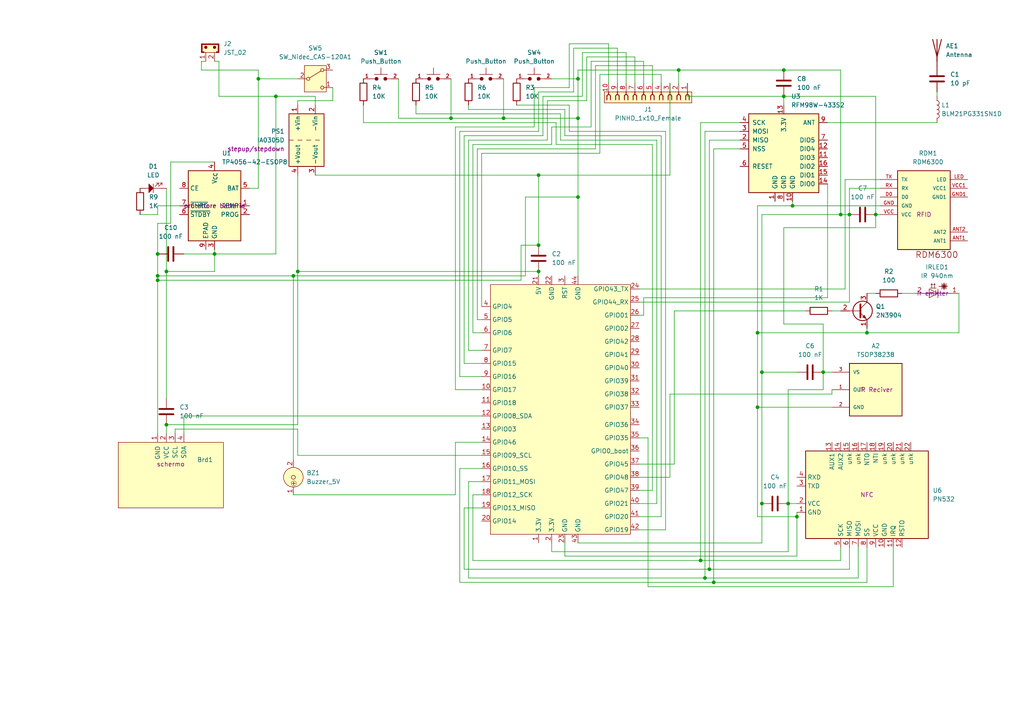
<source format=kicad_sch>
(kicad_sch
	(version 20250114)
	(generator "eeschema")
	(generator_version "9.0")
	(uuid "1ac9d5cb-4fb9-489b-a239-e9e55bf2c5f0")
	(paper "A4")
	(lib_symbols
		(symbol "Battery_Management:TP4056-42-ESOP8"
			(exclude_from_sim no)
			(in_bom yes)
			(on_board yes)
			(property "Reference" "U"
				(at -6.604 11.684 0)
				(effects
					(font
						(size 1.27 1.27)
					)
				)
			)
			(property "Value" "TP4056-42-ESOP8"
				(at 10.16 11.684 0)
				(effects
					(font
						(size 1.27 1.27)
					)
				)
			)
			(property "Footprint" "Package_SO:SOIC-8-1EP_3.9x4.9mm_P1.27mm_EP2.41x3.3mm_ThermalVias"
				(at 0.508 -22.86 0)
				(effects
					(font
						(size 1.27 1.27)
					)
					(hide yes)
				)
			)
			(property "Datasheet" "https://www.lcsc.com/datasheet/lcsc_datasheet_2410121619_TOPPOWER-Nanjing-Extension-Microelectronics-TP4056-42-ESOP8_C16581.pdf"
				(at 0 -25.4 0)
				(effects
					(font
						(size 1.27 1.27)
					)
					(hide yes)
				)
			)
			(property "Description" "1A Standalone Linear Li-ion/LiPo single-cell battery charger, 4.2V ±1% charge voltage, VCC = 4.0..8.0V, SOIC-8 (SOP-8)"
				(at 0.508 -20.32 0)
				(effects
					(font
						(size 1.27 1.27)
					)
					(hide yes)
				)
			)
			(property "ki_keywords" "lithium-ion lithium-polymer Li-Poly"
				(at 0 0 0)
				(effects
					(font
						(size 1.27 1.27)
					)
					(hide yes)
				)
			)
			(property "ki_fp_filters" "*SO*3.9x4.*P1.27mm*EP2.4*x3.3*mm*"
				(at 0 0 0)
				(effects
					(font
						(size 1.27 1.27)
					)
					(hide yes)
				)
			)
			(symbol "TP4056-42-ESOP8_1_0"
				(pin input line
					(at -10.16 5.08 0)
					(length 2.54)
					(name "CE"
						(effects
							(font
								(size 1.27 1.27)
							)
						)
					)
					(number "8"
						(effects
							(font
								(size 1.27 1.27)
							)
						)
					)
				)
				(pin open_collector line
					(at -10.16 0 0)
					(length 2.54)
					(name "~{CHRG}"
						(effects
							(font
								(size 1.27 1.27)
							)
						)
					)
					(number "7"
						(effects
							(font
								(size 1.27 1.27)
							)
						)
					)
				)
				(pin open_collector line
					(at -10.16 -2.54 0)
					(length 2.54)
					(name "~{STDBY}"
						(effects
							(font
								(size 1.27 1.27)
							)
						)
					)
					(number "6"
						(effects
							(font
								(size 1.27 1.27)
							)
						)
					)
				)
				(pin passive line
					(at -2.54 -12.7 90)
					(length 2.54)
					(name "EPAD"
						(effects
							(font
								(size 1.27 1.27)
							)
						)
					)
					(number "9"
						(effects
							(font
								(size 1.27 1.27)
							)
						)
					)
				)
				(pin power_in line
					(at 0 12.7 270)
					(length 2.54)
					(name "V_{CC}"
						(effects
							(font
								(size 1.27 1.27)
							)
						)
					)
					(number "4"
						(effects
							(font
								(size 1.27 1.27)
							)
						)
					)
				)
				(pin power_in line
					(at 0 -12.7 90)
					(length 2.54)
					(name "GND"
						(effects
							(font
								(size 1.27 1.27)
							)
						)
					)
					(number "3"
						(effects
							(font
								(size 1.27 1.27)
							)
						)
					)
				)
				(pin power_out line
					(at 10.16 5.08 180)
					(length 2.54)
					(name "BAT"
						(effects
							(font
								(size 1.27 1.27)
							)
						)
					)
					(number "5"
						(effects
							(font
								(size 1.27 1.27)
							)
						)
					)
				)
				(pin input line
					(at 10.16 0 180)
					(length 2.54)
					(name "TEMP"
						(effects
							(font
								(size 1.27 1.27)
							)
						)
					)
					(number "1"
						(effects
							(font
								(size 1.27 1.27)
							)
						)
					)
				)
				(pin passive line
					(at 10.16 -2.54 180)
					(length 2.54)
					(name "PROG"
						(effects
							(font
								(size 1.27 1.27)
							)
						)
					)
					(number "2"
						(effects
							(font
								(size 1.27 1.27)
							)
						)
					)
				)
			)
			(symbol "TP4056-42-ESOP8_1_1"
				(rectangle
					(start -7.62 10.16)
					(end 7.62 -10.16)
					(stroke
						(width 0.254)
						(type default)
					)
					(fill
						(type background)
					)
				)
			)
			(embedded_fonts no)
		)
		(symbol "Converter_DCDC:IA0305D"
			(exclude_from_sim no)
			(in_bom yes)
			(on_board yes)
			(property "Reference" "PS1"
				(at -2.5401 6.35 90)
				(effects
					(font
						(size 1.27 1.27)
					)
					(justify left)
				)
			)
			(property "Value" "IA0305D"
				(at -0.0001 6.35 90)
				(effects
					(font
						(size 1.27 1.27)
					)
					(justify left)
				)
			)
			(property "Footprint" "Converter_DCDC:Converter_DCDC_XP_POWER-IAxxxxD_THT"
				(at -26.67 -6.35 0)
				(effects
					(font
						(size 1.27 1.27)
					)
					(justify left)
					(hide yes)
				)
			)
			(property "Datasheet" "https://www.xppower.com/pdfs/SF_IA.pdf"
				(at 26.67 -7.62 0)
				(effects
					(font
						(size 1.27 1.27)
					)
					(justify left)
					(hide yes)
				)
			)
			(property "Description" "XP Power 1W, 1000 VDC Isolated DC/DC Converter Module, Dual Output Voltage ±5V, ±100mA, 3.3V Input Voltage, DIP"
				(at 0 0 0)
				(effects
					(font
						(size 1.27 1.27)
					)
					(hide yes)
				)
			)
			(property "funzionalità" "stepup/stepdown"
				(at 2.5399 6.35 90)
				(effects
					(font
						(size 1.27 1.27)
					)
					(justify left)
				)
			)
			(property "Voltaggio entrata" "3.7"
				(at 0 0 90)
				(effects
					(font
						(size 1.27 1.27)
					)
					(hide yes)
				)
			)
			(property "Voltaggio uscita" "5"
				(at 0 0 90)
				(effects
					(font
						(size 1.27 1.27)
					)
					(hide yes)
				)
			)
			(property "messo " "si"
				(at 0 0 90)
				(effects
					(font
						(size 1.27 1.27)
					)
					(hide yes)
				)
			)
			(property "ki_keywords" "XP_POWER DC/DC isolated Converter module"
				(at 0 0 0)
				(effects
					(font
						(size 1.27 1.27)
					)
					(hide yes)
				)
			)
			(property "ki_fp_filters" "*XP?POWER?IAxxxxD*"
				(at 0 0 0)
				(effects
					(font
						(size 1.27 1.27)
					)
					(hide yes)
				)
			)
			(symbol "IA0305D_0_0"
				(pin power_in line
					(at -10.16 2.54 0)
					(length 2.54)
					(name "+Vin"
						(effects
							(font
								(size 1.27 1.27)
							)
						)
					)
					(number "1"
						(effects
							(font
								(size 1.27 1.27)
							)
						)
					)
				)
				(pin power_in line
					(at -10.16 -2.54 0)
					(length 2.54)
					(name "-Vin"
						(effects
							(font
								(size 1.27 1.27)
							)
						)
					)
					(number "2"
						(effects
							(font
								(size 1.27 1.27)
							)
						)
					)
				)
				(pin power_out line
					(at 10.16 2.54 180)
					(length 2.54)
					(name "+Vout"
						(effects
							(font
								(size 1.27 1.27)
							)
						)
					)
					(number "4"
						(effects
							(font
								(size 1.27 1.27)
							)
						)
					)
				)
				(pin power_out line
					(at 10.16 -2.54 180)
					(length 2.54)
					(name "-Vout"
						(effects
							(font
								(size 1.27 1.27)
							)
						)
					)
					(number "3"
						(effects
							(font
								(size 1.27 1.27)
							)
						)
					)
				)
			)
			(symbol "IA0305D_0_1"
				(rectangle
					(start -7.62 5.08)
					(end 7.62 -5.08)
					(stroke
						(width 0.254)
						(type default)
					)
					(fill
						(type background)
					)
				)
				(polyline
					(pts
						(xy 0 5.08) (xy 0 3.81)
					)
					(stroke
						(width 0)
						(type default)
					)
					(fill
						(type none)
					)
				)
				(polyline
					(pts
						(xy 0 2.54) (xy 0 1.27)
					)
					(stroke
						(width 0)
						(type default)
					)
					(fill
						(type none)
					)
				)
				(polyline
					(pts
						(xy 0 0) (xy 0 -1.27)
					)
					(stroke
						(width 0)
						(type default)
					)
					(fill
						(type none)
					)
				)
				(polyline
					(pts
						(xy 0 -2.54) (xy 0 -3.81)
					)
					(stroke
						(width 0)
						(type default)
					)
					(fill
						(type none)
					)
				)
			)
			(symbol "IA0305D_1_1"
				(pin no_connect line
					(at 0 -5.08 90)
					(length 2.54)
					(hide yes)
					(name "NC"
						(effects
							(font
								(size 1.27 1.27)
							)
						)
					)
					(number "2"
						(effects
							(font
								(size 1.27 1.27)
							)
						)
					)
				)
			)
			(embedded_fonts no)
		)
		(symbol "Device:Antenna"
			(pin_numbers
				(hide yes)
			)
			(pin_names
				(offset 1.016)
				(hide yes)
			)
			(exclude_from_sim no)
			(in_bom yes)
			(on_board yes)
			(property "Reference" "AE"
				(at -1.905 1.905 0)
				(effects
					(font
						(size 1.27 1.27)
					)
					(justify right)
				)
			)
			(property "Value" "Antenna"
				(at -1.905 0 0)
				(effects
					(font
						(size 1.27 1.27)
					)
					(justify right)
				)
			)
			(property "Footprint" ""
				(at 0 0 0)
				(effects
					(font
						(size 1.27 1.27)
					)
					(hide yes)
				)
			)
			(property "Datasheet" "~"
				(at 0 0 0)
				(effects
					(font
						(size 1.27 1.27)
					)
					(hide yes)
				)
			)
			(property "Description" "Antenna"
				(at 0 0 0)
				(effects
					(font
						(size 1.27 1.27)
					)
					(hide yes)
				)
			)
			(property "ki_keywords" "antenna"
				(at 0 0 0)
				(effects
					(font
						(size 1.27 1.27)
					)
					(hide yes)
				)
			)
			(symbol "Antenna_0_1"
				(polyline
					(pts
						(xy 0 2.54) (xy 0 -3.81)
					)
					(stroke
						(width 0.254)
						(type default)
					)
					(fill
						(type none)
					)
				)
				(polyline
					(pts
						(xy 1.27 2.54) (xy 0 -2.54) (xy -1.27 2.54)
					)
					(stroke
						(width 0.254)
						(type default)
					)
					(fill
						(type none)
					)
				)
			)
			(symbol "Antenna_1_1"
				(pin input line
					(at 0 -5.08 90)
					(length 2.54)
					(name "A"
						(effects
							(font
								(size 1.27 1.27)
							)
						)
					)
					(number "1"
						(effects
							(font
								(size 1.27 1.27)
							)
						)
					)
				)
			)
			(embedded_fonts no)
		)
		(symbol "Device:C"
			(pin_numbers
				(hide yes)
			)
			(pin_names
				(offset 0.254)
			)
			(exclude_from_sim no)
			(in_bom yes)
			(on_board yes)
			(property "Reference" "C"
				(at 0.635 2.54 0)
				(effects
					(font
						(size 1.27 1.27)
					)
					(justify left)
				)
			)
			(property "Value" "C"
				(at 0.635 -2.54 0)
				(effects
					(font
						(size 1.27 1.27)
					)
					(justify left)
				)
			)
			(property "Footprint" ""
				(at 0.9652 -3.81 0)
				(effects
					(font
						(size 1.27 1.27)
					)
					(hide yes)
				)
			)
			(property "Datasheet" "~"
				(at 0 0 0)
				(effects
					(font
						(size 1.27 1.27)
					)
					(hide yes)
				)
			)
			(property "Description" "Unpolarized capacitor"
				(at 0 0 0)
				(effects
					(font
						(size 1.27 1.27)
					)
					(hide yes)
				)
			)
			(property "ki_keywords" "cap capacitor"
				(at 0 0 0)
				(effects
					(font
						(size 1.27 1.27)
					)
					(hide yes)
				)
			)
			(property "ki_fp_filters" "C_*"
				(at 0 0 0)
				(effects
					(font
						(size 1.27 1.27)
					)
					(hide yes)
				)
			)
			(symbol "C_0_1"
				(polyline
					(pts
						(xy -2.032 0.762) (xy 2.032 0.762)
					)
					(stroke
						(width 0.508)
						(type default)
					)
					(fill
						(type none)
					)
				)
				(polyline
					(pts
						(xy -2.032 -0.762) (xy 2.032 -0.762)
					)
					(stroke
						(width 0.508)
						(type default)
					)
					(fill
						(type none)
					)
				)
			)
			(symbol "C_1_1"
				(pin passive line
					(at 0 3.81 270)
					(length 2.794)
					(name "~"
						(effects
							(font
								(size 1.27 1.27)
							)
						)
					)
					(number "1"
						(effects
							(font
								(size 1.27 1.27)
							)
						)
					)
				)
				(pin passive line
					(at 0 -3.81 90)
					(length 2.794)
					(name "~"
						(effects
							(font
								(size 1.27 1.27)
							)
						)
					)
					(number "2"
						(effects
							(font
								(size 1.27 1.27)
							)
						)
					)
				)
			)
			(embedded_fonts no)
		)
		(symbol "Device:L"
			(pin_numbers
				(hide yes)
			)
			(pin_names
				(offset 1.016)
				(hide yes)
			)
			(exclude_from_sim no)
			(in_bom yes)
			(on_board yes)
			(property "Reference" "L"
				(at -1.27 0 90)
				(effects
					(font
						(size 1.27 1.27)
					)
				)
			)
			(property "Value" "L"
				(at 1.905 0 90)
				(effects
					(font
						(size 1.27 1.27)
					)
				)
			)
			(property "Footprint" ""
				(at 0 0 0)
				(effects
					(font
						(size 1.27 1.27)
					)
					(hide yes)
				)
			)
			(property "Datasheet" "~"
				(at 0 0 0)
				(effects
					(font
						(size 1.27 1.27)
					)
					(hide yes)
				)
			)
			(property "Description" "Inductor"
				(at 0 0 0)
				(effects
					(font
						(size 1.27 1.27)
					)
					(hide yes)
				)
			)
			(property "ki_keywords" "inductor choke coil reactor magnetic"
				(at 0 0 0)
				(effects
					(font
						(size 1.27 1.27)
					)
					(hide yes)
				)
			)
			(property "ki_fp_filters" "Choke_* *Coil* Inductor_* L_*"
				(at 0 0 0)
				(effects
					(font
						(size 1.27 1.27)
					)
					(hide yes)
				)
			)
			(symbol "L_0_1"
				(arc
					(start 0 2.54)
					(mid 0.6323 1.905)
					(end 0 1.27)
					(stroke
						(width 0)
						(type default)
					)
					(fill
						(type none)
					)
				)
				(arc
					(start 0 1.27)
					(mid 0.6323 0.635)
					(end 0 0)
					(stroke
						(width 0)
						(type default)
					)
					(fill
						(type none)
					)
				)
				(arc
					(start 0 0)
					(mid 0.6323 -0.635)
					(end 0 -1.27)
					(stroke
						(width 0)
						(type default)
					)
					(fill
						(type none)
					)
				)
				(arc
					(start 0 -1.27)
					(mid 0.6323 -1.905)
					(end 0 -2.54)
					(stroke
						(width 0)
						(type default)
					)
					(fill
						(type none)
					)
				)
			)
			(symbol "L_1_1"
				(pin passive line
					(at 0 3.81 270)
					(length 1.27)
					(name "1"
						(effects
							(font
								(size 1.27 1.27)
							)
						)
					)
					(number "1"
						(effects
							(font
								(size 1.27 1.27)
							)
						)
					)
				)
				(pin passive line
					(at 0 -3.81 90)
					(length 1.27)
					(name "2"
						(effects
							(font
								(size 1.27 1.27)
							)
						)
					)
					(number "2"
						(effects
							(font
								(size 1.27 1.27)
							)
						)
					)
				)
			)
			(embedded_fonts no)
		)
		(symbol "Device:R"
			(pin_numbers
				(hide yes)
			)
			(pin_names
				(offset 0)
			)
			(exclude_from_sim no)
			(in_bom yes)
			(on_board yes)
			(property "Reference" "R"
				(at 2.032 0 90)
				(effects
					(font
						(size 1.27 1.27)
					)
				)
			)
			(property "Value" "R"
				(at 0 0 90)
				(effects
					(font
						(size 1.27 1.27)
					)
				)
			)
			(property "Footprint" ""
				(at -1.778 0 90)
				(effects
					(font
						(size 1.27 1.27)
					)
					(hide yes)
				)
			)
			(property "Datasheet" "~"
				(at 0 0 0)
				(effects
					(font
						(size 1.27 1.27)
					)
					(hide yes)
				)
			)
			(property "Description" "Resistor"
				(at 0 0 0)
				(effects
					(font
						(size 1.27 1.27)
					)
					(hide yes)
				)
			)
			(property "ki_keywords" "R res resistor"
				(at 0 0 0)
				(effects
					(font
						(size 1.27 1.27)
					)
					(hide yes)
				)
			)
			(property "ki_fp_filters" "R_*"
				(at 0 0 0)
				(effects
					(font
						(size 1.27 1.27)
					)
					(hide yes)
				)
			)
			(symbol "R_0_1"
				(rectangle
					(start -1.016 -2.54)
					(end 1.016 2.54)
					(stroke
						(width 0.254)
						(type default)
					)
					(fill
						(type none)
					)
				)
			)
			(symbol "R_1_1"
				(pin passive line
					(at 0 3.81 270)
					(length 1.27)
					(name "~"
						(effects
							(font
								(size 1.27 1.27)
							)
						)
					)
					(number "1"
						(effects
							(font
								(size 1.27 1.27)
							)
						)
					)
				)
				(pin passive line
					(at 0 -3.81 90)
					(length 1.27)
					(name "~"
						(effects
							(font
								(size 1.27 1.27)
							)
						)
					)
					(number "2"
						(effects
							(font
								(size 1.27 1.27)
							)
						)
					)
				)
			)
			(embedded_fonts no)
		)
		(symbol "Diode_Laser:SPL_PL90"
			(pin_names
				(offset 1.016)
				(hide yes)
			)
			(exclude_from_sim no)
			(in_bom yes)
			(on_board yes)
			(property "Reference" "LD"
				(at -1.27 4.445 0)
				(effects
					(font
						(size 1.27 1.27)
					)
				)
			)
			(property "Value" "SPL_PL90"
				(at -1.27 -2.54 0)
				(effects
					(font
						(size 1.27 1.27)
					)
				)
			)
			(property "Footprint" "LED_THT:LED_D5.0mm"
				(at -1.524 -4.572 0)
				(effects
					(font
						(size 1.27 1.27)
					)
					(hide yes)
				)
			)
			(property "Datasheet" "https://look.ams-osram.com/m/2e6f6e5edf55ddfe/original/SPL-PL90.pdf"
				(at 0.762 -5.08 0)
				(effects
					(font
						(size 1.27 1.27)
					)
					(hide yes)
				)
			)
			(property "Description" "Pulsed Laser Diode in Plastic Package 25W Peak Power"
				(at 0 0 0)
				(effects
					(font
						(size 1.27 1.27)
					)
					(hide yes)
				)
			)
			(property "ki_keywords" "opto laserdiode"
				(at 0 0 0)
				(effects
					(font
						(size 1.27 1.27)
					)
					(hide yes)
				)
			)
			(property "ki_fp_filters" "LED*5.0mm*"
				(at 0 0 0)
				(effects
					(font
						(size 1.27 1.27)
					)
					(hide yes)
				)
			)
			(symbol "SPL_PL90_0_1"
				(polyline
					(pts
						(xy -4.064 2.794) (xy -2.54 1.27)
					)
					(stroke
						(width 0)
						(type default)
					)
					(fill
						(type none)
					)
				)
				(polyline
					(pts
						(xy -4.064 2.286) (xy -2.54 1.778)
					)
					(stroke
						(width 0)
						(type default)
					)
					(fill
						(type none)
					)
				)
				(polyline
					(pts
						(xy -4.064 1.778) (xy -2.54 2.286)
					)
					(stroke
						(width 0)
						(type default)
					)
					(fill
						(type none)
					)
				)
				(polyline
					(pts
						(xy -4.064 1.27) (xy -2.54 2.794)
					)
					(stroke
						(width 0)
						(type default)
					)
					(fill
						(type none)
					)
				)
				(polyline
					(pts
						(xy -3.556 2.794) (xy -3.048 1.27)
					)
					(stroke
						(width 0)
						(type default)
					)
					(fill
						(type none)
					)
				)
				(polyline
					(pts
						(xy -3.302 2.032) (xy -3.302 3.048)
					)
					(stroke
						(width 0)
						(type default)
					)
					(fill
						(type none)
					)
				)
				(polyline
					(pts
						(xy -3.302 2.032) (xy -3.302 1.016)
					)
					(stroke
						(width 0)
						(type default)
					)
					(fill
						(type none)
					)
				)
				(polyline
					(pts
						(xy -3.048 2.794) (xy -3.556 1.27)
					)
					(stroke
						(width 0)
						(type default)
					)
					(fill
						(type none)
					)
				)
				(polyline
					(pts
						(xy -1.778 2.032) (xy -4.318 2.032)
					)
					(stroke
						(width 0)
						(type default)
					)
					(fill
						(type none)
					)
				)
				(polyline
					(pts
						(xy -1.524 1.27) (xy -1.524 -1.27)
					)
					(stroke
						(width 0.1524)
						(type default)
					)
					(fill
						(type none)
					)
				)
				(polyline
					(pts
						(xy -1.016 1.524) (xy 0.762 1.524)
					)
					(stroke
						(width 0)
						(type default)
					)
					(fill
						(type none)
					)
				)
				(polyline
					(pts
						(xy -0.508 1.524) (xy -0.508 2.794) (xy -0.254 2.54) (xy -0.508 2.794) (xy -0.762 2.54)
					)
					(stroke
						(width 0)
						(type default)
					)
					(fill
						(type none)
					)
				)
				(polyline
					(pts
						(xy 0.254 1.524) (xy 0.254 2.794) (xy 0.508 2.54) (xy 0.254 2.794) (xy 0 2.54)
					)
					(stroke
						(width 0)
						(type default)
					)
					(fill
						(type none)
					)
				)
				(polyline
					(pts
						(xy 2.54 0) (xy -5.08 0)
					)
					(stroke
						(width 0)
						(type default)
					)
					(fill
						(type none)
					)
				)
			)
			(symbol "SPL_PL90_1_1"
				(polyline
					(pts
						(xy 1.016 -1.27) (xy 1.016 1.27) (xy -1.524 0) (xy 1.016 -1.27)
					)
					(stroke
						(width 0)
						(type default)
					)
					(fill
						(type none)
					)
				)
				(pin passive line
					(at -7.62 0 0)
					(length 2.54)
					(name "C"
						(effects
							(font
								(size 1.27 1.27)
							)
						)
					)
					(number "1"
						(effects
							(font
								(size 1.27 1.27)
							)
						)
					)
				)
				(pin passive line
					(at 5.08 0 180)
					(length 2.54)
					(name "A"
						(effects
							(font
								(size 1.27 1.27)
							)
						)
					)
					(number "2"
						(effects
							(font
								(size 1.27 1.27)
							)
						)
					)
				)
			)
			(embedded_fonts no)
		)
		(symbol "PCM_SL_Connectors:JST_02"
			(exclude_from_sim no)
			(in_bom yes)
			(on_board yes)
			(property "Reference" "J"
				(at 0 7.62 0)
				(effects
					(font
						(size 1.27 1.27)
					)
				)
			)
			(property "Value" "JST_02"
				(at 0 5.08 0)
				(effects
					(font
						(size 1.27 1.27)
					)
				)
			)
			(property "Footprint" "Connector_JST:JST_EH_B2B-EH-A_1x02_P2.50mm_Vertical"
				(at 0 6.35 0)
				(effects
					(font
						(size 1.27 1.27)
					)
					(hide yes)
				)
			)
			(property "Datasheet" ""
				(at 0 6.35 0)
				(effects
					(font
						(size 1.27 1.27)
					)
					(hide yes)
				)
			)
			(property "Description" "JST Connector  2 pins"
				(at 0 0 0)
				(effects
					(font
						(size 1.27 1.27)
					)
					(hide yes)
				)
			)
			(property "ki_keywords" "JST 2"
				(at 0 0 0)
				(effects
					(font
						(size 1.27 1.27)
					)
					(hide yes)
				)
			)
			(property "ki_fp_filters" "Connector_JST:JST_EH_S2B-EH_1x02_P2.50mm_Horizontal"
				(at 0 0 0)
				(effects
					(font
						(size 1.27 1.27)
					)
					(hide yes)
				)
			)
			(symbol "JST_02_0_1"
				(rectangle
					(start -1.27 2.54)
					(end 1.27 -2.54)
					(stroke
						(width 0)
						(type default)
					)
					(fill
						(type background)
					)
				)
				(polyline
					(pts
						(xy -1.27 -1.778) (xy -1.27 -2.54) (xy 1.27 -2.54) (xy 1.27 -1.778) (xy 1.016 -1.778) (xy 1.016 -2.286)
						(xy -1.016 -2.286) (xy -1.016 -1.778) (xy -1.27 -1.778)
					)
					(stroke
						(width 0)
						(type default)
					)
					(fill
						(type outline)
					)
				)
				(circle
					(center 0.254 1.27)
					(radius 0.381)
					(stroke
						(width 0)
						(type default)
					)
					(fill
						(type outline)
					)
				)
				(circle
					(center 0.254 -1.27)
					(radius 0.381)
					(stroke
						(width 0)
						(type default)
					)
					(fill
						(type outline)
					)
				)
				(rectangle
					(start 1.016 1.778)
					(end 1.27 -1.778)
					(stroke
						(width 0)
						(type default)
					)
					(fill
						(type outline)
					)
				)
				(polyline
					(pts
						(xy 1.27 1.778) (xy 1.27 2.54) (xy -1.27 2.54) (xy -1.27 1.778) (xy -1.016 1.778) (xy -1.016 2.286)
						(xy 1.016 2.286) (xy 1.016 1.778) (xy 1.27 1.778)
					)
					(stroke
						(width 0)
						(type default)
					)
					(fill
						(type outline)
					)
				)
			)
			(symbol "JST_02_1_1"
				(pin passive line
					(at -3.81 1.27 0)
					(length 2.54)
					(name ""
						(effects
							(font
								(size 1.27 1.27)
							)
						)
					)
					(number "1"
						(effects
							(font
								(size 1.27 1.27)
							)
						)
					)
				)
				(pin passive line
					(at -3.81 -1.27 0)
					(length 2.54)
					(name ""
						(effects
							(font
								(size 1.27 1.27)
							)
						)
					)
					(number "2"
						(effects
							(font
								(size 1.27 1.27)
							)
						)
					)
				)
			)
			(embedded_fonts no)
		)
		(symbol "PCM_SL_Development_Board:esp32_s3"
			(exclude_from_sim no)
			(in_bom yes)
			(on_board yes)
			(property "Reference" "U"
				(at 0 0 0)
				(effects
					(font
						(size 1.27 1.27)
					)
					(hide yes)
				)
			)
			(property "Value" ""
				(at 0 0 0)
				(effects
					(font
						(size 1.27 1.27)
					)
				)
			)
			(property "Footprint" ""
				(at 0 0 0)
				(effects
					(font
						(size 1.27 1.27)
					)
					(hide yes)
				)
			)
			(property "Datasheet" ""
				(at 0 0 0)
				(effects
					(font
						(size 1.27 1.27)
					)
					(hide yes)
				)
			)
			(property "Description" ""
				(at 0 0 0)
				(effects
					(font
						(size 1.27 1.27)
					)
					(hide yes)
				)
			)
			(symbol "esp32_s3_0_1"
				(rectangle
					(start -19.05 31.75)
					(end 21.59 -40.64)
					(stroke
						(width 0)
						(type default)
					)
					(fill
						(type background)
					)
				)
			)
			(symbol "esp32_s3_1_1"
				(pin bidirectional line
					(at -21.59 25.4 0)
					(length 2.54)
					(name "GPIO4"
						(effects
							(font
								(size 1.27 1.27)
							)
						)
					)
					(number "4"
						(effects
							(font
								(size 1.27 1.27)
							)
						)
					)
				)
				(pin bidirectional line
					(at -21.59 21.59 0)
					(length 2.54)
					(name "GPIO5"
						(effects
							(font
								(size 1.27 1.27)
							)
						)
					)
					(number "5"
						(effects
							(font
								(size 1.27 1.27)
							)
						)
					)
				)
				(pin bidirectional line
					(at -21.59 17.78 0)
					(length 2.54)
					(name "GPIO6"
						(effects
							(font
								(size 1.27 1.27)
							)
						)
					)
					(number "6"
						(effects
							(font
								(size 1.27 1.27)
							)
						)
					)
				)
				(pin bidirectional line
					(at -21.59 12.7 0)
					(length 2.54)
					(name "GPIO7"
						(effects
							(font
								(size 1.27 1.27)
							)
						)
					)
					(number "7"
						(effects
							(font
								(size 1.27 1.27)
							)
						)
					)
				)
				(pin bidirectional line
					(at -21.59 8.89 0)
					(length 2.54)
					(name "GPIO15"
						(effects
							(font
								(size 1.27 1.27)
							)
						)
					)
					(number "8"
						(effects
							(font
								(size 1.27 1.27)
							)
						)
					)
				)
				(pin bidirectional line
					(at -21.59 5.08 0)
					(length 2.54)
					(name "GPIO16"
						(effects
							(font
								(size 1.27 1.27)
							)
						)
					)
					(number "9"
						(effects
							(font
								(size 1.27 1.27)
							)
						)
					)
				)
				(pin bidirectional line
					(at -21.59 1.27 0)
					(length 2.54)
					(name "GPIO17"
						(effects
							(font
								(size 1.27 1.27)
							)
						)
					)
					(number "10"
						(effects
							(font
								(size 1.27 1.27)
							)
						)
					)
				)
				(pin bidirectional line
					(at -21.59 -2.54 0)
					(length 2.54)
					(name "GPIO18"
						(effects
							(font
								(size 1.27 1.27)
							)
						)
					)
					(number "11"
						(effects
							(font
								(size 1.27 1.27)
							)
						)
					)
				)
				(pin bidirectional line
					(at -21.59 -6.35 0)
					(length 2.54)
					(name "GPIO08_SDA"
						(effects
							(font
								(size 1.27 1.27)
							)
						)
					)
					(number "12"
						(effects
							(font
								(size 1.27 1.27)
							)
						)
					)
				)
				(pin bidirectional line
					(at -21.59 -10.16 0)
					(length 2.54)
					(name "GPIO03"
						(effects
							(font
								(size 1.27 1.27)
							)
						)
					)
					(number "13"
						(effects
							(font
								(size 1.27 1.27)
							)
						)
					)
				)
				(pin bidirectional line
					(at -21.59 -13.97 0)
					(length 2.54)
					(name "GPIO46"
						(effects
							(font
								(size 1.27 1.27)
							)
						)
					)
					(number "14"
						(effects
							(font
								(size 1.27 1.27)
							)
						)
					)
				)
				(pin bidirectional line
					(at -21.59 -17.78 0)
					(length 2.54)
					(name "GPIO09_SCL"
						(effects
							(font
								(size 1.27 1.27)
							)
						)
					)
					(number "15"
						(effects
							(font
								(size 1.27 1.27)
							)
						)
					)
				)
				(pin bidirectional line
					(at -21.59 -21.59 0)
					(length 2.54)
					(name "GPIO10_SS"
						(effects
							(font
								(size 1.27 1.27)
							)
						)
					)
					(number "16"
						(effects
							(font
								(size 1.27 1.27)
							)
						)
					)
				)
				(pin bidirectional line
					(at -21.59 -25.4 0)
					(length 2.54)
					(name "GPIO11_MOSI"
						(effects
							(font
								(size 1.27 1.27)
							)
						)
					)
					(number "17"
						(effects
							(font
								(size 1.27 1.27)
							)
						)
					)
				)
				(pin bidirectional line
					(at -21.59 -29.21 0)
					(length 2.54)
					(name "GPIO12_SCK"
						(effects
							(font
								(size 1.27 1.27)
							)
						)
					)
					(number "18"
						(effects
							(font
								(size 1.27 1.27)
							)
						)
					)
				)
				(pin bidirectional line
					(at -21.59 -33.02 0)
					(length 2.54)
					(name "GPIO13_MISO"
						(effects
							(font
								(size 1.27 1.27)
							)
						)
					)
					(number "19"
						(effects
							(font
								(size 1.27 1.27)
							)
						)
					)
				)
				(pin bidirectional line
					(at -21.59 -36.83 0)
					(length 2.54)
					(name "GPIO14"
						(effects
							(font
								(size 1.27 1.27)
							)
						)
					)
					(number "20"
						(effects
							(font
								(size 1.27 1.27)
							)
						)
					)
				)
				(pin bidirectional line
					(at -5.08 34.29 270)
					(length 2.54)
					(name "5V"
						(effects
							(font
								(size 1.27 1.27)
							)
						)
					)
					(number "21"
						(effects
							(font
								(size 1.27 1.27)
							)
						)
					)
				)
				(pin bidirectional line
					(at -5.08 -43.18 90)
					(length 2.54)
					(name "3.3V"
						(effects
							(font
								(size 1.27 1.27)
							)
						)
					)
					(number "1"
						(effects
							(font
								(size 1.27 1.27)
							)
						)
					)
				)
				(pin bidirectional line
					(at -1.27 34.29 270)
					(length 2.54)
					(name "GND"
						(effects
							(font
								(size 1.27 1.27)
							)
						)
					)
					(number "22"
						(effects
							(font
								(size 1.27 1.27)
							)
						)
					)
				)
				(pin bidirectional line
					(at -1.27 -43.18 90)
					(length 2.54)
					(name "3.3V"
						(effects
							(font
								(size 1.27 1.27)
							)
						)
					)
					(number "2"
						(effects
							(font
								(size 1.27 1.27)
							)
						)
					)
				)
				(pin bidirectional line
					(at 2.54 34.29 270)
					(length 2.54)
					(name "RST"
						(effects
							(font
								(size 1.27 1.27)
							)
						)
					)
					(number "3"
						(effects
							(font
								(size 1.27 1.27)
							)
						)
					)
				)
				(pin bidirectional line
					(at 2.54 -43.18 90)
					(length 2.54)
					(name "GND"
						(effects
							(font
								(size 1.27 1.27)
							)
						)
					)
					(number "23"
						(effects
							(font
								(size 1.27 1.27)
							)
						)
					)
				)
				(pin bidirectional line
					(at 6.35 34.29 270)
					(length 2.54)
					(name "GND"
						(effects
							(font
								(size 1.27 1.27)
							)
						)
					)
					(number "44"
						(effects
							(font
								(size 1.27 1.27)
							)
						)
					)
				)
				(pin bidirectional line
					(at 6.35 -43.18 90)
					(length 2.54)
					(name "GND"
						(effects
							(font
								(size 1.27 1.27)
							)
						)
					)
					(number "43"
						(effects
							(font
								(size 1.27 1.27)
							)
						)
					)
				)
				(pin bidirectional line
					(at 24.13 30.48 180)
					(length 2.54)
					(name "GPIO43_TX"
						(effects
							(font
								(size 1.27 1.27)
							)
						)
					)
					(number "24"
						(effects
							(font
								(size 1.27 1.27)
							)
						)
					)
				)
				(pin bidirectional line
					(at 24.13 26.67 180)
					(length 2.54)
					(name "GPIO44_RX"
						(effects
							(font
								(size 1.27 1.27)
							)
						)
					)
					(number "25"
						(effects
							(font
								(size 1.27 1.27)
							)
						)
					)
				)
				(pin bidirectional line
					(at 24.13 22.86 180)
					(length 2.54)
					(name "GPIO01"
						(effects
							(font
								(size 1.27 1.27)
							)
						)
					)
					(number "26"
						(effects
							(font
								(size 1.27 1.27)
							)
						)
					)
				)
				(pin bidirectional line
					(at 24.13 19.05 180)
					(length 2.54)
					(name "GPIO02"
						(effects
							(font
								(size 1.27 1.27)
							)
						)
					)
					(number "27"
						(effects
							(font
								(size 1.27 1.27)
							)
						)
					)
				)
				(pin bidirectional line
					(at 24.13 15.24 180)
					(length 2.54)
					(name "GPIO42"
						(effects
							(font
								(size 1.27 1.27)
							)
						)
					)
					(number "28"
						(effects
							(font
								(size 1.27 1.27)
							)
						)
					)
				)
				(pin bidirectional line
					(at 24.13 11.43 180)
					(length 2.54)
					(name "GPIO41"
						(effects
							(font
								(size 1.27 1.27)
							)
						)
					)
					(number "29"
						(effects
							(font
								(size 1.27 1.27)
							)
						)
					)
				)
				(pin bidirectional line
					(at 24.13 7.62 180)
					(length 2.54)
					(name "GPIO40"
						(effects
							(font
								(size 1.27 1.27)
							)
						)
					)
					(number "30"
						(effects
							(font
								(size 1.27 1.27)
							)
						)
					)
				)
				(pin bidirectional line
					(at 24.13 3.81 180)
					(length 2.54)
					(name "GPIO39"
						(effects
							(font
								(size 1.27 1.27)
							)
						)
					)
					(number "31"
						(effects
							(font
								(size 1.27 1.27)
							)
						)
					)
				)
				(pin bidirectional line
					(at 24.13 0 180)
					(length 2.54)
					(name "GPIO38"
						(effects
							(font
								(size 1.27 1.27)
							)
						)
					)
					(number "32"
						(effects
							(font
								(size 1.27 1.27)
							)
						)
					)
				)
				(pin bidirectional line
					(at 24.13 -3.81 180)
					(length 2.54)
					(name "GPIO37"
						(effects
							(font
								(size 1.27 1.27)
							)
						)
					)
					(number "33"
						(effects
							(font
								(size 1.27 1.27)
							)
						)
					)
				)
				(pin bidirectional line
					(at 24.13 -8.89 180)
					(length 2.54)
					(name "GPIO36"
						(effects
							(font
								(size 1.27 1.27)
							)
						)
					)
					(number "34"
						(effects
							(font
								(size 1.27 1.27)
							)
						)
					)
				)
				(pin bidirectional line
					(at 24.13 -12.7 180)
					(length 2.54)
					(name "GPIO35"
						(effects
							(font
								(size 1.27 1.27)
							)
						)
					)
					(number "35"
						(effects
							(font
								(size 1.27 1.27)
							)
						)
					)
				)
				(pin bidirectional line
					(at 24.13 -16.51 180)
					(length 2.54)
					(name "GPIO0_boot"
						(effects
							(font
								(size 1.27 1.27)
							)
						)
					)
					(number "36"
						(effects
							(font
								(size 1.27 1.27)
							)
						)
					)
				)
				(pin bidirectional line
					(at 24.13 -20.32 180)
					(length 2.54)
					(name "GPIO45"
						(effects
							(font
								(size 1.27 1.27)
							)
						)
					)
					(number "37"
						(effects
							(font
								(size 1.27 1.27)
							)
						)
					)
				)
				(pin bidirectional line
					(at 24.13 -24.13 180)
					(length 2.54)
					(name "GPIO48"
						(effects
							(font
								(size 1.27 1.27)
							)
						)
					)
					(number "38"
						(effects
							(font
								(size 1.27 1.27)
							)
						)
					)
				)
				(pin bidirectional line
					(at 24.13 -27.94 180)
					(length 2.54)
					(name "GPIO47"
						(effects
							(font
								(size 1.27 1.27)
							)
						)
					)
					(number "39"
						(effects
							(font
								(size 1.27 1.27)
							)
						)
					)
				)
				(pin bidirectional line
					(at 24.13 -31.75 180)
					(length 2.54)
					(name "GPIO21"
						(effects
							(font
								(size 1.27 1.27)
							)
						)
					)
					(number "40"
						(effects
							(font
								(size 1.27 1.27)
							)
						)
					)
				)
				(pin bidirectional line
					(at 24.13 -35.56 180)
					(length 2.54)
					(name "GPIO20"
						(effects
							(font
								(size 1.27 1.27)
							)
						)
					)
					(number "41"
						(effects
							(font
								(size 1.27 1.27)
							)
						)
					)
				)
				(pin bidirectional line
					(at 24.13 -39.37 180)
					(length 2.54)
					(name "GPIO19"
						(effects
							(font
								(size 1.27 1.27)
							)
						)
					)
					(number "42"
						(effects
							(font
								(size 1.27 1.27)
							)
						)
					)
				)
			)
			(embedded_fonts no)
		)
		(symbol "PCM_SL_Devices:Buzzer_5V"
			(exclude_from_sim no)
			(in_bom yes)
			(on_board yes)
			(property "Reference" "BZ"
				(at 0 7.62 0)
				(effects
					(font
						(size 1.27 1.27)
					)
				)
			)
			(property "Value" "Buzzer_5V"
				(at 0 5.08 0)
				(effects
					(font
						(size 1.27 1.27)
					)
				)
			)
			(property "Footprint" "Buzzer_Beeper:MagneticBuzzer_ProSignal_ABT-410-RC"
				(at 0 10.16 0)
				(effects
					(font
						(size 1.27 1.27)
					)
					(hide yes)
				)
			)
			(property "Datasheet" ""
				(at 0 7.62 0)
				(effects
					(font
						(size 1.27 1.27)
					)
					(hide yes)
				)
			)
			(property "Description" "Buzzer 5V"
				(at 0 0 0)
				(effects
					(font
						(size 1.27 1.27)
					)
					(hide yes)
				)
			)
			(property "ki_keywords" "Buzzer Beeper"
				(at 0 0 0)
				(effects
					(font
						(size 1.27 1.27)
					)
					(hide yes)
				)
			)
			(symbol "Buzzer_5V_0_0"
				(circle
					(center -1.778 -0.127)
					(radius 0.7405)
					(stroke
						(width 0.07)
						(type default)
					)
					(fill
						(type none)
					)
				)
				(text "+"
					(at -1.778 0 0)
					(effects
						(font
							(size 1.27 1.27)
						)
					)
				)
			)
			(symbol "Buzzer_5V_0_1"
				(circle
					(center 0 0)
					(radius 0.568)
					(stroke
						(width 0)
						(type default)
					)
					(fill
						(type none)
					)
				)
				(circle
					(center 0 0)
					(radius 2.8398)
					(stroke
						(width 0)
						(type default)
					)
					(fill
						(type background)
					)
				)
			)
			(symbol "Buzzer_5V_1_1"
				(pin passive line
					(at -5.08 0 0)
					(length 2.2)
					(name ""
						(effects
							(font
								(size 1.27 1.27)
							)
						)
					)
					(number "1"
						(effects
							(font
								(size 1.27 1.27)
							)
						)
					)
				)
				(pin passive line
					(at 5.08 0 180)
					(length 2.2)
					(name ""
						(effects
							(font
								(size 1.27 1.27)
							)
						)
					)
					(number "2"
						(effects
							(font
								(size 1.27 1.27)
							)
						)
					)
				)
			)
			(embedded_fonts no)
		)
		(symbol "PCM_SL_Devices:LED"
			(exclude_from_sim no)
			(in_bom yes)
			(on_board yes)
			(property "Reference" "D"
				(at -0.508 5.334 0)
				(effects
					(font
						(size 1.27 1.27)
					)
				)
			)
			(property "Value" "LED"
				(at -0.508 2.794 0)
				(effects
					(font
						(size 1.27 1.27)
					)
				)
			)
			(property "Footprint" "LED_THT:LED_D5.0mm"
				(at -1.016 -2.794 0)
				(effects
					(font
						(size 1.27 1.27)
					)
					(hide yes)
				)
			)
			(property "Datasheet" ""
				(at -1.27 0 0)
				(effects
					(font
						(size 1.27 1.27)
					)
					(hide yes)
				)
			)
			(property "Description" "Common 5mm diameter LED"
				(at 0 0 0)
				(effects
					(font
						(size 1.27 1.27)
					)
					(hide yes)
				)
			)
			(property "ki_keywords" "LED 5mm"
				(at 0 0 0)
				(effects
					(font
						(size 1.27 1.27)
					)
					(hide yes)
				)
			)
			(property "ki_fp_filters" "LED_D5.0mm_Clear LED_D5.0mm_Horizontal_O1.27mm_Z3.0mm LED_D5.0mm_Horizontal_O3.81mm_Z3.0mm LED_D5.0mm_Horizontal_O6.35mm_Z3.0mm"
				(at 0 0 0)
				(effects
					(font
						(size 1.27 1.27)
					)
					(hide yes)
				)
			)
			(symbol "LED_0_1"
				(polyline
					(pts
						(xy -1.27 0) (xy -2.54 0)
					)
					(stroke
						(width 0)
						(type default)
					)
					(fill
						(type none)
					)
				)
				(polyline
					(pts
						(xy 0 1.27) (xy 0 -1.27)
					)
					(stroke
						(width 0)
						(type default)
					)
					(fill
						(type none)
					)
				)
				(polyline
					(pts
						(xy 0 0) (xy -1.27 -1.27) (xy -1.27 1.27) (xy 0 0) (xy 1.27 0)
					)
					(stroke
						(width 0)
						(type default)
					)
					(fill
						(type outline)
					)
				)
				(polyline
					(pts
						(xy 0.508 0.508) (xy 1.524 1.524)
					)
					(stroke
						(width 0)
						(type default)
					)
					(fill
						(type none)
					)
				)
				(polyline
					(pts
						(xy 1.27 0) (xy 2.54 0)
					)
					(stroke
						(width 0)
						(type default)
					)
					(fill
						(type none)
					)
				)
				(polyline
					(pts
						(xy 1.524 1.524) (xy 0.889 1.524)
					)
					(stroke
						(width 0)
						(type default)
					)
					(fill
						(type none)
					)
				)
				(polyline
					(pts
						(xy 1.524 1.524) (xy 1.524 0.889)
					)
					(stroke
						(width 0)
						(type default)
					)
					(fill
						(type none)
					)
				)
				(polyline
					(pts
						(xy 1.524 0.508) (xy 2.54 1.524)
					)
					(stroke
						(width 0)
						(type default)
					)
					(fill
						(type none)
					)
				)
				(polyline
					(pts
						(xy 2.54 1.524) (xy 1.905 1.524)
					)
					(stroke
						(width 0)
						(type default)
					)
					(fill
						(type none)
					)
				)
				(polyline
					(pts
						(xy 2.54 1.524) (xy 2.54 0.889)
					)
					(stroke
						(width 0)
						(type default)
					)
					(fill
						(type none)
					)
				)
			)
			(symbol "LED_1_1"
				(pin passive line
					(at -3.81 0 0)
					(length 1.5)
					(name ""
						(effects
							(font
								(size 1.27 1.27)
							)
						)
					)
					(number "2"
						(effects
							(font
								(size 0 0)
							)
						)
					)
				)
				(pin passive line
					(at 3.81 0 180)
					(length 1.5)
					(name "~"
						(effects
							(font
								(size 1.27 1.27)
							)
						)
					)
					(number "1"
						(effects
							(font
								(size 0 0)
							)
						)
					)
				)
			)
			(embedded_fonts no)
		)
		(symbol "PCM_SL_Devices:Push_Button"
			(exclude_from_sim no)
			(in_bom yes)
			(on_board yes)
			(property "Reference" "SW"
				(at 0 6.35 0)
				(effects
					(font
						(size 1.27 1.27)
					)
				)
			)
			(property "Value" "Push_Button"
				(at 0 4.445 0)
				(effects
					(font
						(size 1.27 1.27)
					)
				)
			)
			(property "Footprint" "Button_Switch_THT:SW_PUSH_6mm"
				(at -0.127 -3.175 0)
				(effects
					(font
						(size 1.27 1.27)
					)
					(hide yes)
				)
			)
			(property "Datasheet" ""
				(at 0 0 0)
				(effects
					(font
						(size 1.27 1.27)
					)
					(hide yes)
				)
			)
			(property "Description" "Common 6mmx6mm Push Button"
				(at 0 0 0)
				(effects
					(font
						(size 1.27 1.27)
					)
					(hide yes)
				)
			)
			(property "ki_keywords" "Switch"
				(at 0 0 0)
				(effects
					(font
						(size 1.27 1.27)
					)
					(hide yes)
				)
			)
			(symbol "Push_Button_0_1"
				(polyline
					(pts
						(xy -3.175 0) (xy -1.778 0)
					)
					(stroke
						(width 0)
						(type default)
					)
					(fill
						(type none)
					)
				)
				(polyline
					(pts
						(xy -1.905 1.27) (xy 1.905 1.27)
					)
					(stroke
						(width 0)
						(type default)
					)
					(fill
						(type none)
					)
				)
				(circle
					(center -1.27 0)
					(radius 0.4579)
					(stroke
						(width 0)
						(type default)
					)
					(fill
						(type outline)
					)
				)
				(polyline
					(pts
						(xy 0 1.27) (xy 0 3.175)
					)
					(stroke
						(width 0)
						(type default)
					)
					(fill
						(type none)
					)
				)
				(circle
					(center 1.27 0)
					(radius 0.4579)
					(stroke
						(width 0)
						(type default)
					)
					(fill
						(type outline)
					)
				)
				(polyline
					(pts
						(xy 1.778 0) (xy 3.175 0)
					)
					(stroke
						(width 0)
						(type default)
					)
					(fill
						(type none)
					)
				)
			)
			(symbol "Push_Button_1_1"
				(pin passive line
					(at -5.08 0 0)
					(length 2)
					(name ""
						(effects
							(font
								(size 1.27 1.27)
							)
						)
					)
					(number "1"
						(effects
							(font
								(size 1 1)
							)
						)
					)
				)
				(pin passive line
					(at 5.08 0 180)
					(length 2)
					(name ""
						(effects
							(font
								(size 1.27 1.27)
							)
						)
					)
					(number "2"
						(effects
							(font
								(size 1 1)
							)
						)
					)
				)
			)
			(embedded_fonts no)
		)
		(symbol "PCM_SL_Pin_Headers:PINHD_1x10_Female"
			(exclude_from_sim no)
			(in_bom yes)
			(on_board yes)
			(property "Reference" "J"
				(at 0 17.78 0)
				(effects
					(font
						(size 1.27 1.27)
					)
				)
			)
			(property "Value" "PINHD_1x10_Female"
				(at 0 15.24 0)
				(effects
					(font
						(size 1.27 1.27)
					)
				)
			)
			(property "Footprint" "Connector_PinSocket_2.54mm:PinSocket_1x10_P2.54mm_Vertical"
				(at 2.54 20.32 0)
				(effects
					(font
						(size 1.27 1.27)
					)
					(hide yes)
				)
			)
			(property "Datasheet" ""
				(at 0 17.78 0)
				(effects
					(font
						(size 1.27 1.27)
					)
					(hide yes)
				)
			)
			(property "Description" "Pin Header female with pin space 2.54mm. Pin Count - 10"
				(at 0 0 0)
				(effects
					(font
						(size 1.27 1.27)
					)
					(hide yes)
				)
			)
			(property "ki_keywords" "Pin Header"
				(at 0 0 0)
				(effects
					(font
						(size 1.27 1.27)
					)
					(hide yes)
				)
			)
			(property "ki_fp_filters" "PinSocket_1x10_P2.54mm*"
				(at 0 0 0)
				(effects
					(font
						(size 1.27 1.27)
					)
					(hide yes)
				)
			)
			(symbol "PINHD_1x10_Female_0_1"
				(rectangle
					(start -1.27 12.7)
					(end 1.905 -12.7)
					(stroke
						(width 0)
						(type default)
					)
					(fill
						(type background)
					)
				)
				(polyline
					(pts
						(xy -1.27 11.43) (xy -0.508 11.43)
					)
					(stroke
						(width 0.25)
						(type default)
					)
					(fill
						(type none)
					)
				)
				(polyline
					(pts
						(xy -1.27 8.89) (xy -0.508 8.89)
					)
					(stroke
						(width 0.25)
						(type default)
					)
					(fill
						(type none)
					)
				)
				(polyline
					(pts
						(xy -1.27 6.35) (xy -0.508 6.35)
					)
					(stroke
						(width 0.25)
						(type default)
					)
					(fill
						(type none)
					)
				)
				(polyline
					(pts
						(xy -1.27 3.81) (xy -0.508 3.81)
					)
					(stroke
						(width 0.25)
						(type default)
					)
					(fill
						(type none)
					)
				)
				(polyline
					(pts
						(xy -1.27 1.27) (xy -0.508 1.27)
					)
					(stroke
						(width 0.25)
						(type default)
					)
					(fill
						(type none)
					)
				)
				(polyline
					(pts
						(xy -1.27 -1.27) (xy -0.508 -1.27)
					)
					(stroke
						(width 0.25)
						(type default)
					)
					(fill
						(type none)
					)
				)
				(polyline
					(pts
						(xy -1.27 -3.81) (xy -0.508 -3.81)
					)
					(stroke
						(width 0.25)
						(type default)
					)
					(fill
						(type none)
					)
				)
				(polyline
					(pts
						(xy -1.27 -6.35) (xy -0.508 -6.35)
					)
					(stroke
						(width 0.25)
						(type default)
					)
					(fill
						(type none)
					)
				)
				(polyline
					(pts
						(xy -1.27 -8.89) (xy -0.508 -8.89)
					)
					(stroke
						(width 0.25)
						(type default)
					)
					(fill
						(type none)
					)
				)
				(polyline
					(pts
						(xy -1.27 -11.43) (xy -0.508 -11.43)
					)
					(stroke
						(width 0.25)
						(type default)
					)
					(fill
						(type none)
					)
				)
				(polyline
					(pts
						(xy 0 11.938) (xy 1.016 11.938)
					)
					(stroke
						(width 0.25)
						(type default)
					)
					(fill
						(type none)
					)
				)
				(arc
					(start -0.508 11.43)
					(mid -0.3592 11.7892)
					(end 0 11.938)
					(stroke
						(width 0.25)
						(type default)
					)
					(fill
						(type none)
					)
				)
				(arc
					(start 0 10.922)
					(mid -0.3592 11.0708)
					(end -0.508 11.43)
					(stroke
						(width 0.25)
						(type default)
					)
					(fill
						(type none)
					)
				)
				(polyline
					(pts
						(xy 0 10.922) (xy 1.016 10.922)
					)
					(stroke
						(width 0.25)
						(type default)
					)
					(fill
						(type none)
					)
				)
				(polyline
					(pts
						(xy 0 9.398) (xy 1.016 9.398)
					)
					(stroke
						(width 0.25)
						(type default)
					)
					(fill
						(type none)
					)
				)
				(arc
					(start -0.508 8.89)
					(mid -0.3592 9.2492)
					(end 0 9.398)
					(stroke
						(width 0.25)
						(type default)
					)
					(fill
						(type none)
					)
				)
				(arc
					(start 0 8.382)
					(mid -0.3592 8.5308)
					(end -0.508 8.89)
					(stroke
						(width 0.25)
						(type default)
					)
					(fill
						(type none)
					)
				)
				(polyline
					(pts
						(xy 0 8.382) (xy 1.016 8.382)
					)
					(stroke
						(width 0.25)
						(type default)
					)
					(fill
						(type none)
					)
				)
				(polyline
					(pts
						(xy 0 6.858) (xy 1.016 6.858)
					)
					(stroke
						(width 0.25)
						(type default)
					)
					(fill
						(type none)
					)
				)
				(arc
					(start -0.508 6.35)
					(mid -0.3592 6.7092)
					(end 0 6.858)
					(stroke
						(width 0.25)
						(type default)
					)
					(fill
						(type none)
					)
				)
				(arc
					(start 0 5.842)
					(mid -0.3592 5.9908)
					(end -0.508 6.35)
					(stroke
						(width 0.25)
						(type default)
					)
					(fill
						(type none)
					)
				)
				(polyline
					(pts
						(xy 0 5.842) (xy 1.016 5.842)
					)
					(stroke
						(width 0.25)
						(type default)
					)
					(fill
						(type none)
					)
				)
				(polyline
					(pts
						(xy 0 4.318) (xy 1.016 4.318)
					)
					(stroke
						(width 0.25)
						(type default)
					)
					(fill
						(type none)
					)
				)
				(arc
					(start -0.508 3.81)
					(mid -0.3592 4.1692)
					(end 0 4.318)
					(stroke
						(width 0.25)
						(type default)
					)
					(fill
						(type none)
					)
				)
				(arc
					(start 0 3.302)
					(mid -0.3592 3.4508)
					(end -0.508 3.81)
					(stroke
						(width 0.25)
						(type default)
					)
					(fill
						(type none)
					)
				)
				(polyline
					(pts
						(xy 0 3.302) (xy 1.016 3.302)
					)
					(stroke
						(width 0.25)
						(type default)
					)
					(fill
						(type none)
					)
				)
				(polyline
					(pts
						(xy 0 1.778) (xy 1.016 1.778)
					)
					(stroke
						(width 0.25)
						(type default)
					)
					(fill
						(type none)
					)
				)
				(arc
					(start -0.508 1.27)
					(mid -0.3592 1.6292)
					(end 0 1.778)
					(stroke
						(width 0.25)
						(type default)
					)
					(fill
						(type none)
					)
				)
				(arc
					(start 0 0.762)
					(mid -0.3592 0.9108)
					(end -0.508 1.27)
					(stroke
						(width 0.25)
						(type default)
					)
					(fill
						(type none)
					)
				)
				(polyline
					(pts
						(xy 0 0.762) (xy 1.016 0.762)
					)
					(stroke
						(width 0.25)
						(type default)
					)
					(fill
						(type none)
					)
				)
				(polyline
					(pts
						(xy 0 -0.762) (xy 1.016 -0.762)
					)
					(stroke
						(width 0.25)
						(type default)
					)
					(fill
						(type none)
					)
				)
				(arc
					(start -0.508 -1.27)
					(mid -0.3592 -0.9108)
					(end 0 -0.762)
					(stroke
						(width 0.25)
						(type default)
					)
					(fill
						(type none)
					)
				)
				(arc
					(start 0 -1.778)
					(mid -0.3592 -1.6292)
					(end -0.508 -1.27)
					(stroke
						(width 0.25)
						(type default)
					)
					(fill
						(type none)
					)
				)
				(polyline
					(pts
						(xy 0 -1.778) (xy 1.016 -1.778)
					)
					(stroke
						(width 0.25)
						(type default)
					)
					(fill
						(type none)
					)
				)
				(polyline
					(pts
						(xy 0 -3.302) (xy 1.016 -3.302)
					)
					(stroke
						(width 0.25)
						(type default)
					)
					(fill
						(type none)
					)
				)
				(arc
					(start -0.508 -3.81)
					(mid -0.3592 -3.4508)
					(end 0 -3.302)
					(stroke
						(width 0.25)
						(type default)
					)
					(fill
						(type none)
					)
				)
				(arc
					(start 0 -4.318)
					(mid -0.3592 -4.1692)
					(end -0.508 -3.81)
					(stroke
						(width 0.25)
						(type default)
					)
					(fill
						(type none)
					)
				)
				(polyline
					(pts
						(xy 0 -4.318) (xy 1.016 -4.318)
					)
					(stroke
						(width 0.25)
						(type default)
					)
					(fill
						(type none)
					)
				)
				(polyline
					(pts
						(xy 0 -5.842) (xy 1.016 -5.842)
					)
					(stroke
						(width 0.25)
						(type default)
					)
					(fill
						(type none)
					)
				)
				(arc
					(start -0.508 -6.35)
					(mid -0.3592 -5.9908)
					(end 0 -5.842)
					(stroke
						(width 0.25)
						(type default)
					)
					(fill
						(type none)
					)
				)
				(arc
					(start 0 -6.858)
					(mid -0.3592 -6.7092)
					(end -0.508 -6.35)
					(stroke
						(width 0.25)
						(type default)
					)
					(fill
						(type none)
					)
				)
				(polyline
					(pts
						(xy 0 -6.858) (xy 1.016 -6.858)
					)
					(stroke
						(width 0.25)
						(type default)
					)
					(fill
						(type none)
					)
				)
				(polyline
					(pts
						(xy 0 -8.382) (xy 1.016 -8.382)
					)
					(stroke
						(width 0.25)
						(type default)
					)
					(fill
						(type none)
					)
				)
				(arc
					(start -0.508 -8.89)
					(mid -0.3592 -8.5308)
					(end 0 -8.382)
					(stroke
						(width 0.25)
						(type default)
					)
					(fill
						(type none)
					)
				)
				(arc
					(start 0 -9.398)
					(mid -0.3592 -9.2492)
					(end -0.508 -8.89)
					(stroke
						(width 0.25)
						(type default)
					)
					(fill
						(type none)
					)
				)
				(polyline
					(pts
						(xy 0 -9.398) (xy 1.016 -9.398)
					)
					(stroke
						(width 0.25)
						(type default)
					)
					(fill
						(type none)
					)
				)
				(polyline
					(pts
						(xy 0 -10.922) (xy 1.016 -10.922)
					)
					(stroke
						(width 0.25)
						(type default)
					)
					(fill
						(type none)
					)
				)
				(arc
					(start -0.508 -11.43)
					(mid -0.3592 -11.0708)
					(end 0 -10.922)
					(stroke
						(width 0.25)
						(type default)
					)
					(fill
						(type none)
					)
				)
				(arc
					(start 0 -11.938)
					(mid -0.3592 -11.7892)
					(end -0.508 -11.43)
					(stroke
						(width 0.25)
						(type default)
					)
					(fill
						(type none)
					)
				)
				(polyline
					(pts
						(xy 0 -11.938) (xy 1.016 -11.938)
					)
					(stroke
						(width 0.25)
						(type default)
					)
					(fill
						(type none)
					)
				)
			)
			(symbol "PINHD_1x10_Female_1_1"
				(pin passive line
					(at -3.81 11.43 0)
					(length 2.54)
					(name ""
						(effects
							(font
								(size 1.27 1.27)
							)
						)
					)
					(number "1"
						(effects
							(font
								(size 1.27 1.27)
							)
						)
					)
				)
				(pin passive line
					(at -3.81 8.89 0)
					(length 2.54)
					(name ""
						(effects
							(font
								(size 1.27 1.27)
							)
						)
					)
					(number "2"
						(effects
							(font
								(size 1.27 1.27)
							)
						)
					)
				)
				(pin passive line
					(at -3.81 6.35 0)
					(length 2.54)
					(name ""
						(effects
							(font
								(size 1.27 1.27)
							)
						)
					)
					(number "3"
						(effects
							(font
								(size 1.27 1.27)
							)
						)
					)
				)
				(pin passive line
					(at -3.81 3.81 0)
					(length 2.54)
					(name ""
						(effects
							(font
								(size 1.27 1.27)
							)
						)
					)
					(number "4"
						(effects
							(font
								(size 1.27 1.27)
							)
						)
					)
				)
				(pin passive line
					(at -3.81 1.27 0)
					(length 2.54)
					(name ""
						(effects
							(font
								(size 1.27 1.27)
							)
						)
					)
					(number "5"
						(effects
							(font
								(size 1.27 1.27)
							)
						)
					)
				)
				(pin passive line
					(at -3.81 -1.27 0)
					(length 2.54)
					(name ""
						(effects
							(font
								(size 1.27 1.27)
							)
						)
					)
					(number "6"
						(effects
							(font
								(size 1.27 1.27)
							)
						)
					)
				)
				(pin passive line
					(at -3.81 -3.81 0)
					(length 2.54)
					(name ""
						(effects
							(font
								(size 1.27 1.27)
							)
						)
					)
					(number "7"
						(effects
							(font
								(size 1.27 1.27)
							)
						)
					)
				)
				(pin passive line
					(at -3.81 -6.35 0)
					(length 2.54)
					(name ""
						(effects
							(font
								(size 1.27 1.27)
							)
						)
					)
					(number "8"
						(effects
							(font
								(size 1.27 1.27)
							)
						)
					)
				)
				(pin passive line
					(at -3.81 -8.89 0)
					(length 2.54)
					(name ""
						(effects
							(font
								(size 1.27 1.27)
							)
						)
					)
					(number "9"
						(effects
							(font
								(size 1.27 1.27)
							)
						)
					)
				)
				(pin passive line
					(at -3.81 -11.43 0)
					(length 2.54)
					(name ""
						(effects
							(font
								(size 1.27 1.27)
							)
						)
					)
					(number "10"
						(effects
							(font
								(size 1.27 1.27)
							)
						)
					)
				)
			)
			(embedded_fonts no)
		)
		(symbol "PN5321A3HN_C1xx_1"
			(exclude_from_sim no)
			(in_bom yes)
			(on_board yes)
			(property "Reference" "U5"
				(at 6.604 6.096 0)
				(effects
					(font
						(size 1.27 1.27)
					)
					(justify left)
				)
			)
			(property "Value" "PN532"
				(at 6.35 3.556 0)
				(effects
					(font
						(size 1.27 1.27)
					)
					(justify left)
				)
			)
			(property "Footprint" "Package_DFN_QFN:HVQFN-40-1EP_6x6mm_P0.5mm_EP4.1x4.1mm"
				(at 38.1 -31.75 0)
				(effects
					(font
						(size 1.27 1.27)
					)
					(hide yes)
				)
			)
			(property "Datasheet" ""
				(at 0 5.08 0)
				(effects
					(font
						(size 1.27 1.27)
					)
					(hide yes)
				)
			)
			(property "Description" ""
				(at 0 0 0)
				(effects
					(font
						(size 1.27 1.27)
					)
					(hide yes)
				)
			)
			(property "ki_keywords" "NFC"
				(at 0 0 0)
				(effects
					(font
						(size 1.27 1.27)
					)
					(hide yes)
				)
			)
			(property "ki_fp_filters" "HVQFN*1EP*6x6mm*P0.5mm*"
				(at 0 0 0)
				(effects
					(font
						(size 1.27 1.27)
					)
					(hide yes)
				)
			)
			(symbol "PN5321A3HN_C1xx_1_0_1"
				(rectangle
					(start -17.78 12.7)
					(end 17.78 -12.7)
					(stroke
						(width 0.254)
						(type default)
					)
					(fill
						(type background)
					)
				)
			)
			(symbol "PN5321A3HN_C1xx_1_1_1"
				(pin input line
					(at -20.32 5.08 0)
					(length 2.54)
					(name "RXD"
						(effects
							(font
								(size 1.27 1.27)
							)
						)
					)
					(number "4"
						(effects
							(font
								(size 1.27 1.27)
							)
						)
					)
				)
				(pin input line
					(at -20.32 2.54 0)
					(length 2.54)
					(name "TXD"
						(effects
							(font
								(size 1.27 1.27)
							)
						)
					)
					(number "3"
						(effects
							(font
								(size 1.27 1.27)
							)
						)
					)
				)
				(pin input line
					(at -20.32 -2.54 0)
					(length 2.54)
					(name "VCC"
						(effects
							(font
								(size 1.27 1.27)
							)
						)
					)
					(number "2"
						(effects
							(font
								(size 1.27 1.27)
							)
						)
					)
				)
				(pin input line
					(at -20.32 -5.08 0)
					(length 2.54)
					(name "GND"
						(effects
							(font
								(size 1.27 1.27)
							)
						)
					)
					(number "1"
						(effects
							(font
								(size 1.27 1.27)
							)
						)
					)
				)
				(pin input line
					(at -10.16 15.24 270)
					(length 2.54)
					(name "AUX1"
						(effects
							(font
								(size 1.27 1.27)
							)
						)
					)
					(number "13"
						(effects
							(font
								(size 1.27 1.27)
							)
						)
					)
				)
				(pin input line
					(at -7.62 15.24 270)
					(length 2.54)
					(name "AUX2"
						(effects
							(font
								(size 1.27 1.27)
							)
						)
					)
					(number "14"
						(effects
							(font
								(size 1.27 1.27)
							)
						)
					)
				)
				(pin input line
					(at -7.62 -15.24 90)
					(length 2.54)
					(name "SCK"
						(effects
							(font
								(size 1.27 1.27)
							)
						)
					)
					(number "5"
						(effects
							(font
								(size 1.27 1.27)
							)
						)
					)
				)
				(pin input line
					(at -5.08 15.24 270)
					(length 2.54)
					(name "unk"
						(effects
							(font
								(size 1.27 1.27)
							)
						)
					)
					(number "15"
						(effects
							(font
								(size 1.27 1.27)
							)
						)
					)
				)
				(pin input line
					(at -5.08 -15.24 90)
					(length 2.54)
					(name "MISO"
						(effects
							(font
								(size 1.27 1.27)
							)
						)
					)
					(number "6"
						(effects
							(font
								(size 1.27 1.27)
							)
						)
					)
				)
				(pin input line
					(at -2.54 15.24 270)
					(length 2.54)
					(name "unk"
						(effects
							(font
								(size 1.27 1.27)
							)
						)
					)
					(number "16"
						(effects
							(font
								(size 1.27 1.27)
							)
						)
					)
				)
				(pin input line
					(at -2.54 -15.24 90)
					(length 2.54)
					(name "MOSI"
						(effects
							(font
								(size 1.27 1.27)
							)
						)
					)
					(number "7"
						(effects
							(font
								(size 1.27 1.27)
							)
						)
					)
				)
				(pin input line
					(at 0 15.24 270)
					(length 2.54)
					(name "NTO"
						(effects
							(font
								(size 1.27 1.27)
							)
						)
					)
					(number "17"
						(effects
							(font
								(size 1.27 1.27)
							)
						)
					)
				)
				(pin input line
					(at 0 -15.24 90)
					(length 2.54)
					(name "SS"
						(effects
							(font
								(size 1.27 1.27)
							)
						)
					)
					(number "8"
						(effects
							(font
								(size 1.27 1.27)
							)
						)
					)
				)
				(pin input line
					(at 2.54 15.24 270)
					(length 2.54)
					(name "NTI"
						(effects
							(font
								(size 1.27 1.27)
							)
						)
					)
					(number "18"
						(effects
							(font
								(size 1.27 1.27)
							)
						)
					)
				)
				(pin input line
					(at 2.54 -15.24 90)
					(length 2.54)
					(name "VCC"
						(effects
							(font
								(size 1.27 1.27)
							)
						)
					)
					(number "9"
						(effects
							(font
								(size 1.27 1.27)
							)
						)
					)
				)
				(pin input line
					(at 5.08 15.24 270)
					(length 2.54)
					(name "unk"
						(effects
							(font
								(size 1.27 1.27)
							)
						)
					)
					(number "19"
						(effects
							(font
								(size 1.27 1.27)
							)
						)
					)
				)
				(pin input line
					(at 5.08 -15.24 90)
					(length 2.54)
					(name "GND"
						(effects
							(font
								(size 1.27 1.27)
							)
						)
					)
					(number "10"
						(effects
							(font
								(size 1.27 1.27)
							)
						)
					)
				)
				(pin input line
					(at 7.62 15.24 270)
					(length 2.54)
					(name "unk"
						(effects
							(font
								(size 1.27 1.27)
							)
						)
					)
					(number "20"
						(effects
							(font
								(size 1.27 1.27)
							)
						)
					)
				)
				(pin input line
					(at 7.62 -15.24 90)
					(length 2.54)
					(name "IRQ"
						(effects
							(font
								(size 1.27 1.27)
							)
						)
					)
					(number "11"
						(effects
							(font
								(size 1.27 1.27)
							)
						)
					)
				)
				(pin input line
					(at 10.16 15.24 270)
					(length 2.54)
					(name "unk"
						(effects
							(font
								(size 1.27 1.27)
							)
						)
					)
					(number "21"
						(effects
							(font
								(size 1.27 1.27)
							)
						)
					)
				)
				(pin input line
					(at 10.16 -15.24 90)
					(length 2.54)
					(name "RSTO"
						(effects
							(font
								(size 1.27 1.27)
							)
						)
					)
					(number "12"
						(effects
							(font
								(size 1.27 1.27)
							)
						)
					)
				)
				(pin input line
					(at 12.7 15.24 270)
					(length 2.54)
					(name "unk"
						(effects
							(font
								(size 1.27 1.27)
							)
						)
					)
					(number "22"
						(effects
							(font
								(size 1.27 1.27)
							)
						)
					)
				)
				(pin no_connect line
					(at 17.78 -2.54 180)
					(length 2.54)
					(hide yes)
					(name "N.C."
						(effects
							(font
								(size 1.27 1.27)
							)
						)
					)
					(number "20"
						(effects
							(font
								(size 1.27 1.27)
							)
						)
					)
				)
				(pin no_connect line
					(at 17.78 -5.08 180)
					(length 2.54)
					(hide yes)
					(name "N.C."
						(effects
							(font
								(size 1.27 1.27)
							)
						)
					)
					(number "21"
						(effects
							(font
								(size 1.27 1.27)
							)
						)
					)
				)
				(pin no_connect line
					(at 17.78 -7.62 180)
					(length 2.54)
					(hide yes)
					(name "N.C."
						(effects
							(font
								(size 1.27 1.27)
							)
						)
					)
					(number "22"
						(effects
							(font
								(size 1.27 1.27)
							)
						)
					)
				)
			)
			(embedded_fonts no)
		)
		(symbol "RDM6300:RDM6300"
			(pin_names
				(offset 1.016)
			)
			(exclude_from_sim no)
			(in_bom yes)
			(on_board yes)
			(property "Reference" "RDM6300"
				(at 0 0 0)
				(effects
					(font
						(size 1.27 1.27)
					)
					(justify bottom)
				)
			)
			(property "Value" "RDM6300"
				(at 0 0 0)
				(effects
					(font
						(size 1.27 1.27)
					)
					(justify bottom)
				)
			)
			(property "Footprint" "RDM6300:RDM6300"
				(at 0 0 0)
				(effects
					(font
						(size 1.27 1.27)
					)
					(justify bottom)
					(hide yes)
				)
			)
			(property "Datasheet" ""
				(at 0 0 0)
				(effects
					(font
						(size 1.27 1.27)
					)
					(hide yes)
				)
			)
			(property "Description" ""
				(at 0 0 0)
				(effects
					(font
						(size 1.27 1.27)
					)
					(hide yes)
				)
			)
			(property "MF" "ITEAD"
				(at 0 0 0)
				(effects
					(font
						(size 1.27 1.27)
					)
					(justify bottom)
					(hide yes)
				)
			)
			(property "Description_1" "RDM6300 125KHz cardreader mini-module is designed for reading code from 125KHz card compatible read-only tags and read/write card."
				(at 0 0 0)
				(effects
					(font
						(size 1.27 1.27)
					)
					(justify bottom)
					(hide yes)
				)
			)
			(property "Package" "Package"
				(at 0 0 0)
				(effects
					(font
						(size 1.27 1.27)
					)
					(justify bottom)
					(hide yes)
				)
			)
			(property "Price" "None"
				(at 0 0 0)
				(effects
					(font
						(size 1.27 1.27)
					)
					(justify bottom)
					(hide yes)
				)
			)
			(property "SnapEDA_Link" "https://www.snapeda.com/parts/RDM6300/ITEAD/view-part/?ref=snap"
				(at 0 0 0)
				(effects
					(font
						(size 1.27 1.27)
					)
					(justify bottom)
					(hide yes)
				)
			)
			(property "MP" "RDM6300"
				(at 0 0 0)
				(effects
					(font
						(size 1.27 1.27)
					)
					(justify bottom)
					(hide yes)
				)
			)
			(property "Availability" "Not in stock"
				(at 0 0 0)
				(effects
					(font
						(size 1.27 1.27)
					)
					(justify bottom)
					(hide yes)
				)
			)
			(property "Check_prices" "https://www.snapeda.com/parts/RDM6300/ITEAD/view-part/?ref=eda"
				(at 0 0 0)
				(effects
					(font
						(size 1.27 1.27)
					)
					(justify bottom)
					(hide yes)
				)
			)
			(symbol "RDM6300_0_0"
				(rectangle
					(start -7.62 -10.16)
					(end 7.62 12.7)
					(stroke
						(width 0.254)
						(type default)
					)
					(fill
						(type background)
					)
				)
				(text "RDM6300"
					(at -2.54 -12.7 0)
					(effects
						(font
							(size 1.778 1.778)
						)
						(justify left bottom)
					)
				)
				(pin bidirectional line
					(at -12.7 10.16 0)
					(length 5.08)
					(name "TX"
						(effects
							(font
								(size 1.016 1.016)
							)
						)
					)
					(number "TX"
						(effects
							(font
								(size 1.016 1.016)
							)
						)
					)
				)
				(pin bidirectional line
					(at -12.7 7.62 0)
					(length 5.08)
					(name "RX"
						(effects
							(font
								(size 1.016 1.016)
							)
						)
					)
					(number "RX"
						(effects
							(font
								(size 1.016 1.016)
							)
						)
					)
				)
				(pin bidirectional line
					(at -12.7 5.08 0)
					(length 5.08)
					(name "D0"
						(effects
							(font
								(size 1.016 1.016)
							)
						)
					)
					(number "D0"
						(effects
							(font
								(size 1.016 1.016)
							)
						)
					)
				)
				(pin bidirectional line
					(at -12.7 2.54 0)
					(length 5.08)
					(name "GND"
						(effects
							(font
								(size 1.016 1.016)
							)
						)
					)
					(number "GND"
						(effects
							(font
								(size 1.016 1.016)
							)
						)
					)
				)
				(pin bidirectional line
					(at -12.7 0 0)
					(length 5.08)
					(name "VCC"
						(effects
							(font
								(size 1.016 1.016)
							)
						)
					)
					(number "VCC"
						(effects
							(font
								(size 1.016 1.016)
							)
						)
					)
				)
				(pin bidirectional line
					(at 12.7 10.16 180)
					(length 5.08)
					(name "LED"
						(effects
							(font
								(size 1.016 1.016)
							)
						)
					)
					(number "LED"
						(effects
							(font
								(size 1.016 1.016)
							)
						)
					)
				)
				(pin bidirectional line
					(at 12.7 7.62 180)
					(length 5.08)
					(name "VCC1"
						(effects
							(font
								(size 1.016 1.016)
							)
						)
					)
					(number "VCC1"
						(effects
							(font
								(size 1.016 1.016)
							)
						)
					)
				)
				(pin bidirectional line
					(at 12.7 5.08 180)
					(length 5.08)
					(name "GND1"
						(effects
							(font
								(size 1.016 1.016)
							)
						)
					)
					(number "GND1"
						(effects
							(font
								(size 1.016 1.016)
							)
						)
					)
				)
				(pin bidirectional line
					(at 12.7 -5.08 180)
					(length 5.08)
					(name "ANT2"
						(effects
							(font
								(size 1.016 1.016)
							)
						)
					)
					(number "ANT2"
						(effects
							(font
								(size 1.016 1.016)
							)
						)
					)
				)
				(pin bidirectional line
					(at 12.7 -7.62 180)
					(length 5.08)
					(name "ANT1"
						(effects
							(font
								(size 1.016 1.016)
							)
						)
					)
					(number "ANT1"
						(effects
							(font
								(size 1.016 1.016)
							)
						)
					)
				)
			)
			(embedded_fonts no)
		)
		(symbol "RF_Module:RFM98W-433S2"
			(pin_names
				(offset 1.016)
			)
			(exclude_from_sim no)
			(in_bom yes)
			(on_board yes)
			(property "Reference" "U"
				(at -10.414 11.684 0)
				(effects
					(font
						(size 1.27 1.27)
					)
					(justify left)
				)
			)
			(property "Value" "RFM98W-433S2"
				(at 1.524 11.43 0)
				(effects
					(font
						(size 1.27 1.27)
					)
					(justify left)
				)
			)
			(property "Footprint" ""
				(at -83.82 41.91 0)
				(effects
					(font
						(size 1.27 1.27)
					)
					(hide yes)
				)
			)
			(property "Datasheet" "https://www.hoperf.com/data/upload/portal/20181127/5bfcdb5e17543.pdf"
				(at -83.82 41.91 0)
				(effects
					(font
						(size 1.27 1.27)
					)
					(hide yes)
				)
			)
			(property "Description" "Low power long range transceiver module, SPI and parallel interface, 433 MHz, spreading factor 6 to12, bandwidth 7.8 to 500kHz, -111 to -148 dBm, SMD-16, DIP-16"
				(at 0 0 0)
				(effects
					(font
						(size 1.27 1.27)
					)
					(hide yes)
				)
			)
			(property "ki_keywords" "Low power long range transceiver module"
				(at 0 0 0)
				(effects
					(font
						(size 1.27 1.27)
					)
					(hide yes)
				)
			)
			(property "ki_fp_filters" "HOPERF*RFM9XW*"
				(at 0 0 0)
				(effects
					(font
						(size 1.27 1.27)
					)
					(hide yes)
				)
			)
			(symbol "RFM98W-433S2_0_1"
				(rectangle
					(start -10.16 10.16)
					(end 10.16 -12.7)
					(stroke
						(width 0.254)
						(type default)
					)
					(fill
						(type background)
					)
				)
			)
			(symbol "RFM98W-433S2_1_1"
				(pin input line
					(at -12.7 7.62 0)
					(length 2.54)
					(name "SCK"
						(effects
							(font
								(size 1.27 1.27)
							)
						)
					)
					(number "4"
						(effects
							(font
								(size 1.27 1.27)
							)
						)
					)
				)
				(pin input line
					(at -12.7 5.08 0)
					(length 2.54)
					(name "MOSI"
						(effects
							(font
								(size 1.27 1.27)
							)
						)
					)
					(number "3"
						(effects
							(font
								(size 1.27 1.27)
							)
						)
					)
				)
				(pin output line
					(at -12.7 2.54 0)
					(length 2.54)
					(name "MISO"
						(effects
							(font
								(size 1.27 1.27)
							)
						)
					)
					(number "2"
						(effects
							(font
								(size 1.27 1.27)
							)
						)
					)
				)
				(pin input line
					(at -12.7 0 0)
					(length 2.54)
					(name "NSS"
						(effects
							(font
								(size 1.27 1.27)
							)
						)
					)
					(number "5"
						(effects
							(font
								(size 1.27 1.27)
							)
						)
					)
				)
				(pin bidirectional line
					(at -12.7 -5.08 0)
					(length 2.54)
					(name "RESET"
						(effects
							(font
								(size 1.27 1.27)
							)
						)
					)
					(number "6"
						(effects
							(font
								(size 1.27 1.27)
							)
						)
					)
				)
				(pin power_in line
					(at -2.54 -15.24 90)
					(length 2.54)
					(name "GND"
						(effects
							(font
								(size 1.27 1.27)
							)
						)
					)
					(number "1"
						(effects
							(font
								(size 1.27 1.27)
							)
						)
					)
				)
				(pin power_in line
					(at 0 12.7 270)
					(length 2.54)
					(name "3.3V"
						(effects
							(font
								(size 1.27 1.27)
							)
						)
					)
					(number "13"
						(effects
							(font
								(size 1.27 1.27)
							)
						)
					)
				)
				(pin power_in line
					(at 0 -15.24 90)
					(length 2.54)
					(name "GND"
						(effects
							(font
								(size 1.27 1.27)
							)
						)
					)
					(number "8"
						(effects
							(font
								(size 1.27 1.27)
							)
						)
					)
				)
				(pin power_in line
					(at 2.54 -15.24 90)
					(length 2.54)
					(name "GND"
						(effects
							(font
								(size 1.27 1.27)
							)
						)
					)
					(number "10"
						(effects
							(font
								(size 1.27 1.27)
							)
						)
					)
				)
				(pin bidirectional line
					(at 12.7 7.62 180)
					(length 2.54)
					(name "ANT"
						(effects
							(font
								(size 1.27 1.27)
							)
						)
					)
					(number "9"
						(effects
							(font
								(size 1.27 1.27)
							)
						)
					)
				)
				(pin bidirectional line
					(at 12.7 2.54 180)
					(length 2.54)
					(name "DIO5"
						(effects
							(font
								(size 1.27 1.27)
							)
						)
					)
					(number "7"
						(effects
							(font
								(size 1.27 1.27)
							)
						)
					)
				)
				(pin bidirectional line
					(at 12.7 0 180)
					(length 2.54)
					(name "DIO4"
						(effects
							(font
								(size 1.27 1.27)
							)
						)
					)
					(number "12"
						(effects
							(font
								(size 1.27 1.27)
							)
						)
					)
				)
				(pin bidirectional line
					(at 12.7 -2.54 180)
					(length 2.54)
					(name "DIO3"
						(effects
							(font
								(size 1.27 1.27)
							)
						)
					)
					(number "11"
						(effects
							(font
								(size 1.27 1.27)
							)
						)
					)
				)
				(pin bidirectional line
					(at 12.7 -5.08 180)
					(length 2.54)
					(name "DIO2"
						(effects
							(font
								(size 1.27 1.27)
							)
						)
					)
					(number "16"
						(effects
							(font
								(size 1.27 1.27)
							)
						)
					)
				)
				(pin bidirectional line
					(at 12.7 -7.62 180)
					(length 2.54)
					(name "DIO1"
						(effects
							(font
								(size 1.27 1.27)
							)
						)
					)
					(number "15"
						(effects
							(font
								(size 1.27 1.27)
							)
						)
					)
				)
				(pin bidirectional line
					(at 12.7 -10.16 180)
					(length 2.54)
					(name "DIO0"
						(effects
							(font
								(size 1.27 1.27)
							)
						)
					)
					(number "14"
						(effects
							(font
								(size 1.27 1.27)
							)
						)
					)
				)
			)
			(embedded_fonts no)
		)
		(symbol "Switch:SW_Nidec_CAS-120A1"
			(pin_names
				(offset 1)
				(hide yes)
			)
			(exclude_from_sim no)
			(in_bom yes)
			(on_board yes)
			(property "Reference" "SW"
				(at 0 4.318 0)
				(effects
					(font
						(size 1.27 1.27)
					)
				)
			)
			(property "Value" "SW_Nidec_CAS-120A1"
				(at 0 -5.08 0)
				(effects
					(font
						(size 1.27 1.27)
					)
				)
			)
			(property "Footprint" "Button_Switch_SMD:Nidec_Copal_CAS-120A"
				(at 0 -10.16 0)
				(effects
					(font
						(size 1.27 1.27)
					)
					(hide yes)
				)
			)
			(property "Datasheet" "https://www.nidec-components.com/e/catalog/switch/cas.pdf"
				(at 0 -7.62 0)
				(effects
					(font
						(size 1.27 1.27)
					)
					(hide yes)
				)
			)
			(property "Description" "Switch, single pole double throw"
				(at 0 0 0)
				(effects
					(font
						(size 1.27 1.27)
					)
					(hide yes)
				)
			)
			(property "ki_keywords" "switch single-pole double-throw spdt ON-ON"
				(at 0 0 0)
				(effects
					(font
						(size 1.27 1.27)
					)
					(hide yes)
				)
			)
			(property "ki_fp_filters" "*Nidec?Copal?CAS?120A*"
				(at 0 0 0)
				(effects
					(font
						(size 1.27 1.27)
					)
					(hide yes)
				)
			)
			(symbol "SW_Nidec_CAS-120A1_0_1"
				(circle
					(center -2.032 0)
					(radius 0.4572)
					(stroke
						(width 0)
						(type default)
					)
					(fill
						(type none)
					)
				)
				(polyline
					(pts
						(xy -1.651 0.254) (xy 1.651 2.286)
					)
					(stroke
						(width 0)
						(type default)
					)
					(fill
						(type none)
					)
				)
				(circle
					(center 2.032 2.54)
					(radius 0.4572)
					(stroke
						(width 0)
						(type default)
					)
					(fill
						(type none)
					)
				)
				(circle
					(center 2.032 -2.54)
					(radius 0.4572)
					(stroke
						(width 0)
						(type default)
					)
					(fill
						(type none)
					)
				)
			)
			(symbol "SW_Nidec_CAS-120A1_1_1"
				(rectangle
					(start -3.175 3.81)
					(end 3.175 -3.81)
					(stroke
						(width 0)
						(type default)
					)
					(fill
						(type background)
					)
				)
				(pin passive line
					(at -5.08 0 0)
					(length 2.54)
					(name "B"
						(effects
							(font
								(size 1.27 1.27)
							)
						)
					)
					(number "2"
						(effects
							(font
								(size 1.27 1.27)
							)
						)
					)
				)
				(pin passive line
					(at 5.08 2.54 180)
					(length 2.54)
					(name "A"
						(effects
							(font
								(size 1.27 1.27)
							)
						)
					)
					(number "3"
						(effects
							(font
								(size 1.27 1.27)
							)
						)
					)
				)
				(pin passive line
					(at 5.08 -2.54 180)
					(length 2.54)
					(name "C"
						(effects
							(font
								(size 1.27 1.27)
							)
						)
					)
					(number "1"
						(effects
							(font
								(size 1.27 1.27)
							)
						)
					)
				)
			)
			(embedded_fonts no)
		)
		(symbol "TSOP38238:TSOP38238"
			(pin_names
				(offset 1.016)
			)
			(exclude_from_sim no)
			(in_bom yes)
			(on_board yes)
			(property "Reference" "A"
				(at -7.62 8.89 0)
				(effects
					(font
						(size 1.27 1.27)
					)
					(justify left bottom)
				)
			)
			(property "Value" "TSOP38238"
				(at -7.62 -8.89 0)
				(effects
					(font
						(size 1.27 1.27)
					)
					(justify left top)
				)
			)
			(property "Footprint" "TSOP38238:XDCR_TSOP38238"
				(at 0 0 0)
				(effects
					(font
						(size 1.27 1.27)
					)
					(justify bottom)
					(hide yes)
				)
			)
			(property "Datasheet" ""
				(at 0 0 0)
				(effects
					(font
						(size 1.27 1.27)
					)
					(hide yes)
				)
			)
			(property "Description" ""
				(at 0 0 0)
				(effects
					(font
						(size 1.27 1.27)
					)
					(hide yes)
				)
			)
			(property "MF" "Vishay"
				(at 0 0 0)
				(effects
					(font
						(size 1.27 1.27)
					)
					(justify bottom)
					(hide yes)
				)
			)
			(property "MAXIMUM_PACKAGE_HEIGHT" "10.55 mm"
				(at 0 0 0)
				(effects
					(font
						(size 1.27 1.27)
					)
					(justify bottom)
					(hide yes)
				)
			)
			(property "Package" "None"
				(at 0 0 0)
				(effects
					(font
						(size 1.27 1.27)
					)
					(justify bottom)
					(hide yes)
				)
			)
			(property "Price" "None"
				(at 0 0 0)
				(effects
					(font
						(size 1.27 1.27)
					)
					(justify bottom)
					(hide yes)
				)
			)
			(property "Check_prices" "https://www.snapeda.com/parts/TSOP38238/Vishay+Semiconductor+Opto+Division/view-part/?ref=eda"
				(at 0 0 0)
				(effects
					(font
						(size 1.27 1.27)
					)
					(justify bottom)
					(hide yes)
				)
			)
			(property "STANDARD" "Manufacturer Recommendations"
				(at 0 0 0)
				(effects
					(font
						(size 1.27 1.27)
					)
					(justify bottom)
					(hide yes)
				)
			)
			(property "PARTREV" "1.7"
				(at 0 0 0)
				(effects
					(font
						(size 1.27 1.27)
					)
					(justify bottom)
					(hide yes)
				)
			)
			(property "SnapEDA_Link" "https://www.snapeda.com/parts/TSOP38238/Vishay+Semiconductor+Opto+Division/view-part/?ref=snap"
				(at 0 0 0)
				(effects
					(font
						(size 1.27 1.27)
					)
					(justify bottom)
					(hide yes)
				)
			)
			(property "MP" "TSOP38238"
				(at 0 0 0)
				(effects
					(font
						(size 1.27 1.27)
					)
					(justify bottom)
					(hide yes)
				)
			)
			(property "Description_1" "Remote Receiver Sensor 38.0kHz 45m Through Hole"
				(at 0 0 0)
				(effects
					(font
						(size 1.27 1.27)
					)
					(justify bottom)
					(hide yes)
				)
			)
			(property "Availability" "In Stock"
				(at 0 0 0)
				(effects
					(font
						(size 1.27 1.27)
					)
					(justify bottom)
					(hide yes)
				)
			)
			(property "MANUFACTURER" "Vishay"
				(at 0 0 0)
				(effects
					(font
						(size 1.27 1.27)
					)
					(justify bottom)
					(hide yes)
				)
			)
			(symbol "TSOP38238_0_0"
				(rectangle
					(start -7.62 -7.62)
					(end 7.62 7.62)
					(stroke
						(width 0.254)
						(type default)
					)
					(fill
						(type background)
					)
				)
				(pin power_in line
					(at 12.7 5.08 180)
					(length 5.08)
					(name "VS"
						(effects
							(font
								(size 1.016 1.016)
							)
						)
					)
					(number "3"
						(effects
							(font
								(size 1.016 1.016)
							)
						)
					)
				)
				(pin output line
					(at 12.7 0 180)
					(length 5.08)
					(name "OUT"
						(effects
							(font
								(size 1.016 1.016)
							)
						)
					)
					(number "1"
						(effects
							(font
								(size 1.016 1.016)
							)
						)
					)
				)
				(pin power_in line
					(at 12.7 -5.08 180)
					(length 5.08)
					(name "GND"
						(effects
							(font
								(size 1.016 1.016)
							)
						)
					)
					(number "2"
						(effects
							(font
								(size 1.016 1.016)
							)
						)
					)
				)
			)
			(embedded_fonts no)
		)
		(symbol "Transistor_BJT:2N3904"
			(pin_names
				(offset 0)
				(hide yes)
			)
			(exclude_from_sim no)
			(in_bom yes)
			(on_board yes)
			(property "Reference" "Q"
				(at 5.08 1.905 0)
				(effects
					(font
						(size 1.27 1.27)
					)
					(justify left)
				)
			)
			(property "Value" "2N3904"
				(at 5.08 0 0)
				(effects
					(font
						(size 1.27 1.27)
					)
					(justify left)
				)
			)
			(property "Footprint" "Package_TO_SOT_THT:TO-92_Inline"
				(at 5.08 -1.905 0)
				(effects
					(font
						(size 1.27 1.27)
						(italic yes)
					)
					(justify left)
					(hide yes)
				)
			)
			(property "Datasheet" "https://www.onsemi.com/pub/Collateral/2N3903-D.PDF"
				(at 0 0 0)
				(effects
					(font
						(size 1.27 1.27)
					)
					(justify left)
					(hide yes)
				)
			)
			(property "Description" "0.2A Ic, 40V Vce, Small Signal NPN Transistor, TO-92"
				(at 0 0 0)
				(effects
					(font
						(size 1.27 1.27)
					)
					(hide yes)
				)
			)
			(property "ki_keywords" "NPN Transistor"
				(at 0 0 0)
				(effects
					(font
						(size 1.27 1.27)
					)
					(hide yes)
				)
			)
			(property "ki_fp_filters" "TO?92*"
				(at 0 0 0)
				(effects
					(font
						(size 1.27 1.27)
					)
					(hide yes)
				)
			)
			(symbol "2N3904_0_1"
				(polyline
					(pts
						(xy -2.54 0) (xy 0.635 0)
					)
					(stroke
						(width 0)
						(type default)
					)
					(fill
						(type none)
					)
				)
				(polyline
					(pts
						(xy 0.635 1.905) (xy 0.635 -1.905)
					)
					(stroke
						(width 0.508)
						(type default)
					)
					(fill
						(type none)
					)
				)
				(circle
					(center 1.27 0)
					(radius 2.8194)
					(stroke
						(width 0.254)
						(type default)
					)
					(fill
						(type none)
					)
				)
			)
			(symbol "2N3904_1_1"
				(polyline
					(pts
						(xy 0.635 0.635) (xy 2.54 2.54)
					)
					(stroke
						(width 0)
						(type default)
					)
					(fill
						(type none)
					)
				)
				(polyline
					(pts
						(xy 0.635 -0.635) (xy 2.54 -2.54)
					)
					(stroke
						(width 0)
						(type default)
					)
					(fill
						(type none)
					)
				)
				(polyline
					(pts
						(xy 1.27 -1.778) (xy 1.778 -1.27) (xy 2.286 -2.286) (xy 1.27 -1.778)
					)
					(stroke
						(width 0)
						(type default)
					)
					(fill
						(type outline)
					)
				)
				(pin input line
					(at -5.08 0 0)
					(length 2.54)
					(name "B"
						(effects
							(font
								(size 1.27 1.27)
							)
						)
					)
					(number "2"
						(effects
							(font
								(size 1.27 1.27)
							)
						)
					)
				)
				(pin passive line
					(at 2.54 5.08 270)
					(length 2.54)
					(name "C"
						(effects
							(font
								(size 1.27 1.27)
							)
						)
					)
					(number "3"
						(effects
							(font
								(size 1.27 1.27)
							)
						)
					)
				)
				(pin passive line
					(at 2.54 -5.08 90)
					(length 2.54)
					(name "E"
						(effects
							(font
								(size 1.27 1.27)
							)
						)
					)
					(number "1"
						(effects
							(font
								(size 1.27 1.27)
							)
						)
					)
				)
			)
			(embedded_fonts no)
		)
		(symbol "oled dispay 128x64:SSD1306"
			(pin_names
				(offset 1.016)
			)
			(exclude_from_sim no)
			(in_bom yes)
			(on_board yes)
			(property "Reference" "Brd1"
				(at 7.62 1.2701 0)
				(effects
					(font
						(size 1.27 1.27)
					)
					(justify left)
				)
			)
			(property "Value" "SSD1306"
				(at 7.62 -1.2699 0)
				(effects
					(font
						(size 1.27 1.27)
					)
					(justify left)
					(hide yes)
				)
			)
			(property "Footprint" ""
				(at 0 6.35 0)
				(effects
					(font
						(size 1.27 1.27)
					)
					(hide yes)
				)
			)
			(property "Datasheet" ""
				(at 0 6.35 0)
				(effects
					(font
						(size 1.27 1.27)
					)
					(hide yes)
				)
			)
			(property "Description" "SSD1306 OLED"
				(at 0 0 0)
				(effects
					(font
						(size 1.27 1.27)
					)
					(hide yes)
				)
			)
			(property "funzionalià" "schermo"
				(at 0 0 0)
				(effects
					(font
						(size 1.27 1.27)
					)
				)
			)
			(property "ki_keywords" "SSD1306"
				(at 0 0 0)
				(effects
					(font
						(size 1.27 1.27)
					)
					(hide yes)
				)
			)
			(property "ki_fp_filters" "SSD1306-128x64_OLED:SSD1306"
				(at 0 0 0)
				(effects
					(font
						(size 1.27 1.27)
					)
					(hide yes)
				)
			)
			(symbol "SSD1306_0_1"
				(rectangle
					(start -15.24 6.35)
					(end 15.24 -12.7)
					(stroke
						(width 0)
						(type solid)
					)
					(fill
						(type background)
					)
				)
			)
			(symbol "SSD1306_1_1"
				(pin input line
					(at -3.81 8.89 270)
					(length 2.54)
					(name "GND"
						(effects
							(font
								(size 1.27 1.27)
							)
						)
					)
					(number "1"
						(effects
							(font
								(size 1.27 1.27)
							)
						)
					)
				)
				(pin input line
					(at -1.27 8.89 270)
					(length 2.54)
					(name "VCC"
						(effects
							(font
								(size 1.27 1.27)
							)
						)
					)
					(number "2"
						(effects
							(font
								(size 1.27 1.27)
							)
						)
					)
				)
				(pin input line
					(at 1.27 8.89 270)
					(length 2.54)
					(name "SCL"
						(effects
							(font
								(size 1.27 1.27)
							)
						)
					)
					(number "3"
						(effects
							(font
								(size 1.27 1.27)
							)
						)
					)
				)
				(pin input line
					(at 3.81 8.89 270)
					(length 2.54)
					(name "SDA"
						(effects
							(font
								(size 1.27 1.27)
							)
						)
					)
					(number "4"
						(effects
							(font
								(size 1.27 1.27)
							)
						)
					)
				)
			)
			(embedded_fonts no)
		)
	)
	(junction
		(at 207.01 168.91)
		(diameter 0)
		(color 0 0 0 0)
		(uuid "00ba6e8e-2fbf-4077-a7b1-1ef5e36a7c7e")
	)
	(junction
		(at 219.71 118.11)
		(diameter 0)
		(color 0 0 0 0)
		(uuid "06d59efa-6727-4e9b-b453-acae75775a08")
	)
	(junction
		(at 62.23 73.66)
		(diameter 0)
		(color 0 0 0 0)
		(uuid "07da60f3-97e9-452a-8c35-dda0d5ccc30e")
	)
	(junction
		(at 227.33 27.94)
		(diameter 0)
		(color 0 0 0 0)
		(uuid "0d97856c-a46e-4eca-8cce-0b8860f50c2a")
	)
	(junction
		(at 228.6 146.05)
		(diameter 0)
		(color 0 0 0 0)
		(uuid "2165f8b8-2fb0-4108-b288-b2c0b2b76c94")
	)
	(junction
		(at 45.72 73.66)
		(diameter 0)
		(color 0 0 0 0)
		(uuid "2592e413-24c3-432a-b786-45cbc3985740")
	)
	(junction
		(at 45.72 81.28)
		(diameter 0)
		(color 0 0 0 0)
		(uuid "328d8e48-60ca-453f-8200-dacdb905857f")
	)
	(junction
		(at 229.87 59.69)
		(diameter 0)
		(color 0 0 0 0)
		(uuid "32a4e7ab-366b-4bda-ad58-6c48d7e4bf7c")
	)
	(junction
		(at 156.21 78.74)
		(diameter 0)
		(color 0 0 0 0)
		(uuid "38747553-5488-401c-86a4-a478c274551d")
	)
	(junction
		(at 251.46 96.52)
		(diameter 0)
		(color 0 0 0 0)
		(uuid "3d0f579b-ac89-40f6-825d-fe8f12d45a7d")
	)
	(junction
		(at 231.14 149.86)
		(diameter 0)
		(color 0 0 0 0)
		(uuid "3d55562d-7621-4dc0-bbe9-54011e6862fd")
	)
	(junction
		(at 74.93 22.86)
		(diameter 0)
		(color 0 0 0 0)
		(uuid "3e4c40c7-de2b-4138-876c-d845944a617d")
	)
	(junction
		(at 167.64 22.86)
		(diameter 0)
		(color 0 0 0 0)
		(uuid "4982d326-f03e-40f8-883d-cee263ac8e95")
	)
	(junction
		(at 227.33 20.32)
		(diameter 0)
		(color 0 0 0 0)
		(uuid "4b5b3ed1-8d91-4f36-986d-f4e479f5fad0")
	)
	(junction
		(at 246.38 62.23)
		(diameter 0)
		(color 0 0 0 0)
		(uuid "4e5d2102-4e89-4cf1-8af4-248cf6d764af")
	)
	(junction
		(at 85.09 80.01)
		(diameter 0)
		(color 0 0 0 0)
		(uuid "5e6b0bba-0411-4d2c-a89e-fdc5698381c0")
	)
	(junction
		(at 48.26 78.74)
		(diameter 0)
		(color 0 0 0 0)
		(uuid "60985af0-7ca2-4ffc-9042-c11a6f73a51a")
	)
	(junction
		(at 167.64 34.29)
		(diameter 0)
		(color 0 0 0 0)
		(uuid "64315d60-b141-49b3-90b4-5dd1c6ca46fd")
	)
	(junction
		(at 254 62.23)
		(diameter 0)
		(color 0 0 0 0)
		(uuid "6754b7bd-36cc-4832-8fe2-a47a27db83b7")
	)
	(junction
		(at 45.72 80.01)
		(diameter 0)
		(color 0 0 0 0)
		(uuid "68f0c368-f8ff-4f6b-b94a-a0e2d0e44d11")
	)
	(junction
		(at 219.71 96.52)
		(diameter 0)
		(color 0 0 0 0)
		(uuid "6d299284-c9e7-4153-aab1-65ee878ca5e6")
	)
	(junction
		(at 80.01 27.94)
		(diameter 0)
		(color 0 0 0 0)
		(uuid "73f1f7b7-def9-42f3-a9f3-808d04d3dd19")
	)
	(junction
		(at 243.84 62.23)
		(diameter 0)
		(color 0 0 0 0)
		(uuid "8262af7a-8346-4b85-907c-cd5148b127ab")
	)
	(junction
		(at 220.98 146.05)
		(diameter 0)
		(color 0 0 0 0)
		(uuid "94117089-d247-4727-95ca-017e23d29c22")
	)
	(junction
		(at 204.47 167.64)
		(diameter 0)
		(color 0 0 0 0)
		(uuid "98455e64-4a63-4212-b61e-4f87dbed1fc4")
	)
	(junction
		(at 130.81 34.29)
		(diameter 0)
		(color 0 0 0 0)
		(uuid "99bce0c9-62ae-41c3-bb87-3a17c26c5288")
	)
	(junction
		(at 86.36 78.74)
		(diameter 0)
		(color 0 0 0 0)
		(uuid "9bf7a2b6-132c-4df2-93a0-e93d5a193f02")
	)
	(junction
		(at 156.21 71.12)
		(diameter 0)
		(color 0 0 0 0)
		(uuid "9ceb5d9e-2130-4b9b-bca0-f02a271257c7")
	)
	(junction
		(at 196.85 20.32)
		(diameter 0)
		(color 0 0 0 0)
		(uuid "a1409fb9-55f0-4e76-801d-09fd6b001aa0")
	)
	(junction
		(at 203.2 162.56)
		(diameter 0)
		(color 0 0 0 0)
		(uuid "a7427609-53b3-498c-8d92-1c5726cef12d")
	)
	(junction
		(at 205.74 165.1)
		(diameter 0)
		(color 0 0 0 0)
		(uuid "ab49751d-b19d-4aa4-916a-4994e8215b83")
	)
	(junction
		(at 156.21 50.8)
		(diameter 0)
		(color 0 0 0 0)
		(uuid "d2d42741-3c03-4d87-8fac-76d1e7612d12")
	)
	(junction
		(at 146.05 34.29)
		(diameter 0)
		(color 0 0 0 0)
		(uuid "e0b3a194-7e6a-408b-919a-78dbd5e7c625")
	)
	(junction
		(at 220.98 107.95)
		(diameter 0)
		(color 0 0 0 0)
		(uuid "e2f73b27-493d-495b-882e-1f80f7fc5fa1")
	)
	(junction
		(at 167.64 57.15)
		(diameter 0)
		(color 0 0 0 0)
		(uuid "f05a960b-4d86-4719-8892-491c5313e1d5")
	)
	(junction
		(at 48.26 123.19)
		(diameter 0)
		(color 0 0 0 0)
		(uuid "f6396fa1-f85a-4207-8df0-5842ba722ab2")
	)
	(junction
		(at 238.76 107.95)
		(diameter 0)
		(color 0 0 0 0)
		(uuid "f67866f4-71a4-4d47-aa44-febf865d5b63")
	)
	(wire
		(pts
			(xy 251.46 85.09) (xy 254 85.09)
		)
		(stroke
			(width 0)
			(type default)
		)
		(uuid "0035bbf2-aa0a-4ca0-b520-49bbe97054c7")
	)
	(wire
		(pts
			(xy 86.36 50.8) (xy 86.36 78.74)
		)
		(stroke
			(width 0)
			(type default)
		)
		(uuid "01cebc2b-6299-49d2-95be-44e69a26ddea")
	)
	(wire
		(pts
			(xy 165.1 30.48) (xy 149.86 30.48)
		)
		(stroke
			(width 0)
			(type default)
		)
		(uuid "049415f5-e72c-4f94-b564-36f11878302f")
	)
	(wire
		(pts
			(xy 132.08 128.27) (xy 139.7 128.27)
		)
		(stroke
			(width 0)
			(type default)
		)
		(uuid "04c4ed25-973e-441a-91e3-b105aad12b3b")
	)
	(wire
		(pts
			(xy 62.23 73.66) (xy 80.01 73.66)
		)
		(stroke
			(width 0)
			(type default)
		)
		(uuid "053b4c38-2b7f-4b22-ba2e-6c754e0f1767")
	)
	(wire
		(pts
			(xy 259.08 170.18) (xy 187.96 170.18)
		)
		(stroke
			(width 0)
			(type default)
		)
		(uuid "06fc81bf-88e7-405e-a122-2abd8975bcf3")
	)
	(wire
		(pts
			(xy 154.94 25.4) (xy 165.1 25.4)
		)
		(stroke
			(width 0)
			(type default)
		)
		(uuid "07fb757d-d824-4a64-b335-b4b3a93e6c61")
	)
	(wire
		(pts
			(xy 48.26 78.74) (xy 48.26 115.57)
		)
		(stroke
			(width 0)
			(type default)
		)
		(uuid "08522aab-9a4a-4250-8a4c-dfbb0752042b")
	)
	(wire
		(pts
			(xy 254 62.23) (xy 255.27 62.23)
		)
		(stroke
			(width 0)
			(type default)
		)
		(uuid "08b4ce4c-b939-4dfe-9d6c-ca5327377e3b")
	)
	(wire
		(pts
			(xy 229.87 58.42) (xy 229.87 59.69)
		)
		(stroke
			(width 0)
			(type default)
		)
		(uuid "09632967-61dd-4f93-8d62-41f1dbdb6618")
	)
	(wire
		(pts
			(xy 85.09 80.01) (xy 152.4 80.01)
		)
		(stroke
			(width 0)
			(type default)
		)
		(uuid "0a8d2620-3983-4fae-b8f6-4e5a2967201a")
	)
	(wire
		(pts
			(xy 227.33 27.94) (xy 227.33 30.48)
		)
		(stroke
			(width 0)
			(type default)
		)
		(uuid "0d0e782f-fe30-4192-8bb5-e0cc3aab9a6d")
	)
	(wire
		(pts
			(xy 161.29 35.56) (xy 105.41 35.56)
		)
		(stroke
			(width 0)
			(type default)
		)
		(uuid "0df0dbca-c888-41b2-8c37-0bd51ff5111b")
	)
	(wire
		(pts
			(xy 134.62 147.32) (xy 134.62 165.1)
		)
		(stroke
			(width 0)
			(type default)
		)
		(uuid "0e0a4d17-900e-4f55-a5e9-7efc6f6a5c8c")
	)
	(wire
		(pts
			(xy 231.14 161.29) (xy 231.14 149.86)
		)
		(stroke
			(width 0)
			(type default)
		)
		(uuid "0f82dbef-c0e7-44a5-8ac8-4e2edd0742a7")
	)
	(wire
		(pts
			(xy 139.7 143.51) (xy 137.16 143.51)
		)
		(stroke
			(width 0)
			(type default)
		)
		(uuid "10a502cc-02fc-45aa-a71d-7fb6bcf60f88")
	)
	(wire
		(pts
			(xy 137.16 41.91) (xy 160.02 41.91)
		)
		(stroke
			(width 0)
			(type default)
		)
		(uuid "110cce4b-d27e-4ac0-97f2-b7bc70f8430b")
	)
	(wire
		(pts
			(xy 243.84 62.23) (xy 243.84 20.32)
		)
		(stroke
			(width 0)
			(type default)
		)
		(uuid "1122b087-a556-4558-bd4c-87ebe68c170c")
	)
	(wire
		(pts
			(xy 199.39 27.94) (xy 199.39 24.13)
		)
		(stroke
			(width 0)
			(type default)
		)
		(uuid "12ea0be7-40cd-4fa9-b8b4-b6923520d1be")
	)
	(wire
		(pts
			(xy 167.64 57.15) (xy 167.64 34.29)
		)
		(stroke
			(width 0)
			(type default)
		)
		(uuid "131ea4c4-5114-41d9-a3af-d440042126f2")
	)
	(wire
		(pts
			(xy 240.03 53.34) (xy 240.03 86.36)
		)
		(stroke
			(width 0)
			(type default)
		)
		(uuid "14e77027-a62d-4c12-846e-8ef2ec4f8f95")
	)
	(wire
		(pts
			(xy 80.01 27.94) (xy 91.44 27.94)
		)
		(stroke
			(width 0)
			(type default)
		)
		(uuid "15020bcc-6d1b-4f5e-92c3-bc545d1a3819")
	)
	(wire
		(pts
			(xy 241.3 114.3) (xy 241.3 113.03)
		)
		(stroke
			(width 0)
			(type default)
		)
		(uuid "16a47663-b8b8-42ed-aefd-029f9d96441e")
	)
	(wire
		(pts
			(xy 139.7 113.03) (xy 132.08 113.03)
		)
		(stroke
			(width 0)
			(type default)
		)
		(uuid "1802c8ae-a831-4a50-a366-7e32bd14c331")
	)
	(wire
		(pts
			(xy 238.76 113.03) (xy 238.76 107.95)
		)
		(stroke
			(width 0)
			(type default)
		)
		(uuid "181cbbde-00e3-4d62-98dd-77bb9404b593")
	)
	(wire
		(pts
			(xy 158.75 40.64) (xy 158.75 29.21)
		)
		(stroke
			(width 0)
			(type default)
		)
		(uuid "18988501-295b-4725-b9b3-2903d2c47ead")
	)
	(wire
		(pts
			(xy 49.53 46.99) (xy 49.53 64.77)
		)
		(stroke
			(width 0)
			(type default)
		)
		(uuid "198a044d-1eb2-4c7b-85e6-35ae9e9a18b4")
	)
	(wire
		(pts
			(xy 170.18 29.21) (xy 170.18 16.51)
		)
		(stroke
			(width 0)
			(type default)
		)
		(uuid "1ac6fa48-3eec-4437-81a3-9fdfb62f2ed2")
	)
	(wire
		(pts
			(xy 185.42 134.62) (xy 195.58 134.62)
		)
		(stroke
			(width 0)
			(type default)
		)
		(uuid "1b842f5d-c93a-4eb3-99ef-89ee4748fe71")
	)
	(wire
		(pts
			(xy 167.64 80.01) (xy 167.64 57.15)
		)
		(stroke
			(width 0)
			(type default)
		)
		(uuid "1d44b86c-6d7a-42d1-a8c6-5c6565f28cfa")
	)
	(wire
		(pts
			(xy 185.42 138.43) (xy 194.31 138.43)
		)
		(stroke
			(width 0)
			(type default)
		)
		(uuid "1fe7cec5-19f3-4f29-9601-9365db04b915")
	)
	(wire
		(pts
			(xy 45.72 64.77) (xy 49.53 64.77)
		)
		(stroke
			(width 0)
			(type default)
		)
		(uuid "200582a9-b621-4744-8207-5f05a05555fb")
	)
	(wire
		(pts
			(xy 261.62 85.09) (xy 265.43 85.09)
		)
		(stroke
			(width 0)
			(type default)
		)
		(uuid "2129a513-8f82-4432-ad50-dcee879ccff1")
	)
	(wire
		(pts
			(xy 146.05 34.29) (xy 130.81 34.29)
		)
		(stroke
			(width 0)
			(type default)
		)
		(uuid "22bbc6fe-2aa3-435d-b4d4-99f227929d0a")
	)
	(wire
		(pts
			(xy 80.01 27.94) (xy 80.01 73.66)
		)
		(stroke
			(width 0)
			(type default)
		)
		(uuid "26ced809-7edb-447f-aaa8-917cebfa77d5")
	)
	(wire
		(pts
			(xy 139.7 105.41) (xy 134.62 105.41)
		)
		(stroke
			(width 0)
			(type default)
		)
		(uuid "283baf11-d7f4-45a0-985c-4943ecbb0d2f")
	)
	(wire
		(pts
			(xy 53.34 120.65) (xy 53.34 125.73)
		)
		(stroke
			(width 0)
			(type default)
		)
		(uuid "298079cc-46fb-4606-b849-b304e27fd43e")
	)
	(wire
		(pts
			(xy 74.93 22.86) (xy 86.36 22.86)
		)
		(stroke
			(width 0)
			(type default)
		)
		(uuid "2a01c8b3-f34a-4e1d-90e8-f7667280b556")
	)
	(wire
		(pts
			(xy 133.35 135.89) (xy 133.35 168.91)
		)
		(stroke
			(width 0)
			(type default)
		)
		(uuid "2ca3874d-149d-40ad-a226-827906096439")
	)
	(wire
		(pts
			(xy 157.48 27.94) (xy 168.91 27.94)
		)
		(stroke
			(width 0)
			(type default)
		)
		(uuid "2d755063-9abb-42f1-be01-11f988bf8b2f")
	)
	(wire
		(pts
			(xy 219.71 118.11) (xy 219.71 96.52)
		)
		(stroke
			(width 0)
			(type default)
		)
		(uuid "2f5bb1fc-1f16-46fa-8303-5e6abb81eccf")
	)
	(wire
		(pts
			(xy 167.64 34.29) (xy 146.05 34.29)
		)
		(stroke
			(width 0)
			(type default)
		)
		(uuid "32db0ef7-d354-42cc-a358-8ce9fa2022b6")
	)
	(wire
		(pts
			(xy 205.74 165.1) (xy 205.74 40.64)
		)
		(stroke
			(width 0)
			(type default)
		)
		(uuid "3640c273-eadc-4e4f-80f4-c733bd4aa717")
	)
	(wire
		(pts
			(xy 185.42 149.86) (xy 191.77 149.86)
		)
		(stroke
			(width 0)
			(type default)
		)
		(uuid "373b4e25-ddfd-4fb0-95d2-d5451ecf1201")
	)
	(wire
		(pts
			(xy 139.7 147.32) (xy 134.62 147.32)
		)
		(stroke
			(width 0)
			(type default)
		)
		(uuid "3adbbcaa-e403-43e5-8d1a-722a04d33209")
	)
	(wire
		(pts
			(xy 139.7 132.08) (xy 86.36 132.08)
		)
		(stroke
			(width 0)
			(type default)
		)
		(uuid "3c12f67c-160a-4c5d-adfe-23cebbb623dc")
	)
	(wire
		(pts
			(xy 74.93 22.86) (xy 74.93 54.61)
		)
		(stroke
			(width 0)
			(type default)
		)
		(uuid "3cd8b5be-85a4-4dc2-baef-93c950b8e52f")
	)
	(wire
		(pts
			(xy 168.91 15.24) (xy 181.61 15.24)
		)
		(stroke
			(width 0)
			(type default)
		)
		(uuid "40ae929c-a981-40e8-bf8e-7a567653ec1d")
	)
	(wire
		(pts
			(xy 45.72 62.23) (xy 40.64 62.23)
		)
		(stroke
			(width 0)
			(type default)
		)
		(uuid "420c8651-33c4-4494-ade0-c063f5173ec9")
	)
	(wire
		(pts
			(xy 152.4 80.01) (xy 152.4 57.15)
		)
		(stroke
			(width 0)
			(type default)
		)
		(uuid "459db64f-4431-4203-887e-fcc236a21a5f")
	)
	(wire
		(pts
			(xy 86.36 132.08) (xy 86.36 124.46)
		)
		(stroke
			(width 0)
			(type default)
		)
		(uuid "46bca8eb-0ed7-4f5c-85ec-75f386a0882b")
	)
	(wire
		(pts
			(xy 58.42 17.78) (xy 58.42 20.32)
		)
		(stroke
			(width 0)
			(type default)
		)
		(uuid "46d1d679-02e3-4e69-af59-7734dfe0b3ff")
	)
	(wire
		(pts
			(xy 156.21 26.67) (xy 166.37 26.67)
		)
		(stroke
			(width 0)
			(type default)
		)
		(uuid "46f5023c-c47b-4e03-8b9b-22d94bd5a725")
	)
	(wire
		(pts
			(xy 151.13 71.12) (xy 156.21 71.12)
		)
		(stroke
			(width 0)
			(type default)
		)
		(uuid "480be27e-a5f7-4b96-84b4-365d628cbb79")
	)
	(wire
		(pts
			(xy 189.23 142.24) (xy 189.23 41.91)
		)
		(stroke
			(width 0)
			(type default)
		)
		(uuid "48cd889a-2551-44d9-bc6b-04f994f289c1")
	)
	(wire
		(pts
			(xy 207.01 168.91) (xy 207.01 43.18)
		)
		(stroke
			(width 0)
			(type default)
		)
		(uuid "4a0de41f-2b97-4edb-896b-2df8900a3fe7")
	)
	(wire
		(pts
			(xy 227.33 27.94) (xy 254 27.94)
		)
		(stroke
			(width 0)
			(type default)
		)
		(uuid "4a56f6d6-fcec-4f6b-951c-1b53e2dd23ca")
	)
	(wire
		(pts
			(xy 134.62 105.41) (xy 134.62 39.37)
		)
		(stroke
			(width 0)
			(type default)
		)
		(uuid "4c0f51e6-fdde-4d6c-a40d-46ebbe960aed")
	)
	(wire
		(pts
			(xy 205.74 165.1) (xy 246.38 165.1)
		)
		(stroke
			(width 0)
			(type default)
		)
		(uuid "4c77d865-45ef-4d5e-be65-0186a57c8a89")
	)
	(wire
		(pts
			(xy 173.99 21.59) (xy 191.77 21.59)
		)
		(stroke
			(width 0)
			(type default)
		)
		(uuid "4cd7655b-81ab-4c23-822f-afc440ffcc41")
	)
	(wire
		(pts
			(xy 181.61 15.24) (xy 181.61 24.13)
		)
		(stroke
			(width 0)
			(type default)
		)
		(uuid "4e8e6203-ecc1-4476-a208-0740a3bb27e0")
	)
	(wire
		(pts
			(xy 45.72 59.69) (xy 45.72 62.23)
		)
		(stroke
			(width 0)
			(type default)
		)
		(uuid "4faebe2e-3217-4af7-b939-1a750d15aafe")
	)
	(wire
		(pts
			(xy 238.76 93.98) (xy 227.33 93.98)
		)
		(stroke
			(width 0)
			(type default)
		)
		(uuid "50c2fcb7-1949-4709-94db-9caf58bffc6e")
	)
	(wire
		(pts
			(xy 62.23 72.39) (xy 62.23 73.66)
		)
		(stroke
			(width 0)
			(type default)
		)
		(uuid "50db9829-54dd-4de1-a90c-7dbcdbe350ec")
	)
	(wire
		(pts
			(xy 228.6 146.05) (xy 231.14 146.05)
		)
		(stroke
			(width 0)
			(type default)
		)
		(uuid "50e4870e-8fbd-4e09-8db5-b92e1f09b759")
	)
	(wire
		(pts
			(xy 130.81 34.29) (xy 130.81 22.86)
		)
		(stroke
			(width 0)
			(type default)
		)
		(uuid "517da503-e1a4-4a50-bb1c-3a3aee5f0ce4")
	)
	(wire
		(pts
			(xy 196.85 20.32) (xy 227.33 20.32)
		)
		(stroke
			(width 0)
			(type default)
		)
		(uuid "54c55506-4275-49f6-837c-407266dd8ea8")
	)
	(wire
		(pts
			(xy 85.09 143.51) (xy 132.08 143.51)
		)
		(stroke
			(width 0)
			(type default)
		)
		(uuid "559175db-fd7d-4864-9bca-451b1ab55e84")
	)
	(wire
		(pts
			(xy 139.7 139.7) (xy 135.89 139.7)
		)
		(stroke
			(width 0)
			(type default)
		)
		(uuid "56859853-8031-406b-a8d1-83d6ba6e2240")
	)
	(wire
		(pts
			(xy 246.38 87.63) (xy 246.38 62.23)
		)
		(stroke
			(width 0)
			(type default)
		)
		(uuid "56ff0d63-b40b-4b9f-aa67-456fd8135ac9")
	)
	(wire
		(pts
			(xy 167.64 20.32) (xy 196.85 20.32)
		)
		(stroke
			(width 0)
			(type default)
		)
		(uuid "57d8716e-fb58-4f85-9c27-537411a139dc")
	)
	(wire
		(pts
			(xy 86.36 78.74) (xy 156.21 78.74)
		)
		(stroke
			(width 0)
			(type default)
		)
		(uuid "583c3512-3b8f-4511-b1d1-9ce42ee0479c")
	)
	(wire
		(pts
			(xy 220.98 107.95) (xy 220.98 62.23)
		)
		(stroke
			(width 0)
			(type default)
		)
		(uuid "5a392158-6281-4525-a48d-77ed70d21373")
	)
	(wire
		(pts
			(xy 53.34 73.66) (xy 62.23 73.66)
		)
		(stroke
			(width 0)
			(type default)
		)
		(uuid "5a79814c-cce7-4378-92e4-40cdc5d18fc6")
	)
	(wire
		(pts
			(xy 190.5 40.64) (xy 162.56 40.64)
		)
		(stroke
			(width 0)
			(type default)
		)
		(uuid "5b59a388-6056-4343-a48a-a79a32bf827b")
	)
	(wire
		(pts
			(xy 191.77 21.59) (xy 191.77 24.13)
		)
		(stroke
			(width 0)
			(type default)
		)
		(uuid "5c2d6146-5c21-40a3-95df-b2a01aaafdda")
	)
	(wire
		(pts
			(xy 219.71 96.52) (xy 251.46 96.52)
		)
		(stroke
			(width 0)
			(type default)
		)
		(uuid "5c4731e6-f618-41d8-8740-7a6843dff8b6")
	)
	(wire
		(pts
			(xy 185.42 153.67) (xy 193.04 153.67)
		)
		(stroke
			(width 0)
			(type default)
		)
		(uuid "5ce9e4e0-64d9-473c-8a20-ca8989a799a8")
	)
	(wire
		(pts
			(xy 185.42 87.63) (xy 246.38 87.63)
		)
		(stroke
			(width 0)
			(type default)
		)
		(uuid "5d8412cc-4fb8-4f40-ae74-4370a17810bb")
	)
	(wire
		(pts
			(xy 74.93 54.61) (xy 72.39 54.61)
		)
		(stroke
			(width 0)
			(type default)
		)
		(uuid "5ef22b37-c658-4178-b4db-1704cb1a60f5")
	)
	(wire
		(pts
			(xy 238.76 107.95) (xy 238.76 93.98)
		)
		(stroke
			(width 0)
			(type default)
		)
		(uuid "60be194d-c2de-4262-8d40-5c2a48dc9e67")
	)
	(wire
		(pts
			(xy 171.45 17.78) (xy 186.69 17.78)
		)
		(stroke
			(width 0)
			(type default)
		)
		(uuid "621f30f6-1262-4046-8c50-71a3a54252dd")
	)
	(wire
		(pts
			(xy 171.45 36.83) (xy 171.45 17.78)
		)
		(stroke
			(width 0)
			(type default)
		)
		(uuid "62fefe56-149b-4d62-8f39-9888c12577b2")
	)
	(wire
		(pts
			(xy 251.46 168.91) (xy 251.46 158.75)
		)
		(stroke
			(width 0)
			(type default)
		)
		(uuid "63785bde-6673-4b0f-b889-60554bb1ab4e")
	)
	(wire
		(pts
			(xy 248.92 167.64) (xy 248.92 158.75)
		)
		(stroke
			(width 0)
			(type default)
		)
		(uuid "63c2b345-c224-411d-8759-cf2e46e6edbf")
	)
	(wire
		(pts
			(xy 167.64 22.86) (xy 167.64 20.32)
		)
		(stroke
			(width 0)
			(type default)
		)
		(uuid "646bc28d-cb84-452d-b794-072406a877b2")
	)
	(wire
		(pts
			(xy 139.7 135.89) (xy 133.35 135.89)
		)
		(stroke
			(width 0)
			(type default)
		)
		(uuid "654abb11-a7b4-4bf3-b243-4660b2de84ad")
	)
	(wire
		(pts
			(xy 86.36 29.21) (xy 86.36 30.48)
		)
		(stroke
			(width 0)
			(type default)
		)
		(uuid "65d41e56-6c52-46ad-ab37-7d62b4f56551")
	)
	(wire
		(pts
			(xy 241.3 90.17) (xy 243.84 90.17)
		)
		(stroke
			(width 0)
			(type default)
		)
		(uuid "66d23aac-ba52-43a2-a32b-d793f50dfa67")
	)
	(wire
		(pts
			(xy 170.18 16.51) (xy 184.15 16.51)
		)
		(stroke
			(width 0)
			(type default)
		)
		(uuid "673474b2-254e-48e1-a73e-a8828e3ff9dd")
	)
	(wire
		(pts
			(xy 139.7 120.65) (xy 53.34 120.65)
		)
		(stroke
			(width 0)
			(type default)
		)
		(uuid "68925e5e-0fb5-4a88-91c2-287c9075744d")
	)
	(wire
		(pts
			(xy 139.7 109.22) (xy 133.35 109.22)
		)
		(stroke
			(width 0)
			(type default)
		)
		(uuid "68bb0357-1131-4905-8762-9892a3add311")
	)
	(wire
		(pts
			(xy 132.08 36.83) (xy 154.94 36.83)
		)
		(stroke
			(width 0)
			(type default)
		)
		(uuid "692b929b-42bb-4971-877c-65c2a0bea4c3")
	)
	(wire
		(pts
			(xy 45.72 64.77) (xy 45.72 73.66)
		)
		(stroke
			(width 0)
			(type default)
		)
		(uuid "69884728-ce38-4977-b259-e5965bfe5ad1")
	)
	(wire
		(pts
			(xy 86.36 123.19) (xy 48.26 123.19)
		)
		(stroke
			(width 0)
			(type default)
		)
		(uuid "69ac0ef9-49cb-4539-bc0a-dc9fc742a940")
	)
	(wire
		(pts
			(xy 251.46 96.52) (xy 278.13 96.52)
		)
		(stroke
			(width 0)
			(type default)
		)
		(uuid "69d34ff5-14ef-4a0c-ad65-01fa2f651618")
	)
	(wire
		(pts
			(xy 160.02 157.48) (xy 160.02 160.02)
		)
		(stroke
			(width 0)
			(type default)
		)
		(uuid "6a3fb883-abe4-4608-bff8-312dc5b5ffef")
	)
	(wire
		(pts
			(xy 162.56 33.02) (xy 120.65 33.02)
		)
		(stroke
			(width 0)
			(type default)
		)
		(uuid "6b26f1f9-e63d-43e9-95bf-05896b687951")
	)
	(wire
		(pts
			(xy 254 62.23) (xy 254 27.94)
		)
		(stroke
			(width 0)
			(type default)
		)
		(uuid "6bf30d45-ae14-4731-8d76-39f6db2e1e7f")
	)
	(wire
		(pts
			(xy 243.84 62.23) (xy 246.38 62.23)
		)
		(stroke
			(width 0)
			(type default)
		)
		(uuid "6c2e1164-10c0-429c-bb07-fb0f5a0b2437")
	)
	(wire
		(pts
			(xy 167.64 34.29) (xy 167.64 22.86)
		)
		(stroke
			(width 0)
			(type default)
		)
		(uuid "6f93b469-8224-470a-a5a7-27f48d684e2a")
	)
	(wire
		(pts
			(xy 161.29 41.91) (xy 161.29 35.56)
		)
		(stroke
			(width 0)
			(type default)
		)
		(uuid "70103ab3-afea-482c-af41-46c0b9cf88a3")
	)
	(wire
		(pts
			(xy 240.03 86.36) (xy 186.69 86.36)
		)
		(stroke
			(width 0)
			(type default)
		)
		(uuid "7077f919-16c7-46b2-b7d4-2f00d6cdf61a")
	)
	(wire
		(pts
			(xy 165.1 12.7) (xy 176.53 12.7)
		)
		(stroke
			(width 0)
			(type default)
		)
		(uuid "707b77c8-3b67-452b-a53e-c7b4a72b8968")
	)
	(wire
		(pts
			(xy 120.65 33.02) (xy 120.65 30.48)
		)
		(stroke
			(width 0)
			(type default)
		)
		(uuid "70ae31c5-2207-4f14-8219-d4685e75147f")
	)
	(wire
		(pts
			(xy 231.14 149.86) (xy 231.14 148.59)
		)
		(stroke
			(width 0)
			(type default)
		)
		(uuid "73afab5a-2227-4045-b620-e75cb457c5a9")
	)
	(wire
		(pts
			(xy 139.7 96.52) (xy 137.16 96.52)
		)
		(stroke
			(width 0)
			(type default)
		)
		(uuid "73bfd2c1-8720-4b7d-8c5e-0f10b7e7be47")
	)
	(wire
		(pts
			(xy 165.1 38.1) (xy 165.1 30.48)
		)
		(stroke
			(width 0)
			(type default)
		)
		(uuid "7591c9a3-5174-4487-9636-123d41866456")
	)
	(wire
		(pts
			(xy 238.76 107.95) (xy 241.3 107.95)
		)
		(stroke
			(width 0)
			(type default)
		)
		(uuid "774269ed-b46e-4a5c-a2b7-57ce5278724e")
	)
	(wire
		(pts
			(xy 86.36 124.46) (xy 50.8 124.46)
		)
		(stroke
			(width 0)
			(type default)
		)
		(uuid "7764c7f7-abe0-4706-84cb-407de8a28049")
	)
	(wire
		(pts
			(xy 190.5 146.05) (xy 190.5 40.64)
		)
		(stroke
			(width 0)
			(type default)
		)
		(uuid "77ba301f-7af8-4b39-8407-b0255b7df430")
	)
	(wire
		(pts
			(xy 62.23 17.78) (xy 63.5 17.78)
		)
		(stroke
			(width 0)
			(type default)
		)
		(uuid "792756e4-211d-4eac-aec2-f53604b46fac")
	)
	(wire
		(pts
			(xy 85.09 80.01) (xy 85.09 133.35)
		)
		(stroke
			(width 0)
			(type default)
		)
		(uuid "7957fa6c-4da7-4aa7-a466-1d062710034c")
	)
	(wire
		(pts
			(xy 137.16 96.52) (xy 137.16 41.91)
		)
		(stroke
			(width 0)
			(type default)
		)
		(uuid "797714a7-1371-464d-8a6a-7ee25d1a2b75")
	)
	(wire
		(pts
			(xy 228.6 146.05) (xy 228.6 113.03)
		)
		(stroke
			(width 0)
			(type default)
		)
		(uuid "79a933c9-8718-444d-bee8-53f55f7d444a")
	)
	(wire
		(pts
			(xy 220.98 146.05) (xy 220.98 107.95)
		)
		(stroke
			(width 0)
			(type default)
		)
		(uuid "7a967910-1121-4a7c-bccd-039b93eb1455")
	)
	(wire
		(pts
			(xy 196.85 20.32) (xy 196.85 24.13)
		)
		(stroke
			(width 0)
			(type default)
		)
		(uuid "7ac7ee22-a41f-44e5-995f-aaacad82ed04")
	)
	(wire
		(pts
			(xy 58.42 20.32) (xy 74.93 20.32)
		)
		(stroke
			(width 0)
			(type default)
		)
		(uuid "7b5258f7-eb6e-4474-8a96-c57fd8910ebc")
	)
	(wire
		(pts
			(xy 86.36 29.21) (xy 96.52 29.21)
		)
		(stroke
			(width 0)
			(type default)
		)
		(uuid "7b5a4549-958b-41d6-be29-750d6f64403e")
	)
	(wire
		(pts
			(xy 227.33 20.32) (xy 243.84 20.32)
		)
		(stroke
			(width 0)
			(type default)
		)
		(uuid "7dc50fc3-83a4-4cc8-8045-fbb47224d1e6")
	)
	(wire
		(pts
			(xy 137.16 143.51) (xy 137.16 162.56)
		)
		(stroke
			(width 0)
			(type default)
		)
		(uuid "7e9c4af3-8645-49f1-9202-6fc9ffd253fd")
	)
	(wire
		(pts
			(xy 139.7 88.9) (xy 139.7 44.45)
		)
		(stroke
			(width 0)
			(type default)
		)
		(uuid "80c710ef-59fb-486e-8ab1-dae90f7f7e5b")
	)
	(wire
		(pts
			(xy 167.64 22.86) (xy 160.02 22.86)
		)
		(stroke
			(width 0)
			(type default)
		)
		(uuid "81838e32-6ad8-4372-afe7-fbb3f444b48d")
	)
	(wire
		(pts
			(xy 135.89 139.7) (xy 135.89 167.64)
		)
		(stroke
			(width 0)
			(type default)
		)
		(uuid "8199a3d2-cee3-47f3-b9c6-16c9d548b293")
	)
	(wire
		(pts
			(xy 48.26 78.74) (xy 62.23 78.74)
		)
		(stroke
			(width 0)
			(type default)
		)
		(uuid "8243dce6-e615-49d6-ab06-7a82a4ce69d5")
	)
	(wire
		(pts
			(xy 194.31 50.8) (xy 194.31 24.13)
		)
		(stroke
			(width 0)
			(type default)
		)
		(uuid "855ca1f5-30ce-461e-bfef-6eece73d37e7")
	)
	(wire
		(pts
			(xy 185.42 83.82) (xy 245.11 83.82)
		)
		(stroke
			(width 0)
			(type default)
		)
		(uuid "8754316e-55e9-49e1-bbf0-528d365d9865")
	)
	(wire
		(pts
			(xy 220.98 157.48) (xy 220.98 146.05)
		)
		(stroke
			(width 0)
			(type default)
		)
		(uuid "876371e2-2701-457e-acd6-b6ca453e78c8")
	)
	(wire
		(pts
			(xy 229.87 59.69) (xy 255.27 59.69)
		)
		(stroke
			(width 0)
			(type default)
		)
		(uuid "88fa030d-a818-49dc-8a4e-657aef0c00fe")
	)
	(wire
		(pts
			(xy 271.78 35.56) (xy 240.03 35.56)
		)
		(stroke
			(width 0)
			(type default)
		)
		(uuid "8c01d47c-3f33-41fa-9c5c-6d504708ca8f")
	)
	(wire
		(pts
			(xy 246.38 165.1) (xy 246.38 158.75)
		)
		(stroke
			(width 0)
			(type default)
		)
		(uuid "8c061840-17fc-4c13-a4ad-96d4e7b14158")
	)
	(wire
		(pts
			(xy 91.44 50.8) (xy 156.21 50.8)
		)
		(stroke
			(width 0)
			(type default)
		)
		(uuid "8d0dfafb-ee65-4e82-b354-64bb8f4b67be")
	)
	(wire
		(pts
			(xy 156.21 38.1) (xy 156.21 26.67)
		)
		(stroke
			(width 0)
			(type default)
		)
		(uuid "8e0a2b30-52d6-4ea6-8904-f679bd7b1a83")
	)
	(wire
		(pts
			(xy 96.52 29.21) (xy 96.52 25.4)
		)
		(stroke
			(width 0)
			(type default)
		)
		(uuid "8e661070-5612-4fda-944a-1a097d4d5d7b")
	)
	(wire
		(pts
			(xy 195.58 90.17) (xy 233.68 90.17)
		)
		(stroke
			(width 0)
			(type default)
		)
		(uuid "8e9006b1-b7e4-41d8-b3e1-3986ec5dff64")
	)
	(wire
		(pts
			(xy 152.4 57.15) (xy 167.64 57.15)
		)
		(stroke
			(width 0)
			(type default)
		)
		(uuid "8ed40734-e0e8-484b-b2e0-407ed91bbf87")
	)
	(wire
		(pts
			(xy 163.83 161.29) (xy 231.14 161.29)
		)
		(stroke
			(width 0)
			(type default)
		)
		(uuid "911585ae-6dc9-46f2-913d-65cdcf53fd4a")
	)
	(wire
		(pts
			(xy 231.14 149.86) (xy 219.71 149.86)
		)
		(stroke
			(width 0)
			(type default)
		)
		(uuid "9178c5d1-5214-4d69-a6c5-801da7857317")
	)
	(wire
		(pts
			(xy 146.05 34.29) (xy 146.05 22.86)
		)
		(stroke
			(width 0)
			(type default)
		)
		(uuid "92db8d0d-e791-4d70-9dcc-46cf94213750")
	)
	(wire
		(pts
			(xy 191.77 39.37) (xy 163.83 39.37)
		)
		(stroke
			(width 0)
			(type default)
		)
		(uuid "9398f8a0-78e9-4776-ac3d-f3030343186d")
	)
	(wire
		(pts
			(xy 160.02 41.91) (xy 160.02 36.83)
		)
		(stroke
			(width 0)
			(type default)
		)
		(uuid "93ed6163-9ea0-4e13-945c-0f3d0abcd78f")
	)
	(wire
		(pts
			(xy 220.98 62.23) (xy 243.84 62.23)
		)
		(stroke
			(width 0)
			(type default)
		)
		(uuid "943c139f-2170-44cd-b49d-ce38dd433142")
	)
	(wire
		(pts
			(xy 132.08 143.51) (xy 132.08 128.27)
		)
		(stroke
			(width 0)
			(type default)
		)
		(uuid "9481b06f-1c9f-4ca8-b0c7-baf962b2b83e")
	)
	(wire
		(pts
			(xy 207.01 43.18) (xy 214.63 43.18)
		)
		(stroke
			(width 0)
			(type default)
		)
		(uuid "94aed03b-6298-4104-8d17-e177f8cbf842")
	)
	(wire
		(pts
			(xy 186.69 17.78) (xy 186.69 24.13)
		)
		(stroke
			(width 0)
			(type default)
		)
		(uuid "957e93e1-8b7a-49b3-a335-e90d74a902bb")
	)
	(wire
		(pts
			(xy 204.47 167.64) (xy 204.47 38.1)
		)
		(stroke
			(width 0)
			(type default)
		)
		(uuid "96bd82a4-19c1-440c-bf31-e0e71f5bd3db")
	)
	(wire
		(pts
			(xy 154.94 36.83) (xy 154.94 25.4)
		)
		(stroke
			(width 0)
			(type default)
		)
		(uuid "97022fe0-5eb2-4eaf-89a8-31754e0cd4fc")
	)
	(wire
		(pts
			(xy 45.72 81.28) (xy 151.13 81.28)
		)
		(stroke
			(width 0)
			(type default)
		)
		(uuid "9858acca-692b-46c0-9298-217f8dca94e2")
	)
	(wire
		(pts
			(xy 204.47 167.64) (xy 248.92 167.64)
		)
		(stroke
			(width 0)
			(type default)
		)
		(uuid "9ad900bf-ca79-458f-aeb3-5423a53ff117")
	)
	(wire
		(pts
			(xy 219.71 149.86) (xy 219.71 118.11)
		)
		(stroke
			(width 0)
			(type default)
		)
		(uuid "9af41adf-c5f3-4791-9070-5c07f46e1d64")
	)
	(wire
		(pts
			(xy 191.77 149.86) (xy 191.77 39.37)
		)
		(stroke
			(width 0)
			(type default)
		)
		(uuid "9b42d9e7-f0a7-402c-ae13-688cf9d72d9a")
	)
	(wire
		(pts
			(xy 189.23 41.91) (xy 161.29 41.91)
		)
		(stroke
			(width 0)
			(type default)
		)
		(uuid "9b4f82a6-06f7-4a1f-a9d5-b75b766ca3d7")
	)
	(wire
		(pts
			(xy 138.43 92.71) (xy 138.43 43.18)
		)
		(stroke
			(width 0)
			(type default)
		)
		(uuid "9cb2af77-5d30-46b0-9433-e6cfb4c95a76")
	)
	(wire
		(pts
			(xy 227.33 27.94) (xy 199.39 27.94)
		)
		(stroke
			(width 0)
			(type default)
		)
		(uuid "a0b6258d-7e62-4690-a2b7-913727800424")
	)
	(wire
		(pts
			(xy 194.31 138.43) (xy 194.31 114.3)
		)
		(stroke
			(width 0)
			(type default)
		)
		(uuid "a29bcc89-ea04-4398-9d2d-a63d82bef4c9")
	)
	(wire
		(pts
			(xy 156.21 78.74) (xy 156.21 80.01)
		)
		(stroke
			(width 0)
			(type default)
		)
		(uuid "a39c32b2-9947-4719-8951-599203d61c3a")
	)
	(wire
		(pts
			(xy 207.01 168.91) (xy 251.46 168.91)
		)
		(stroke
			(width 0)
			(type default)
		)
		(uuid "a51c3c56-bed8-42a4-abc1-97cca0573422")
	)
	(wire
		(pts
			(xy 179.07 13.97) (xy 179.07 24.13)
		)
		(stroke
			(width 0)
			(type default)
		)
		(uuid "a5d206de-1961-4207-af73-d4b80bbfd7c7")
	)
	(wire
		(pts
			(xy 165.1 12.7) (xy 165.1 25.4)
		)
		(stroke
			(width 0)
			(type default)
		)
		(uuid "a64a22dd-e867-4583-aa18-cbe50f815174")
	)
	(wire
		(pts
			(xy 45.72 73.66) (xy 45.72 80.01)
		)
		(stroke
			(width 0)
			(type default)
		)
		(uuid "a6995370-c77d-4e37-84e2-f2cba8fe54c7")
	)
	(wire
		(pts
			(xy 134.62 165.1) (xy 205.74 165.1)
		)
		(stroke
			(width 0)
			(type default)
		)
		(uuid "a772421e-3365-4e55-a126-f793ea4680eb")
	)
	(wire
		(pts
			(xy 172.72 43.18) (xy 172.72 19.05)
		)
		(stroke
			(width 0)
			(type default)
		)
		(uuid "a8fde417-179f-4fc3-bd38-ba0331cfa760")
	)
	(wire
		(pts
			(xy 162.56 40.64) (xy 162.56 33.02)
		)
		(stroke
			(width 0)
			(type default)
		)
		(uuid "a98cbdf6-b5b8-4630-8005-6445e73d5fec")
	)
	(wire
		(pts
			(xy 160.02 160.02) (xy 228.6 160.02)
		)
		(stroke
			(width 0)
			(type default)
		)
		(uuid "acbc71f1-828c-40f2-bb54-797725b20baa")
	)
	(wire
		(pts
			(xy 194.31 114.3) (xy 241.3 114.3)
		)
		(stroke
			(width 0)
			(type default)
		)
		(uuid "ad881751-aacd-4d7d-af5a-9bd2a7c2782e")
	)
	(wire
		(pts
			(xy 205.74 40.64) (xy 214.63 40.64)
		)
		(stroke
			(width 0)
			(type default)
		)
		(uuid "ae94b6aa-a5ef-4d47-8d5f-29ad6a8587e9")
	)
	(wire
		(pts
			(xy 219.71 118.11) (xy 241.3 118.11)
		)
		(stroke
			(width 0)
			(type default)
		)
		(uuid "b12f7275-8ece-4ac8-8fc2-89de62c42727")
	)
	(wire
		(pts
			(xy 227.33 93.98) (xy 227.33 66.04)
		)
		(stroke
			(width 0)
			(type default)
		)
		(uuid "b2689563-c9ae-4314-9527-edc4438a65dd")
	)
	(wire
		(pts
			(xy 193.04 153.67) (xy 193.04 38.1)
		)
		(stroke
			(width 0)
			(type default)
		)
		(uuid "b29dbba5-1281-4ebc-824d-a7279c2fb64d")
	)
	(wire
		(pts
			(xy 189.23 19.05) (xy 189.23 24.13)
		)
		(stroke
			(width 0)
			(type default)
		)
		(uuid "b3c7b30d-2c90-489d-a092-3d96de3ea5aa")
	)
	(wire
		(pts
			(xy 132.08 113.03) (xy 132.08 36.83)
		)
		(stroke
			(width 0)
			(type default)
		)
		(uuid "b6f7e05b-6fbb-4d71-b0cc-5c795d383b9a")
	)
	(wire
		(pts
			(xy 139.7 44.45) (xy 173.99 44.45)
		)
		(stroke
			(width 0)
			(type default)
		)
		(uuid "b8284b9c-e41f-4a7a-835d-b22cb797bd7d")
	)
	(wire
		(pts
			(xy 195.58 134.62) (xy 195.58 90.17)
		)
		(stroke
			(width 0)
			(type default)
		)
		(uuid "ba14f9d3-4620-488d-b385-1b4e856cf862")
	)
	(wire
		(pts
			(xy 259.08 158.75) (xy 259.08 170.18)
		)
		(stroke
			(width 0)
			(type default)
		)
		(uuid "bb54305f-553b-494a-816b-645e6e3d0d3e")
	)
	(wire
		(pts
			(xy 167.64 157.48) (xy 220.98 157.48)
		)
		(stroke
			(width 0)
			(type default)
		)
		(uuid "be1566da-d60c-4ee8-8cf8-1dc94fd391d0")
	)
	(wire
		(pts
			(xy 133.35 38.1) (xy 156.21 38.1)
		)
		(stroke
			(width 0)
			(type default)
		)
		(uuid "bf11eace-f7b7-496d-96e1-fec58b73f1ab")
	)
	(wire
		(pts
			(xy 63.5 17.78) (xy 63.5 27.94)
		)
		(stroke
			(width 0)
			(type default)
		)
		(uuid "c13f9ea3-a589-4d7b-b4f6-5c82c1641b81")
	)
	(wire
		(pts
			(xy 86.36 78.74) (xy 86.36 123.19)
		)
		(stroke
			(width 0)
			(type default)
		)
		(uuid "c1a5ea81-1fa4-40ac-8159-a1adf727edf4")
	)
	(wire
		(pts
			(xy 130.81 34.29) (xy 115.57 34.29)
		)
		(stroke
			(width 0)
			(type default)
		)
		(uuid "c31d25be-87f1-4f1e-b5f4-2bd5efb1338d")
	)
	(wire
		(pts
			(xy 185.42 146.05) (xy 190.5 146.05)
		)
		(stroke
			(width 0)
			(type default)
		)
		(uuid "c35d52ad-2a76-4240-86a9-1df38f5a093f")
	)
	(wire
		(pts
			(xy 168.91 27.94) (xy 168.91 15.24)
		)
		(stroke
			(width 0)
			(type default)
		)
		(uuid "c3d2971c-5afc-4977-8281-cf8cc5caba3a")
	)
	(wire
		(pts
			(xy 151.13 81.28) (xy 151.13 71.12)
		)
		(stroke
			(width 0)
			(type default)
		)
		(uuid "c3fb559c-090b-4af2-888f-6d6e53a76f04")
	)
	(wire
		(pts
			(xy 158.75 29.21) (xy 170.18 29.21)
		)
		(stroke
			(width 0)
			(type default)
		)
		(uuid "c4324c8e-d685-4aea-8942-b1ff560aed38")
	)
	(wire
		(pts
			(xy 156.21 50.8) (xy 194.31 50.8)
		)
		(stroke
			(width 0)
			(type default)
		)
		(uuid "c47778d3-f389-4906-86c8-2fdc89e70886")
	)
	(wire
		(pts
			(xy 139.7 92.71) (xy 138.43 92.71)
		)
		(stroke
			(width 0)
			(type default)
		)
		(uuid "c71f850f-6496-4cdc-9be9-ea2c97ee93c4")
	)
	(wire
		(pts
			(xy 245.11 83.82) (xy 245.11 52.07)
		)
		(stroke
			(width 0)
			(type default)
		)
		(uuid "ca0e5200-e579-48b4-8aca-1dbd5f5078d7")
	)
	(wire
		(pts
			(xy 246.38 54.61) (xy 255.27 54.61)
		)
		(stroke
			(width 0)
			(type default)
		)
		(uuid "ca54896b-841d-4a10-bf2a-e3fe04a460aa")
	)
	(wire
		(pts
			(xy 219.71 96.52) (xy 219.71 59.69)
		)
		(stroke
			(width 0)
			(type default)
		)
		(uuid "ca65704a-96b1-41c9-a897-5b9af7c2170f")
	)
	(wire
		(pts
			(xy 278.13 96.52) (xy 278.13 85.09)
		)
		(stroke
			(width 0)
			(type default)
		)
		(uuid "cb3b65fb-9a63-44a0-92b1-7067ff82a914")
	)
	(wire
		(pts
			(xy 251.46 95.25) (xy 251.46 96.52)
		)
		(stroke
			(width 0)
			(type default)
		)
		(uuid "cbf37645-83ac-4318-8fbf-046471122410")
	)
	(wire
		(pts
			(xy 163.83 157.48) (xy 163.83 161.29)
		)
		(stroke
			(width 0)
			(type default)
		)
		(uuid "cc5c93be-5191-47e0-8675-b1ee42a14335")
	)
	(wire
		(pts
			(xy 45.72 80.01) (xy 85.09 80.01)
		)
		(stroke
			(width 0)
			(type default)
		)
		(uuid "cd1b9d46-bc68-4b98-95c4-cefb39d3e1c1")
	)
	(wire
		(pts
			(xy 172.72 19.05) (xy 189.23 19.05)
		)
		(stroke
			(width 0)
			(type default)
		)
		(uuid "cebe0e45-65fe-4149-a6fc-a7d3f601ccc8")
	)
	(wire
		(pts
			(xy 173.99 44.45) (xy 173.99 21.59)
		)
		(stroke
			(width 0)
			(type default)
		)
		(uuid "cfa7bf47-62e7-4ce0-a892-151929069413")
	)
	(wire
		(pts
			(xy 135.89 101.6) (xy 135.89 40.64)
		)
		(stroke
			(width 0)
			(type default)
		)
		(uuid "d0af64c2-92b9-4730-81cb-1ca427c3ffaa")
	)
	(wire
		(pts
			(xy 134.62 39.37) (xy 157.48 39.37)
		)
		(stroke
			(width 0)
			(type default)
		)
		(uuid "d22cdfca-ebd1-4234-a691-5dc7c6fc55af")
	)
	(wire
		(pts
			(xy 135.89 31.75) (xy 135.89 30.48)
		)
		(stroke
			(width 0)
			(type default)
		)
		(uuid "d24eb78a-dd01-4238-b79e-3062a84276b1")
	)
	(wire
		(pts
			(xy 163.83 31.75) (xy 135.89 31.75)
		)
		(stroke
			(width 0)
			(type default)
		)
		(uuid "d2ce9e87-50ea-490e-8d50-5eb13199d3b7")
	)
	(wire
		(pts
			(xy 228.6 160.02) (xy 228.6 146.05)
		)
		(stroke
			(width 0)
			(type default)
		)
		(uuid "d32e5117-5653-4c19-9287-c10556405c57")
	)
	(wire
		(pts
			(xy 137.16 162.56) (xy 203.2 162.56)
		)
		(stroke
			(width 0)
			(type default)
		)
		(uuid "d38f82d6-03ac-40a0-837b-8cd09111b3a8")
	)
	(wire
		(pts
			(xy 138.43 43.18) (xy 172.72 43.18)
		)
		(stroke
			(width 0)
			(type default)
		)
		(uuid "d3c3c5d3-a7d2-4fad-871a-ac263337472f")
	)
	(wire
		(pts
			(xy 50.8 124.46) (xy 50.8 125.73)
		)
		(stroke
			(width 0)
			(type default)
		)
		(uuid "d5296029-dd24-4e63-aa21-77191c7e28f2")
	)
	(wire
		(pts
			(xy 133.35 109.22) (xy 133.35 38.1)
		)
		(stroke
			(width 0)
			(type default)
		)
		(uuid "d657dad0-7124-4bea-b118-b149dfc8d349")
	)
	(wire
		(pts
			(xy 157.48 39.37) (xy 157.48 27.94)
		)
		(stroke
			(width 0)
			(type default)
		)
		(uuid "d8e7a729-0c60-4944-95e0-d7bd78ea97cc")
	)
	(wire
		(pts
			(xy 133.35 168.91) (xy 207.01 168.91)
		)
		(stroke
			(width 0)
			(type default)
		)
		(uuid "d903cfab-4779-466b-be50-ca66009fd987")
	)
	(wire
		(pts
			(xy 185.42 142.24) (xy 189.23 142.24)
		)
		(stroke
			(width 0)
			(type default)
		)
		(uuid "dae1ffa2-9f43-4ab4-915a-9ea5e06d0cda")
	)
	(wire
		(pts
			(xy 254 66.04) (xy 254 62.23)
		)
		(stroke
			(width 0)
			(type default)
		)
		(uuid "db06903f-748a-4336-9a45-738eb819227f")
	)
	(wire
		(pts
			(xy 193.04 38.1) (xy 165.1 38.1)
		)
		(stroke
			(width 0)
			(type default)
		)
		(uuid "dbb9dd70-dc5e-4b07-b49a-390fad677dcb")
	)
	(wire
		(pts
			(xy 203.2 35.56) (xy 214.63 35.56)
		)
		(stroke
			(width 0)
			(type default)
		)
		(uuid "dc4d1ce3-023a-43aa-90e2-09f951b929f6")
	)
	(wire
		(pts
			(xy 176.53 12.7) (xy 176.53 24.13)
		)
		(stroke
			(width 0)
			(type default)
		)
		(uuid "dd662ec9-1907-48b0-9515-880d02f85b27")
	)
	(wire
		(pts
			(xy 187.96 170.18) (xy 187.96 127)
		)
		(stroke
			(width 0)
			(type default)
		)
		(uuid "df9a16bb-05a0-455e-a217-b043e5b0d48d")
	)
	(wire
		(pts
			(xy 219.71 59.69) (xy 229.87 59.69)
		)
		(stroke
			(width 0)
			(type default)
		)
		(uuid "dfd100df-0c2f-432a-b091-1e4369a3fdf4")
	)
	(wire
		(pts
			(xy 74.93 22.86) (xy 74.93 20.32)
		)
		(stroke
			(width 0)
			(type default)
		)
		(uuid "e02f9c1f-599b-49eb-bcc8-5dee0e6799bd")
	)
	(wire
		(pts
			(xy 48.26 123.19) (xy 48.26 125.73)
		)
		(stroke
			(width 0)
			(type default)
		)
		(uuid "e1f9243a-ec4d-417b-be6a-424e0bf99bf2")
	)
	(wire
		(pts
			(xy 184.15 16.51) (xy 184.15 24.13)
		)
		(stroke
			(width 0)
			(type default)
		)
		(uuid "e2dd80c0-247a-4e5a-b23f-44b8f6ced0f1")
	)
	(wire
		(pts
			(xy 220.98 107.95) (xy 231.14 107.95)
		)
		(stroke
			(width 0)
			(type default)
		)
		(uuid "e38447b6-0185-4db6-a229-34c5140f09bb")
	)
	(wire
		(pts
			(xy 186.69 86.36) (xy 186.69 91.44)
		)
		(stroke
			(width 0)
			(type default)
		)
		(uuid "e38961fa-07c1-4286-bb38-6b0b51b60370")
	)
	(wire
		(pts
			(xy 187.96 127) (xy 185.42 127)
		)
		(stroke
			(width 0)
			(type default)
		)
		(uuid "e4c89a9b-1c83-4873-956d-056120782aa3")
	)
	(wire
		(pts
			(xy 203.2 162.56) (xy 203.2 35.56)
		)
		(stroke
			(width 0)
			(type default)
		)
		(uuid "e5835a65-85db-4e4f-b4d2-5cd3bcad4e2a")
	)
	(wire
		(pts
			(xy 204.47 38.1) (xy 214.63 38.1)
		)
		(stroke
			(width 0)
			(type default)
		)
		(uuid "e5946a9b-f766-4435-a396-0b609232cc24")
	)
	(wire
		(pts
			(xy 246.38 62.23) (xy 246.38 54.61)
		)
		(stroke
			(width 0)
			(type default)
		)
		(uuid "e59c6464-6c46-4bcc-a6df-9b76ee65d131")
	)
	(wire
		(pts
			(xy 45.72 80.01) (xy 45.72 81.28)
		)
		(stroke
			(width 0)
			(type default)
		)
		(uuid "e61b4b64-37ba-44c1-a03f-bcdd62f3ff6a")
	)
	(wire
		(pts
			(xy 45.72 81.28) (xy 45.72 125.73)
		)
		(stroke
			(width 0)
			(type default)
		)
		(uuid "e72e0762-542f-4d02-b1d9-1cf467b15c6d")
	)
	(wire
		(pts
			(xy 48.26 54.61) (xy 48.26 78.74)
		)
		(stroke
			(width 0)
			(type default)
		)
		(uuid "e978eb9b-296f-4214-99f8-f6138a427e90")
	)
	(wire
		(pts
			(xy 245.11 52.07) (xy 255.27 52.07)
		)
		(stroke
			(width 0)
			(type default)
		)
		(uuid "eb23c3db-c40b-4708-bd4b-a3ab878b2076")
	)
	(wire
		(pts
			(xy 228.6 113.03) (xy 238.76 113.03)
		)
		(stroke
			(width 0)
			(type default)
		)
		(uuid "eb31a39d-b0ad-4f9a-8247-f50397db3847")
	)
	(wire
		(pts
			(xy 58.42 17.78) (xy 59.69 17.78)
		)
		(stroke
			(width 0)
			(type default)
		)
		(uuid "eb676441-3844-448c-af29-4b2e7023af93")
	)
	(wire
		(pts
			(xy 203.2 162.56) (xy 243.84 162.56)
		)
		(stroke
			(width 0)
			(type default)
		)
		(uuid "ed0afa0f-52db-4417-bd2b-b572b6e34fd7")
	)
	(wire
		(pts
			(xy 139.7 101.6) (xy 135.89 101.6)
		)
		(stroke
			(width 0)
			(type default)
		)
		(uuid "ed8047ac-9288-4ae0-9461-6a653def68ed")
	)
	(wire
		(pts
			(xy 52.07 59.69) (xy 45.72 59.69)
		)
		(stroke
			(width 0)
			(type default)
		)
		(uuid "eee07506-115a-42c2-8e9a-660a57bbbea6")
	)
	(wire
		(pts
			(xy 105.41 35.56) (xy 105.41 30.48)
		)
		(stroke
			(width 0)
			(type default)
		)
		(uuid "ef6a6fe6-4296-41a0-9f44-a1513f8f34ec")
	)
	(wire
		(pts
			(xy 156.21 50.8) (xy 156.21 71.12)
		)
		(stroke
			(width 0)
			(type default)
		)
		(uuid "f02f8fb3-705c-4b37-864b-798d07085c2d")
	)
	(wire
		(pts
			(xy 186.69 91.44) (xy 185.42 91.44)
		)
		(stroke
			(width 0)
			(type default)
		)
		(uuid "f19595b4-9f5c-4df9-ba97-b9ba8a477776")
	)
	(wire
		(pts
			(xy 135.89 167.64) (xy 204.47 167.64)
		)
		(stroke
			(width 0)
			(type default)
		)
		(uuid "f22aa698-c8bd-4dd2-9dcc-530e1393bb39")
	)
	(wire
		(pts
			(xy 160.02 36.83) (xy 171.45 36.83)
		)
		(stroke
			(width 0)
			(type default)
		)
		(uuid "f2cf1fae-8a3c-4787-b45e-1e7afe69747a")
	)
	(wire
		(pts
			(xy 115.57 34.29) (xy 115.57 22.86)
		)
		(stroke
			(width 0)
			(type default)
		)
		(uuid "f3c19e16-d2d0-405b-bf69-4738ea6ba2b6")
	)
	(wire
		(pts
			(xy 135.89 40.64) (xy 158.75 40.64)
		)
		(stroke
			(width 0)
			(type default)
		)
		(uuid "f41cb42c-8382-441c-8c84-a1bc56b6d00e")
	)
	(wire
		(pts
			(xy 243.84 162.56) (xy 243.84 158.75)
		)
		(stroke
			(width 0)
			(type default)
		)
		(uuid "f4534a0f-a6a5-4baa-acc7-b01989a0f8de")
	)
	(wire
		(pts
			(xy 271.78 26.67) (xy 271.78 27.94)
		)
		(stroke
			(width 0)
			(type default)
		)
		(uuid "f6f09d99-a441-41f8-8840-fc022d23b0e6")
	)
	(wire
		(pts
			(xy 166.37 13.97) (xy 179.07 13.97)
		)
		(stroke
			(width 0)
			(type default)
		)
		(uuid "f701fe8f-787e-4e54-af51-131a6f8a217a")
	)
	(wire
		(pts
			(xy 91.44 27.94) (xy 91.44 30.48)
		)
		(stroke
			(width 0)
			(type default)
		)
		(uuid "f72be57d-a32b-4394-b460-31167f7c3b83")
	)
	(wire
		(pts
			(xy 49.53 46.99) (xy 62.23 46.99)
		)
		(stroke
			(width 0)
			(type default)
		)
		(uuid "f7cea270-d5e3-44cd-990f-fc99966673ee")
	)
	(wire
		(pts
			(xy 166.37 26.67) (xy 166.37 13.97)
		)
		(stroke
			(width 0)
			(type default)
		)
		(uuid "f9cbf527-7620-4269-be31-424c25659905")
	)
	(wire
		(pts
			(xy 62.23 73.66) (xy 62.23 78.74)
		)
		(stroke
			(width 0)
			(type default)
		)
		(uuid "fb5f0b1c-3f92-40ee-9610-f2b0a631cb86")
	)
	(wire
		(pts
			(xy 227.33 66.04) (xy 254 66.04)
		)
		(stroke
			(width 0)
			(type default)
		)
		(uuid "fba28a46-bf63-482c-8b2f-1e39d3c41da5")
	)
	(wire
		(pts
			(xy 63.5 27.94) (xy 80.01 27.94)
		)
		(stroke
			(width 0)
			(type default)
		)
		(uuid "fead9025-0600-40b6-983b-099c34d6e38c")
	)
	(wire
		(pts
			(xy 163.83 39.37) (xy 163.83 31.75)
		)
		(stroke
			(width 0)
			(type default)
		)
		(uuid "ff5337bf-2755-4695-b6b8-0330cf6a537f")
	)
	(symbol
		(lib_id "Transistor_BJT:2N3904")
		(at 248.92 90.17 0)
		(unit 1)
		(exclude_from_sim no)
		(in_bom yes)
		(on_board yes)
		(dnp no)
		(uuid "0b474611-fa7d-4207-a7c0-f58b5861b895")
		(property "Reference" "Q1"
			(at 254 88.8999 0)
			(effects
				(font
					(size 1.27 1.27)
				)
				(justify left)
			)
		)
		(property "Value" "2N3904"
			(at 254 91.4399 0)
			(effects
				(font
					(size 1.27 1.27)
				)
				(justify left)
			)
		)
		(property "Footprint" "Package_TO_SOT_THT:TO-92_Inline"
			(at 254 92.075 0)
			(effects
				(font
					(size 1.27 1.27)
					(italic yes)
				)
				(justify left)
				(hide yes)
			)
		)
		(property "Datasheet" "https://www.onsemi.com/pub/Collateral/2N3903-D.PDF"
			(at 248.92 90.17 0)
			(effects
				(font
					(size 1.27 1.27)
				)
				(justify left)
				(hide yes)
			)
		)
		(property "Description" "0.2A Ic, 40V Vce, Small Signal NPN Transistor, TO-92"
			(at 248.92 90.17 0)
			(effects
				(font
					(size 1.27 1.27)
				)
				(hide yes)
			)
		)
		(pin "2"
			(uuid "04151d94-b53b-4a9a-981c-527e1f5577ec")
		)
		(pin "1"
			(uuid "30e9425e-d483-4f2d-aa9f-a870766a340c")
		)
		(pin "3"
			(uuid "6b3875c2-618d-4358-ac1e-a15e82fbacf4")
		)
		(instances
			(project ""
				(path "/1ac9d5cb-4fb9-489b-a239-e9e55bf2c5f0"
					(reference "Q1")
					(unit 1)
				)
			)
		)
	)
	(symbol
		(lib_id "RDM6300:RDM6300")
		(at 267.97 62.23 0)
		(unit 1)
		(exclude_from_sim no)
		(in_bom yes)
		(on_board yes)
		(dnp no)
		(fields_autoplaced yes)
		(uuid "0e200faf-6b80-4ad1-8904-6f03b196ed68")
		(property "Reference" "RDM1"
			(at 269.1628 44.45 0)
			(effects
				(font
					(size 1.27 1.27)
				)
			)
		)
		(property "Value" "RDM6300"
			(at 269.1628 46.99 0)
			(effects
				(font
					(size 1.27 1.27)
				)
			)
		)
		(property "Footprint" "RDM6300:RDM6300"
			(at 267.97 62.23 0)
			(effects
				(font
					(size 1.27 1.27)
				)
				(justify bottom)
				(hide yes)
			)
		)
		(property "Datasheet" ""
			(at 267.97 62.23 0)
			(effects
				(font
					(size 1.27 1.27)
				)
				(hide yes)
			)
		)
		(property "Description" ""
			(at 267.97 62.23 0)
			(effects
				(font
					(size 1.27 1.27)
				)
				(hide yes)
			)
		)
		(property "MF" "ITEAD"
			(at 267.97 62.23 0)
			(effects
				(font
					(size 1.27 1.27)
				)
				(justify bottom)
				(hide yes)
			)
		)
		(property "Description_1" "RDM6300 125KHz cardreader mini-module is designed for reading code from 125KHz card compatible read-only tags and read/write card."
			(at 267.97 62.23 0)
			(effects
				(font
					(size 1.27 1.27)
				)
				(justify bottom)
				(hide yes)
			)
		)
		(property "Package" "Package"
			(at 267.97 62.23 0)
			(effects
				(font
					(size 1.27 1.27)
				)
				(justify bottom)
				(hide yes)
			)
		)
		(property "Price" "None"
			(at 267.97 62.23 0)
			(effects
				(font
					(size 1.27 1.27)
				)
				(justify bottom)
				(hide yes)
			)
		)
		(property "SnapEDA_Link" "https://www.snapeda.com/parts/RDM6300/ITEAD/view-part/?ref=snap"
			(at 267.97 62.23 0)
			(effects
				(font
					(size 1.27 1.27)
				)
				(justify bottom)
				(hide yes)
			)
		)
		(property "MP" "RDM6300"
			(at 267.97 62.23 0)
			(effects
				(font
					(size 1.27 1.27)
				)
				(justify bottom)
				(hide yes)
			)
		)
		(property "Availability" "Not in stock"
			(at 267.97 62.23 0)
			(effects
				(font
					(size 1.27 1.27)
				)
				(justify bottom)
				(hide yes)
			)
		)
		(property "Check_prices" "https://www.snapeda.com/parts/RDM6300/ITEAD/view-part/?ref=eda"
			(at 267.97 62.23 0)
			(effects
				(font
					(size 1.27 1.27)
				)
				(justify bottom)
				(hide yes)
			)
		)
		(property "funzionalità" "RFID"
			(at 267.97 62.23 0)
			(effects
				(font
					(size 1.27 1.27)
				)
			)
		)
		(pin "D0"
			(uuid "043ed4d5-23a5-4557-8d60-f346a0b6ee6d")
		)
		(pin "GND"
			(uuid "69d8551a-5e43-41e3-ab8d-1743134bfd34")
		)
		(pin "VCC1"
			(uuid "a5e8f117-a52f-4091-95b2-8d6b418eaa8f")
		)
		(pin "GND1"
			(uuid "85308885-f775-40c2-a920-f42475b41c1a")
		)
		(pin "ANT2"
			(uuid "0688fec8-a996-47b8-a138-39d7fc55e142")
		)
		(pin "VCC"
			(uuid "7ea3622c-eb16-47c0-9cc8-9a2e611fd8be")
		)
		(pin "LED"
			(uuid "bee69085-0d0e-4711-90df-e1aece6ec8e6")
		)
		(pin "ANT1"
			(uuid "5b93ff3f-9874-4c3b-a2cd-37c8d1d5d0d1")
		)
		(pin "TX"
			(uuid "56dc93d4-84c0-4da3-bfa2-87ced201a8af")
		)
		(pin "RX"
			(uuid "19530727-195a-4fa9-9fc8-cca1c77dce31")
		)
		(instances
			(project ""
				(path "/1ac9d5cb-4fb9-489b-a239-e9e55bf2c5f0"
					(reference "RDM1")
					(unit 1)
				)
			)
		)
	)
	(symbol
		(lib_id "Device:C")
		(at 250.19 62.23 270)
		(unit 1)
		(exclude_from_sim no)
		(in_bom yes)
		(on_board yes)
		(dnp no)
		(fields_autoplaced yes)
		(uuid "15e73675-1a9b-4a1f-9f5c-611530bd1b6e")
		(property "Reference" "C7"
			(at 250.19 54.61 90)
			(effects
				(font
					(size 1.27 1.27)
				)
			)
		)
		(property "Value" "100 nF"
			(at 250.19 57.15 90)
			(effects
				(font
					(size 1.27 1.27)
				)
			)
		)
		(property "Footprint" "Capacitor_SMD:C_0805_2012Metric"
			(at 246.38 63.1952 0)
			(effects
				(font
					(size 1.27 1.27)
				)
				(hide yes)
			)
		)
		(property "Datasheet" "~"
			(at 250.19 62.23 0)
			(effects
				(font
					(size 1.27 1.27)
				)
				(hide yes)
			)
		)
		(property "Description" "Unpolarized capacitor"
			(at 250.19 62.23 0)
			(effects
				(font
					(size 1.27 1.27)
				)
				(hide yes)
			)
		)
		(pin "2"
			(uuid "607ec22f-4685-4ce0-ac27-ab916854abf6")
		)
		(pin "1"
			(uuid "620450d1-12c1-485a-8e7a-9ac28e212893")
		)
		(instances
			(project ""
				(path "/1ac9d5cb-4fb9-489b-a239-e9e55bf2c5f0"
					(reference "C7")
					(unit 1)
				)
			)
		)
	)
	(symbol
		(lib_id "PCM_SL_Pin_Headers:PINHD_1x10_Female")
		(at 187.96 27.94 270)
		(unit 1)
		(exclude_from_sim no)
		(in_bom yes)
		(on_board yes)
		(dnp no)
		(fields_autoplaced yes)
		(uuid "1bc9fa16-0167-42f2-88f3-44c46119f03e")
		(property "Reference" "J1"
			(at 187.96 31.75 90)
			(effects
				(font
					(size 1.27 1.27)
				)
			)
		)
		(property "Value" "PINHD_1x10_Female"
			(at 187.96 34.29 90)
			(effects
				(font
					(size 1.27 1.27)
				)
			)
		)
		(property "Footprint" "Connector_PinSocket_2.54mm:PinSocket_1x10_P2.54mm_Vertical"
			(at 208.28 30.48 0)
			(effects
				(font
					(size 1.27 1.27)
				)
				(hide yes)
			)
		)
		(property "Datasheet" ""
			(at 205.74 27.94 0)
			(effects
				(font
					(size 1.27 1.27)
				)
				(hide yes)
			)
		)
		(property "Description" "Pin Header female with pin space 2.54mm. Pin Count - 10"
			(at 187.96 27.94 0)
			(effects
				(font
					(size 1.27 1.27)
				)
				(hide yes)
			)
		)
		(pin "10"
			(uuid "e5f7a4ee-fb45-400d-a438-993981f7bb2a")
		)
		(pin "6"
			(uuid "a33df6d9-f653-4ca0-b54c-6e884b3bb803")
		)
		(pin "3"
			(uuid "96dac06b-35e6-484e-b00d-e2e77a292b13")
		)
		(pin "1"
			(uuid "d7e83c50-2675-4e36-9aae-bb0936a98afd")
		)
		(pin "2"
			(uuid "7afc4ebe-245b-4941-a2a6-c07ffde7f6ef")
		)
		(pin "5"
			(uuid "6e297cd6-2cf7-4130-b2dc-dd82dc448fdf")
		)
		(pin "7"
			(uuid "0d0a469b-460a-4b85-95dd-32ccc42432a0")
		)
		(pin "8"
			(uuid "17e73deb-1549-4911-8348-7f69e74950ed")
		)
		(pin "4"
			(uuid "25051115-9ec7-4aa7-a976-4049a30f6717")
		)
		(pin "9"
			(uuid "ee2fb9ee-424a-450b-8d9b-c5d84f36ebc3")
		)
		(instances
			(project ""
				(path "/1ac9d5cb-4fb9-489b-a239-e9e55bf2c5f0"
					(reference "J1")
					(unit 1)
				)
			)
		)
	)
	(symbol
		(lib_id "Converter_DCDC:IA0305D")
		(at 88.9 40.64 90)
		(mirror x)
		(unit 1)
		(exclude_from_sim no)
		(in_bom yes)
		(on_board yes)
		(dnp no)
		(uuid "3c9e021c-86e6-4b63-871d-9b874b5466b1")
		(property "Reference" "PS1"
			(at 82.55 38.0999 90)
			(effects
				(font
					(size 1.27 1.27)
				)
				(justify left)
			)
		)
		(property "Value" "IA0305D"
			(at 82.55 40.6399 90)
			(effects
				(font
					(size 1.27 1.27)
				)
				(justify left)
			)
		)
		(property "Footprint" "Converter_DCDC:step up kraky"
			(at 95.25 13.97 0)
			(effects
				(font
					(size 1.27 1.27)
				)
				(justify left)
				(hide yes)
			)
		)
		(property "Datasheet" "https://www.xppower.com/pdfs/SF_IA.pdf"
			(at 96.52 67.31 0)
			(effects
				(font
					(size 1.27 1.27)
				)
				(justify left)
				(hide yes)
			)
		)
		(property "Description" "XP Power 1W, 1000 VDC Isolated DC/DC Converter Module, Dual Output Voltage ±5V, ±100mA, 3.3V Input Voltage, DIP"
			(at 88.9 40.64 0)
			(effects
				(font
					(size 1.27 1.27)
				)
				(hide yes)
			)
		)
		(property "funzionalità" "stepup/stepdown"
			(at 82.55 43.1799 90)
			(effects
				(font
					(size 1.27 1.27)
				)
				(justify left)
			)
		)
		(property "Voltaggio entrata" "3.7"
			(at 88.9 40.64 90)
			(effects
				(font
					(size 1.27 1.27)
				)
				(hide yes)
			)
		)
		(property "Voltaggio uscita" "5"
			(at 88.9 40.64 90)
			(effects
				(font
					(size 1.27 1.27)
				)
				(hide yes)
			)
		)
		(property "messo " "si"
			(at 88.9 40.64 90)
			(effects
				(font
					(size 1.27 1.27)
				)
				(hide yes)
			)
		)
		(pin "3"
			(uuid "5d774a00-e0b2-4efe-8619-05b5329fb63e")
		)
		(pin "4"
			(uuid "3b1c79c2-eefd-4b6a-9ff8-0b35d587937c")
		)
		(pin "2"
			(uuid "ebb61d78-2a11-49af-840d-695c196cd8aa")
		)
		(pin "1"
			(uuid "9a0597dd-299f-44df-a51a-e973a5c43f0c")
		)
		(pin "2"
			(uuid "9856b21f-2fa8-4d35-94df-10594fb3560d")
		)
		(instances
			(project ""
				(path "/1ac9d5cb-4fb9-489b-a239-e9e55bf2c5f0"
					(reference "PS1")
					(unit 1)
				)
			)
		)
	)
	(symbol
		(lib_id "Device:C")
		(at 224.79 146.05 270)
		(unit 1)
		(exclude_from_sim no)
		(in_bom yes)
		(on_board yes)
		(dnp no)
		(fields_autoplaced yes)
		(uuid "3ebd7cef-be4e-4245-abac-0ce28d365e0f")
		(property "Reference" "C4"
			(at 224.79 138.43 90)
			(effects
				(font
					(size 1.27 1.27)
				)
			)
		)
		(property "Value" "100 nF"
			(at 224.79 140.97 90)
			(effects
				(font
					(size 1.27 1.27)
				)
			)
		)
		(property "Footprint" "Capacitor_SMD:C_0805_2012Metric"
			(at 220.98 147.0152 0)
			(effects
				(font
					(size 1.27 1.27)
				)
				(hide yes)
			)
		)
		(property "Datasheet" ""
			(at 224.79 146.05 0)
			(effects
				(font
					(size 1.27 1.27)
				)
				(hide yes)
			)
		)
		(property "Description" "Unpolarized capacitor"
			(at 224.79 146.05 0)
			(effects
				(font
					(size 1.27 1.27)
				)
				(hide yes)
			)
		)
		(pin "2"
			(uuid "607ec22f-4685-4ce0-ac27-ab916854abf7")
		)
		(pin "1"
			(uuid "620450d1-12c1-485a-8e7a-9ac28e212894")
		)
		(instances
			(project ""
				(path "/1ac9d5cb-4fb9-489b-a239-e9e55bf2c5f0"
					(reference "C4")
					(unit 1)
				)
			)
		)
	)
	(symbol
		(lib_name "PN5321A3HN_C1xx_1")
		(lib_id "RF_NFC:PN5321A3HN_C1xx")
		(at 251.46 143.51 0)
		(unit 1)
		(exclude_from_sim no)
		(in_bom yes)
		(on_board yes)
		(dnp no)
		(fields_autoplaced yes)
		(uuid "418f454d-e6ff-4076-a9cf-633cbdc9cffa")
		(property "Reference" "U6"
			(at 270.51 142.2399 0)
			(effects
				(font
					(size 1.27 1.27)
				)
				(justify left)
			)
		)
		(property "Value" "PN532"
			(at 270.51 144.7799 0)
			(effects
				(font
					(size 1.27 1.27)
				)
				(justify left)
			)
		)
		(property "Footprint" "Package_DFN_QFN:HVQFN-40-1EP_6x6mm_P0.5mm_EP4.1x4.1mm"
			(at 289.56 175.26 0)
			(effects
				(font
					(size 1.27 1.27)
				)
				(hide yes)
			)
		)
		(property "Datasheet" ""
			(at 251.46 138.43 0)
			(effects
				(font
					(size 1.27 1.27)
				)
				(hide yes)
			)
		)
		(property "Description" ""
			(at 251.46 143.51 0)
			(effects
				(font
					(size 1.27 1.27)
				)
				(hide yes)
			)
		)
		(property "proprietà" "NFC"
			(at 251.46 143.51 0)
			(effects
				(font
					(size 1.27 1.27)
				)
			)
		)
		(property "messo" "si"
			(at 251.46 143.51 0)
			(effects
				(font
					(size 1.27 1.27)
				)
				(hide yes)
			)
		)
		(pin "13"
			(uuid "b635c522-b838-48bb-9503-e3c3dcf4b14c")
		)
		(pin "2"
			(uuid "22c67384-6387-4b16-ac4b-8f8421523272")
		)
		(pin "4"
			(uuid "14c467e9-1ecd-4895-aae0-eb157ad27eec")
		)
		(pin "3"
			(uuid "e3086493-3747-48a6-931d-e8a703b48e3c")
		)
		(pin "1"
			(uuid "b488e465-deec-45ea-8077-373f7cdfb386")
		)
		(pin "17"
			(uuid "dc91e3c9-d753-490b-a088-86e56aa1106b")
		)
		(pin "14"
			(uuid "9c4db513-ae36-4091-9490-8fc99fee8cfb")
		)
		(pin "15"
			(uuid "f4ee716a-9895-4035-a6fe-53b5eb78aa00")
		)
		(pin "5"
			(uuid "7266d581-107e-4b5c-a1d8-012d7ea02374")
		)
		(pin "7"
			(uuid "1ac49a8c-9413-4d42-993b-049d5c53ab48")
		)
		(pin "16"
			(uuid "5b6ad7e9-cf7a-4373-9559-dc7d436851a8")
		)
		(pin "6"
			(uuid "727c8c2c-d083-445f-b4f0-99cbb27de9fe")
		)
		(pin "18"
			(uuid "61922d68-fe51-4f74-8839-be16f29e8f08")
		)
		(pin "10"
			(uuid "cd7b4c3a-e28c-4e98-b616-94d9e52c4479")
		)
		(pin "12"
			(uuid "8b5601bc-af47-4cc9-9afc-195e09418646")
		)
		(pin "20"
			(uuid "7eec6f3a-33d3-4538-a19a-17a4f114b2a2")
		)
		(pin "20"
			(uuid "05bbe58e-e07f-405b-b784-1898e22371a6")
		)
		(pin "22"
			(uuid "a94180ec-8aed-427b-a8e3-8ca449abc091")
		)
		(pin "22"
			(uuid "b0dc3eb9-f4cd-4806-8468-de58992a4ac0")
		)
		(pin "9"
			(uuid "247f9387-c5ca-4106-9680-04c0e9223ba6")
		)
		(pin "19"
			(uuid "1b4e716c-e9e2-4375-9495-ced3fe852eae")
		)
		(pin "11"
			(uuid "0e9fbc15-a95d-4dfc-841b-066881ac6ee4")
		)
		(pin "21"
			(uuid "0556fd2b-4271-4d2b-a2dd-a5a46b2976ad")
		)
		(pin "8"
			(uuid "08e46a60-cf45-48b2-ad46-4197d7a8c01f")
		)
		(pin "21"
			(uuid "27170798-fbad-47dd-a930-1e50ca079c7f")
		)
		(instances
			(project ""
				(path "/1ac9d5cb-4fb9-489b-a239-e9e55bf2c5f0"
					(reference "U6")
					(unit 1)
				)
			)
		)
	)
	(symbol
		(lib_id "Device:L")
		(at 271.78 31.75 0)
		(unit 1)
		(exclude_from_sim no)
		(in_bom yes)
		(on_board yes)
		(dnp no)
		(fields_autoplaced yes)
		(uuid "43c9a2dc-834d-40a0-9f3a-fe7f1297f024")
		(property "Reference" "L1"
			(at 273.05 30.4799 0)
			(effects
				(font
					(size 1.27 1.27)
				)
				(justify left)
			)
		)
		(property "Value" "BLM21PG331SN1D"
			(at 273.05 33.0199 0)
			(effects
				(font
					(size 1.27 1.27)
				)
				(justify left)
			)
		)
		(property "Footprint" "Resistor_SMD:R_0805_2012Metric"
			(at 271.78 31.75 0)
			(effects
				(font
					(size 1.27 1.27)
				)
				(hide yes)
			)
		)
		(property "Datasheet" "~"
			(at 271.78 31.75 0)
			(effects
				(font
					(size 1.27 1.27)
				)
				(hide yes)
			)
		)
		(property "Description" "Inductor"
			(at 271.78 31.75 0)
			(effects
				(font
					(size 1.27 1.27)
				)
				(hide yes)
			)
		)
		(pin "1"
			(uuid "0f0137e7-1194-4404-bda7-ba321c9f13c1")
		)
		(pin "2"
			(uuid "1f1de3a3-3c44-4251-b51c-dbb929fd2749")
		)
		(instances
			(project ""
				(path "/1ac9d5cb-4fb9-489b-a239-e9e55bf2c5f0"
					(reference "L1")
					(unit 1)
				)
			)
		)
	)
	(symbol
		(lib_id "Device:R")
		(at 237.49 90.17 90)
		(unit 1)
		(exclude_from_sim no)
		(in_bom yes)
		(on_board yes)
		(dnp no)
		(fields_autoplaced yes)
		(uuid "4b468873-c0fc-425b-a5dd-7d7a0484372d")
		(property "Reference" "R1"
			(at 237.49 83.82 90)
			(effects
				(font
					(size 1.27 1.27)
				)
			)
		)
		(property "Value" "1K"
			(at 237.49 86.36 90)
			(effects
				(font
					(size 1.27 1.27)
				)
			)
		)
		(property "Footprint" "Resistor_SMD:R_0805_2012Metric_Pad1.20x1.40mm_HandSolder"
			(at 237.49 91.948 90)
			(effects
				(font
					(size 1.27 1.27)
				)
				(hide yes)
			)
		)
		(property "Datasheet" "~"
			(at 237.49 90.17 0)
			(effects
				(font
					(size 1.27 1.27)
				)
				(hide yes)
			)
		)
		(property "Description" "Resistor"
			(at 237.49 90.17 0)
			(effects
				(font
					(size 1.27 1.27)
				)
				(hide yes)
			)
		)
		(pin "1"
			(uuid "34164dcd-037e-4cd1-b456-4bff66bf2ca0")
		)
		(pin "2"
			(uuid "8e940c65-443f-4db8-85df-8260c723ed88")
		)
		(instances
			(project ""
				(path "/1ac9d5cb-4fb9-489b-a239-e9e55bf2c5f0"
					(reference "R1")
					(unit 1)
				)
			)
		)
	)
	(symbol
		(lib_id "PCM_SL_Connectors:JST_02")
		(at 60.96 13.97 90)
		(unit 1)
		(exclude_from_sim no)
		(in_bom yes)
		(on_board yes)
		(dnp no)
		(fields_autoplaced yes)
		(uuid "4d39dfc8-95c0-43d8-bbef-3ecb2075945e")
		(property "Reference" "J2"
			(at 64.77 12.6999 90)
			(effects
				(font
					(size 1.27 1.27)
				)
				(justify right)
			)
		)
		(property "Value" "JST_02"
			(at 64.77 15.2399 90)
			(effects
				(font
					(size 1.27 1.27)
				)
				(justify right)
			)
		)
		(property "Footprint" "Connector_JST:JST_EH_B2B-EH-A_1x02_P2.50mm_Vertical"
			(at 54.61 13.97 0)
			(effects
				(font
					(size 1.27 1.27)
				)
				(hide yes)
			)
		)
		(property "Datasheet" ""
			(at 54.61 13.97 0)
			(effects
				(font
					(size 1.27 1.27)
				)
				(hide yes)
			)
		)
		(property "Description" "JST Connector  2 pins"
			(at 60.96 13.97 0)
			(effects
				(font
					(size 1.27 1.27)
				)
				(hide yes)
			)
		)
		(pin "1"
			(uuid "ff2d9a52-fc57-46df-9bc6-0ff2465540bb")
		)
		(pin "2"
			(uuid "5b0d190b-85d0-4bc8-b5c1-0c72d957b565")
		)
		(instances
			(project ""
				(path "/1ac9d5cb-4fb9-489b-a239-e9e55bf2c5f0"
					(reference "J2")
					(unit 1)
				)
			)
		)
	)
	(symbol
		(lib_id "Device:C")
		(at 49.53 73.66 90)
		(unit 1)
		(exclude_from_sim no)
		(in_bom yes)
		(on_board yes)
		(dnp no)
		(fields_autoplaced yes)
		(uuid "510e90ab-d8c8-41e5-804d-f4746fd79c7a")
		(property "Reference" "C10"
			(at 49.53 66.04 90)
			(effects
				(font
					(size 1.27 1.27)
				)
			)
		)
		(property "Value" "100 nF"
			(at 49.53 68.58 90)
			(effects
				(font
					(size 1.27 1.27)
				)
			)
		)
		(property "Footprint" "Capacitor_SMD:C_0805_2012Metric"
			(at 53.34 72.6948 0)
			(effects
				(font
					(size 1.27 1.27)
				)
				(hide yes)
			)
		)
		(property "Datasheet" "~"
			(at 49.53 73.66 0)
			(effects
				(font
					(size 1.27 1.27)
				)
				(hide yes)
			)
		)
		(property "Description" "Unpolarized capacitor"
			(at 49.53 73.66 0)
			(effects
				(font
					(size 1.27 1.27)
				)
				(hide yes)
			)
		)
		(pin "2"
			(uuid "607ec22f-4685-4ce0-ac27-ab916854abf8")
		)
		(pin "1"
			(uuid "620450d1-12c1-485a-8e7a-9ac28e212895")
		)
		(instances
			(project ""
				(path "/1ac9d5cb-4fb9-489b-a239-e9e55bf2c5f0"
					(reference "C10")
					(unit 1)
				)
			)
		)
	)
	(symbol
		(lib_id "Device:R")
		(at 105.41 26.67 0)
		(unit 1)
		(exclude_from_sim no)
		(in_bom yes)
		(on_board yes)
		(dnp no)
		(fields_autoplaced yes)
		(uuid "52fcdba3-a90b-4a74-aa6e-441fd0dc0c00")
		(property "Reference" "R4"
			(at 107.95 25.3999 0)
			(effects
				(font
					(size 1.27 1.27)
				)
				(justify left)
			)
		)
		(property "Value" "10K"
			(at 107.95 27.9399 0)
			(effects
				(font
					(size 1.27 1.27)
				)
				(justify left)
			)
		)
		(property "Footprint" "Resistor_SMD:R_0805_2012Metric_Pad1.20x1.40mm_HandSolder"
			(at 103.632 26.67 90)
			(effects
				(font
					(size 1.27 1.27)
				)
				(hide yes)
			)
		)
		(property "Datasheet" "~"
			(at 105.41 26.67 0)
			(effects
				(font
					(size 1.27 1.27)
				)
				(hide yes)
			)
		)
		(property "Description" "Resistor"
			(at 105.41 26.67 0)
			(effects
				(font
					(size 1.27 1.27)
				)
				(hide yes)
			)
		)
		(pin "2"
			(uuid "9d897426-8200-4153-baec-e619dc77614d")
		)
		(pin "1"
			(uuid "288d24ac-e0b2-4d1c-b674-f88ad63ac964")
		)
		(instances
			(project ""
				(path "/1ac9d5cb-4fb9-489b-a239-e9e55bf2c5f0"
					(reference "R4")
					(unit 1)
				)
			)
		)
	)
	(symbol
		(lib_id "Device:R")
		(at 120.65 26.67 0)
		(unit 1)
		(exclude_from_sim no)
		(in_bom yes)
		(on_board yes)
		(dnp no)
		(fields_autoplaced yes)
		(uuid "5aac4dc8-4934-4c83-8258-cb7bb59574a5")
		(property "Reference" "R5"
			(at 123.19 25.3999 0)
			(effects
				(font
					(size 1.27 1.27)
				)
				(justify left)
			)
		)
		(property "Value" "10K"
			(at 123.19 27.9399 0)
			(effects
				(font
					(size 1.27 1.27)
				)
				(justify left)
			)
		)
		(property "Footprint" "Resistor_SMD:R_0805_2012Metric_Pad1.20x1.40mm_HandSolder"
			(at 118.872 26.67 90)
			(effects
				(font
					(size 1.27 1.27)
				)
				(hide yes)
			)
		)
		(property "Datasheet" "~"
			(at 120.65 26.67 0)
			(effects
				(font
					(size 1.27 1.27)
				)
				(hide yes)
			)
		)
		(property "Description" "Resistor"
			(at 120.65 26.67 0)
			(effects
				(font
					(size 1.27 1.27)
				)
				(hide yes)
			)
		)
		(pin "2"
			(uuid "9d897426-8200-4153-baec-e619dc77614e")
		)
		(pin "1"
			(uuid "288d24ac-e0b2-4d1c-b674-f88ad63ac965")
		)
		(instances
			(project ""
				(path "/1ac9d5cb-4fb9-489b-a239-e9e55bf2c5f0"
					(reference "R5")
					(unit 1)
				)
			)
		)
	)
	(symbol
		(lib_id "Device:Antenna")
		(at 271.78 13.97 0)
		(unit 1)
		(exclude_from_sim no)
		(in_bom yes)
		(on_board yes)
		(dnp no)
		(fields_autoplaced yes)
		(uuid "69be617e-0b67-45e3-bb58-5d2845ee79f2")
		(property "Reference" "AE1"
			(at 274.32 13.3349 0)
			(effects
				(font
					(size 1.27 1.27)
				)
				(justify left)
			)
		)
		(property "Value" "Antenna"
			(at 274.32 15.8749 0)
			(effects
				(font
					(size 1.27 1.27)
				)
				(justify left)
			)
		)
		(property "Footprint" "Connector_Wire:SolderWire-0.5sqmm_1x01_D0.9mm_OD2.3mm"
			(at 271.78 13.97 0)
			(effects
				(font
					(size 1.27 1.27)
				)
				(hide yes)
			)
		)
		(property "Datasheet" "~"
			(at 271.78 13.97 0)
			(effects
				(font
					(size 1.27 1.27)
				)
				(hide yes)
			)
		)
		(property "Description" "Antenna"
			(at 271.78 13.97 0)
			(effects
				(font
					(size 1.27 1.27)
				)
				(hide yes)
			)
		)
		(pin "1"
			(uuid "6aa561f8-4bee-4268-9e2f-6cbdf1e6b282")
		)
		(instances
			(project ""
				(path "/1ac9d5cb-4fb9-489b-a239-e9e55bf2c5f0"
					(reference "AE1")
					(unit 1)
				)
			)
		)
	)
	(symbol
		(lib_id "PCM_SL_Devices:Push_Button")
		(at 154.94 22.86 0)
		(unit 1)
		(exclude_from_sim no)
		(in_bom yes)
		(on_board yes)
		(dnp no)
		(fields_autoplaced yes)
		(uuid "6b60451b-d7d0-489d-9767-e2c18c9ed680")
		(property "Reference" "SW4"
			(at 154.94 15.24 0)
			(effects
				(font
					(size 1.27 1.27)
				)
			)
		)
		(property "Value" "Push_Button"
			(at 154.94 17.78 0)
			(effects
				(font
					(size 1.27 1.27)
				)
			)
		)
		(property "Footprint" "Button_Switch_THT:SW_PUSH_6mm"
			(at 154.813 26.035 0)
			(effects
				(font
					(size 1.27 1.27)
				)
				(hide yes)
			)
		)
		(property "Datasheet" ""
			(at 154.94 22.86 0)
			(effects
				(font
					(size 1.27 1.27)
				)
				(hide yes)
			)
		)
		(property "Description" "Common 6mmx6mm Push Button"
			(at 154.94 22.86 0)
			(effects
				(font
					(size 1.27 1.27)
				)
				(hide yes)
			)
		)
		(pin "1"
			(uuid "b66642ec-d1e8-43a9-bb00-f7847ad6da3b")
		)
		(pin "2"
			(uuid "b53d345d-a2e4-492f-b9c5-28d3f3ecbe33")
		)
		(instances
			(project "esp32prog"
				(path "/1ac9d5cb-4fb9-489b-a239-e9e55bf2c5f0"
					(reference "SW4")
					(unit 1)
				)
			)
		)
	)
	(symbol
		(lib_id "Device:C")
		(at 48.26 119.38 0)
		(unit 1)
		(exclude_from_sim no)
		(in_bom yes)
		(on_board yes)
		(dnp no)
		(fields_autoplaced yes)
		(uuid "72d6c75a-ef8c-4992-a4e4-f5898ec8c2cd")
		(property "Reference" "C3"
			(at 52.07 118.1099 0)
			(effects
				(font
					(size 1.27 1.27)
				)
				(justify left)
			)
		)
		(property "Value" "100 nF"
			(at 52.07 120.6499 0)
			(effects
				(font
					(size 1.27 1.27)
				)
				(justify left)
			)
		)
		(property "Footprint" "Capacitor_SMD:C_0805_2012Metric"
			(at 49.2252 123.19 0)
			(effects
				(font
					(size 1.27 1.27)
				)
				(hide yes)
			)
		)
		(property "Datasheet" "~"
			(at 48.26 119.38 0)
			(effects
				(font
					(size 1.27 1.27)
				)
				(hide yes)
			)
		)
		(property "Description" "Unpolarized capacitor"
			(at 48.26 119.38 0)
			(effects
				(font
					(size 1.27 1.27)
				)
				(hide yes)
			)
		)
		(pin "2"
			(uuid "607ec22f-4685-4ce0-ac27-ab916854abf9")
		)
		(pin "1"
			(uuid "620450d1-12c1-485a-8e7a-9ac28e212896")
		)
		(instances
			(project ""
				(path "/1ac9d5cb-4fb9-489b-a239-e9e55bf2c5f0"
					(reference "C3")
					(unit 1)
				)
			)
		)
	)
	(symbol
		(lib_id "PCM_SL_Devices:Push_Button")
		(at 125.73 22.86 0)
		(unit 1)
		(exclude_from_sim no)
		(in_bom yes)
		(on_board yes)
		(dnp no)
		(uuid "73888d11-afd0-4da5-ae63-a1d746cedb37")
		(property "Reference" "SW2"
			(at 71.12 -97.79 0)
			(effects
				(font
					(size 1.27 1.27)
				)
				(hide yes)
			)
		)
		(property "Value" "Push_Button"
			(at 125.73 17.78 0)
			(effects
				(font
					(size 1.27 1.27)
				)
				(hide yes)
			)
		)
		(property "Footprint" "Button_Switch_THT:SW_PUSH_6mm"
			(at 125.603 26.035 0)
			(effects
				(font
					(size 1.27 1.27)
				)
				(hide yes)
			)
		)
		(property "Datasheet" ""
			(at 125.73 22.86 0)
			(effects
				(font
					(size 1.27 1.27)
				)
				(hide yes)
			)
		)
		(property "Description" "Common 6mmx6mm Push Button"
			(at 125.73 22.86 0)
			(effects
				(font
					(size 1.27 1.27)
				)
				(hide yes)
			)
		)
		(pin "1"
			(uuid "d52f91c1-db63-4d4d-8933-f27eb14186d6")
		)
		(pin "2"
			(uuid "08433f26-543d-492d-80ff-bbe00288d321")
		)
		(instances
			(project "esp32prog"
				(path "/1ac9d5cb-4fb9-489b-a239-e9e55bf2c5f0"
					(reference "SW2")
					(unit 1)
				)
			)
		)
	)
	(symbol
		(lib_id "Battery_Management:TP4056-42-ESOP8")
		(at 62.23 59.69 0)
		(unit 1)
		(exclude_from_sim no)
		(in_bom yes)
		(on_board yes)
		(dnp no)
		(fields_autoplaced yes)
		(uuid "7c252e9e-7455-49c6-8ae6-3f2549671dc6")
		(property "Reference" "U1"
			(at 64.3733 44.45 0)
			(effects
				(font
					(size 1.27 1.27)
				)
				(justify left)
			)
		)
		(property "Value" "TP4056-42-ESOP8"
			(at 64.3733 46.99 0)
			(effects
				(font
					(size 1.27 1.27)
				)
				(justify left)
			)
		)
		(property "Footprint" "Package_SO:SOIC-8-1EP_3.9x4.9mm_P1.27mm_EP2.41x3.3mm_ThermalVias"
			(at 62.738 82.55 0)
			(effects
				(font
					(size 1.27 1.27)
				)
				(hide yes)
			)
		)
		(property "Datasheet" "https://www.lcsc.com/datasheet/lcsc_datasheet_2410121619_TOPPOWER-Nanjing-Extension-Microelectronics-TP4056-42-ESOP8_C16581.pdf"
			(at 62.23 85.09 0)
			(effects
				(font
					(size 1.27 1.27)
				)
				(hide yes)
			)
		)
		(property "Description" "1A Standalone Linear Li-ion/LiPo single-cell battery charger, 4.2V ±1% charge voltage, VCC = 4.0..8.0V, SOIC-8 (SOP-8)"
			(at 62.738 80.01 0)
			(effects
				(font
					(size 1.27 1.27)
				)
				(hide yes)
			)
		)
		(property "funzionalità" "protettore batteria"
			(at 62.23 59.69 0)
			(effects
				(font
					(size 1.27 1.27)
				)
			)
		)
		(property "messo" "si"
			(at 62.23 59.69 0)
			(effects
				(font
					(size 1.27 1.27)
				)
				(hide yes)
			)
		)
		(pin "8"
			(uuid "0cbcbd29-1c50-4fc0-82ff-fb4e6f92f520")
		)
		(pin "6"
			(uuid "4d0a2777-1c8c-4c84-aa44-6047a1c34e9b")
		)
		(pin "4"
			(uuid "8b9a58a7-ecee-4e79-8741-a567df693e52")
		)
		(pin "5"
			(uuid "8e7ab9b6-357b-49af-b693-ff6aec9a3254")
		)
		(pin "7"
			(uuid "644587b6-a06d-484e-8467-3b05c572b5f0")
		)
		(pin "9"
			(uuid "c2aefec5-7380-4dcf-8ae9-e15b2199ec0e")
		)
		(pin "3"
			(uuid "4d9744c2-0c9b-4eec-b5be-b01f03bb5af4")
		)
		(pin "1"
			(uuid "faa2a45f-7345-4fff-b94c-4512f6d14727")
		)
		(pin "2"
			(uuid "d0b42a34-0eea-4abb-8e0f-74f7998543c8")
		)
		(instances
			(project ""
				(path "/1ac9d5cb-4fb9-489b-a239-e9e55bf2c5f0"
					(reference "U1")
					(unit 1)
				)
			)
		)
	)
	(symbol
		(lib_id "Device:C")
		(at 227.33 24.13 0)
		(unit 1)
		(exclude_from_sim no)
		(in_bom yes)
		(on_board yes)
		(dnp no)
		(fields_autoplaced yes)
		(uuid "9ba6c7ec-391a-4801-9c04-6ba468f1ba83")
		(property "Reference" "C8"
			(at 231.14 22.8599 0)
			(effects
				(font
					(size 1.27 1.27)
				)
				(justify left)
			)
		)
		(property "Value" "100 nF"
			(at 231.14 25.3999 0)
			(effects
				(font
					(size 1.27 1.27)
				)
				(justify left)
			)
		)
		(property "Footprint" "Capacitor_SMD:C_0805_2012Metric"
			(at 228.2952 27.94 0)
			(effects
				(font
					(size 1.27 1.27)
				)
				(hide yes)
			)
		)
		(property "Datasheet" "~"
			(at 227.33 24.13 0)
			(effects
				(font
					(size 1.27 1.27)
				)
				(hide yes)
			)
		)
		(property "Description" "Unpolarized capacitor"
			(at 227.33 24.13 0)
			(effects
				(font
					(size 1.27 1.27)
				)
				(hide yes)
			)
		)
		(pin "2"
			(uuid "607ec22f-4685-4ce0-ac27-ab916854abfa")
		)
		(pin "1"
			(uuid "620450d1-12c1-485a-8e7a-9ac28e212897")
		)
		(instances
			(project ""
				(path "/1ac9d5cb-4fb9-489b-a239-e9e55bf2c5f0"
					(reference "C8")
					(unit 1)
				)
			)
		)
	)
	(symbol
		(lib_id "RF_Module:RFM98W-433S2")
		(at 227.33 43.18 0)
		(unit 1)
		(exclude_from_sim no)
		(in_bom yes)
		(on_board yes)
		(dnp no)
		(fields_autoplaced yes)
		(uuid "a315c1df-54c3-449a-bb68-08b64581e72a")
		(property "Reference" "U3"
			(at 229.4733 27.94 0)
			(effects
				(font
					(size 1.27 1.27)
				)
				(justify left)
			)
		)
		(property "Value" "RFM98W-433S2"
			(at 229.4733 30.48 0)
			(effects
				(font
					(size 1.27 1.27)
				)
				(justify left)
			)
		)
		(property "Footprint" "RF_Module:HOPERF_RFM9XW_THT"
			(at 143.51 1.27 0)
			(effects
				(font
					(size 1.27 1.27)
				)
				(hide yes)
			)
		)
		(property "Datasheet" "https://www.hoperf.com/data/upload/portal/20181127/5bfcdb5e17543.pdf"
			(at 143.51 1.27 0)
			(effects
				(font
					(size 1.27 1.27)
				)
				(hide yes)
			)
		)
		(property "Description" "Low power long range transceiver module, SPI and parallel interface, 433 MHz, spreading factor 6 to12, bandwidth 7.8 to 500kHz, -111 to -148 dBm, SMD-16, DIP-16"
			(at 227.33 43.18 0)
			(effects
				(font
					(size 1.27 1.27)
				)
				(hide yes)
			)
		)
		(pin "5"
			(uuid "2eb4bb8c-e952-49e3-82aa-0edbe9193ad7")
		)
		(pin "4"
			(uuid "1732f067-146b-454a-a28b-09ec09420b42")
		)
		(pin "3"
			(uuid "20c66d5c-fd0d-4935-8f6a-fd72c9131773")
		)
		(pin "2"
			(uuid "d418fbf9-aa37-456f-9cd9-6f7dc4b637ac")
		)
		(pin "9"
			(uuid "c1390899-8d29-4fe3-996b-43443708b122")
		)
		(pin "1"
			(uuid "303be7cc-1e47-42f8-9151-75d86752d09a")
		)
		(pin "10"
			(uuid "33bc9bfe-5d28-4f60-8d5b-890ea3e9eca4")
		)
		(pin "7"
			(uuid "d00a43bd-d812-4179-8ebc-13007d87bf8e")
		)
		(pin "16"
			(uuid "cce5f069-6a04-44f9-b68b-bbd4f8320517")
		)
		(pin "15"
			(uuid "245b85d0-5e70-4eba-8ebb-7db0eeb1f0dd")
		)
		(pin "8"
			(uuid "54c47d91-e01a-4abc-a6fe-3f4b4d783a96")
		)
		(pin "14"
			(uuid "1f0f0d36-f75f-431e-af99-472cbf7453d2")
		)
		(pin "11"
			(uuid "a6a954ac-b93c-49d8-82db-64a11de4d11e")
		)
		(pin "6"
			(uuid "a794260f-ae8f-42a8-bbfb-67c7c4e157ac")
		)
		(pin "13"
			(uuid "c194deac-7681-41de-a77a-c1365368cd3f")
		)
		(pin "12"
			(uuid "1dd968c0-cf93-46bc-b907-3e64f549cb01")
		)
		(instances
			(project ""
				(path "/1ac9d5cb-4fb9-489b-a239-e9e55bf2c5f0"
					(reference "U3")
					(unit 1)
				)
			)
		)
	)
	(symbol
		(lib_id "PCM_SL_Devices:Buzzer_5V")
		(at 85.09 138.43 90)
		(unit 1)
		(exclude_from_sim no)
		(in_bom yes)
		(on_board yes)
		(dnp no)
		(fields_autoplaced yes)
		(uuid "a4030600-4332-4343-96fd-32cccf475dee")
		(property "Reference" "BZ1"
			(at 88.9 137.1599 90)
			(effects
				(font
					(size 1.27 1.27)
				)
				(justify right)
			)
		)
		(property "Value" "Buzzer_5V"
			(at 88.9 139.6999 90)
			(effects
				(font
					(size 1.27 1.27)
				)
				(justify right)
			)
		)
		(property "Footprint" "Buzzer_Beeper:MagneticBuzzer_ProSignal_ABT-410-RC"
			(at 74.93 138.43 0)
			(effects
				(font
					(size 1.27 1.27)
				)
				(hide yes)
			)
		)
		(property "Datasheet" ""
			(at 77.47 138.43 0)
			(effects
				(font
					(size 1.27 1.27)
				)
				(hide yes)
			)
		)
		(property "Description" "Buzzer 5V"
			(at 85.09 138.43 0)
			(effects
				(font
					(size 1.27 1.27)
				)
				(hide yes)
			)
		)
		(property "messo " "si"
			(at 85.09 138.43 90)
			(effects
				(font
					(size 1.27 1.27)
				)
				(hide yes)
			)
		)
		(pin "2"
			(uuid "f70b1a5b-d883-4266-9e42-0e2c9bca9aff")
		)
		(pin "1"
			(uuid "052f9648-b663-4516-997b-f8fe68b2eb1d")
		)
		(instances
			(project ""
				(path "/1ac9d5cb-4fb9-489b-a239-e9e55bf2c5f0"
					(reference "BZ1")
					(unit 1)
				)
			)
		)
	)
	(symbol
		(lib_id "PCM_SL_Devices:Push_Button")
		(at 140.97 22.86 0)
		(unit 1)
		(exclude_from_sim no)
		(in_bom yes)
		(on_board yes)
		(dnp no)
		(uuid "add2fe11-f87b-4300-9270-d6e116fd3d23")
		(property "Reference" "SW3"
			(at 101.6 -110.49 0)
			(effects
				(font
					(size 1.27 1.27)
				)
				(hide yes)
			)
		)
		(property "Value" "Push_Button"
			(at 140.97 17.78 0)
			(effects
				(font
					(size 1.27 1.27)
				)
			)
		)
		(property "Footprint" "Button_Switch_THT:SW_PUSH_6mm"
			(at 140.843 26.035 0)
			(effects
				(font
					(size 1.27 1.27)
				)
				(hide yes)
			)
		)
		(property "Datasheet" ""
			(at 140.97 22.86 0)
			(effects
				(font
					(size 1.27 1.27)
				)
				(hide yes)
			)
		)
		(property "Description" "Common 6mmx6mm Push Button"
			(at 140.97 22.86 0)
			(effects
				(font
					(size 1.27 1.27)
				)
				(hide yes)
			)
		)
		(pin "1"
			(uuid "2e08ed44-c52b-4138-96a0-13974b1aa47d")
		)
		(pin "2"
			(uuid "788f0d31-721f-4c60-82ea-447c034ca4c5")
		)
		(instances
			(project ""
				(path "/1ac9d5cb-4fb9-489b-a239-e9e55bf2c5f0"
					(reference "SW3")
					(unit 1)
				)
			)
		)
	)
	(symbol
		(lib_id "PCM_SL_Development_Board:esp32_s3")
		(at 161.29 114.3 0)
		(unit 1)
		(exclude_from_sim no)
		(in_bom yes)
		(on_board yes)
		(dnp no)
		(fields_autoplaced yes)
		(uuid "b0618f37-f976-42ff-8b7d-6c71fca9b252")
		(property "Reference" "U2"
			(at 161.29 114.3 0)
			(effects
				(font
					(size 1.27 1.27)
				)
				(hide yes)
			)
		)
		(property "Value" "~"
			(at 169.7833 80.01 0)
			(effects
				(font
					(size 1.27 1.27)
				)
				(justify left)
				(hide yes)
			)
		)
		(property "Footprint" "esp32-s3:esp32-s3"
			(at 161.29 114.3 0)
			(effects
				(font
					(size 1.27 1.27)
				)
				(hide yes)
			)
		)
		(property "Datasheet" ""
			(at 161.29 114.3 0)
			(effects
				(font
					(size 1.27 1.27)
				)
				(hide yes)
			)
		)
		(property "Description" ""
			(at 161.29 114.3 0)
			(effects
				(font
					(size 1.27 1.27)
				)
				(hide yes)
			)
		)
		(pin "7"
			(uuid "4ce201df-2b61-4bdf-a0fd-24058d2251bc")
		)
		(pin "10"
			(uuid "c4a7e4ff-85e3-4652-bdad-6a43f912c263")
		)
		(pin "16"
			(uuid "16ba3e27-702f-4346-81a0-80c652050562")
		)
		(pin "4"
			(uuid "b60419a5-432a-4c8b-b65c-d53a789795df")
		)
		(pin "9"
			(uuid "aa64d672-9654-4cd0-b84e-88521796aa53")
		)
		(pin "5"
			(uuid "0bcb59f9-0c98-4c53-8394-f83e4f5a37c8")
		)
		(pin "13"
			(uuid "e2825e05-da66-4aa1-a318-53aca2b60fa8")
		)
		(pin "11"
			(uuid "9093fb20-43a0-4ddb-b6f5-26e669baa258")
		)
		(pin "6"
			(uuid "7a6434da-58e7-41c6-95fe-2a4afa0945d0")
		)
		(pin "8"
			(uuid "7a9ba77a-4dce-41a3-b010-a6624efb52d3")
		)
		(pin "12"
			(uuid "07e821bf-486c-4714-bad8-eb6eb8a035f8")
		)
		(pin "14"
			(uuid "e2e4050e-8de8-44d6-bebc-e8d3b0f1a698")
		)
		(pin "15"
			(uuid "1543cd1c-cae6-40e8-8da6-d5f22b3a20cb")
		)
		(pin "20"
			(uuid "23c01fc0-5358-40ca-b007-1441178ffc24")
		)
		(pin "17"
			(uuid "aae4250d-e719-425a-9af9-06fcd095bd4f")
		)
		(pin "3"
			(uuid "5b654e41-5995-41e9-925b-b89cc3e102d0")
		)
		(pin "33"
			(uuid "bd6e969f-6249-4432-a6d8-12e388099876")
		)
		(pin "25"
			(uuid "d436eef8-d166-4ddd-88ad-5203da7fa1d0")
		)
		(pin "29"
			(uuid "4a543521-8281-456e-901f-c29efd03e813")
		)
		(pin "19"
			(uuid "158bbcdc-9204-4892-9f31-d6be912b006c")
		)
		(pin "2"
			(uuid "9adcdfc7-aad5-4935-8420-cd2f9bb426fd")
		)
		(pin "23"
			(uuid "45ab4bf6-b8ef-4dfc-87e9-6df510bc1ad9")
		)
		(pin "30"
			(uuid "8fdf8cf5-ead9-4138-b2a6-46abaa5d9c26")
		)
		(pin "1"
			(uuid "e6a2846f-b3d9-4da4-9762-5119a9d1dde5")
		)
		(pin "22"
			(uuid "f9727460-e7f3-449e-b535-81fc12f60e48")
		)
		(pin "44"
			(uuid "488b1452-6d2c-433c-8be4-c5fc7ed1b0fe")
		)
		(pin "21"
			(uuid "d43da535-5730-460d-94f8-569db6e38334")
		)
		(pin "28"
			(uuid "1fc7fc85-e306-4e90-ae93-8c005bd2de87")
		)
		(pin "31"
			(uuid "86142056-471f-41f0-b895-006f547f7329")
		)
		(pin "35"
			(uuid "0847e7fa-ccae-4a75-8477-b2ef8ee5798a")
		)
		(pin "32"
			(uuid "e3863547-3641-4a5c-8622-2483b0433f30")
		)
		(pin "26"
			(uuid "d08e7260-b105-4e85-8ac2-b64f9115cd05")
		)
		(pin "39"
			(uuid "7e84d03f-967c-4b59-9e03-092e33b66f5c")
		)
		(pin "18"
			(uuid "abde4a1d-ca40-44a4-93e1-a00d10721ca0")
		)
		(pin "43"
			(uuid "1f27799a-1d75-4eda-8eb4-65069f58859f")
		)
		(pin "24"
			(uuid "70d0ab9b-4614-49ef-a538-5285eea5cbb0")
		)
		(pin "40"
			(uuid "118a0224-54a9-4d15-8e9e-bb4bcb6107f6")
		)
		(pin "41"
			(uuid "c2cf2d0d-1c61-4c12-a5e0-235ff03ee761")
		)
		(pin "27"
			(uuid "a848a90f-68a1-4a73-aaf6-7637bcff8b5f")
		)
		(pin "34"
			(uuid "76120031-e4c0-401e-92f2-d9376752a3d3")
		)
		(pin "36"
			(uuid "263e41d1-c3ea-4d4b-9491-37a2c0ba4ac3")
		)
		(pin "37"
			(uuid "e8963b0c-99af-4d7a-a626-17b7a0be8052")
		)
		(pin "38"
			(uuid "adaa1da7-bdfc-401d-8a9a-86bbbb83e419")
		)
		(pin "42"
			(uuid "4b8ebe53-b9cd-4478-9c55-cd4b86bbe573")
		)
		(instances
			(project ""
				(path "/1ac9d5cb-4fb9-489b-a239-e9e55bf2c5f0"
					(reference "U2")
					(unit 1)
				)
			)
		)
	)
	(symbol
		(lib_id "Device:R")
		(at 149.86 26.67 0)
		(unit 1)
		(exclude_from_sim no)
		(in_bom yes)
		(on_board yes)
		(dnp no)
		(fields_autoplaced yes)
		(uuid "c0e99da0-66f4-4488-8027-54415f740673")
		(property "Reference" "R3"
			(at 152.4 25.3999 0)
			(effects
				(font
					(size 1.27 1.27)
				)
				(justify left)
			)
		)
		(property "Value" "10K"
			(at 152.4 27.9399 0)
			(effects
				(font
					(size 1.27 1.27)
				)
				(justify left)
			)
		)
		(property "Footprint" "Resistor_SMD:R_0805_2012Metric_Pad1.20x1.40mm_HandSolder"
			(at 148.082 26.67 90)
			(effects
				(font
					(size 1.27 1.27)
				)
				(hide yes)
			)
		)
		(property "Datasheet" "~"
			(at 149.86 26.67 0)
			(effects
				(font
					(size 1.27 1.27)
				)
				(hide yes)
			)
		)
		(property "Description" "Resistor"
			(at 149.86 26.67 0)
			(effects
				(font
					(size 1.27 1.27)
				)
				(hide yes)
			)
		)
		(pin "2"
			(uuid "9d897426-8200-4153-baec-e619dc77614f")
		)
		(pin "1"
			(uuid "288d24ac-e0b2-4d1c-b674-f88ad63ac966")
		)
		(instances
			(project ""
				(path "/1ac9d5cb-4fb9-489b-a239-e9e55bf2c5f0"
					(reference "R3")
					(unit 1)
				)
			)
		)
	)
	(symbol
		(lib_id "Device:C")
		(at 156.21 74.93 0)
		(unit 1)
		(exclude_from_sim no)
		(in_bom yes)
		(on_board yes)
		(dnp no)
		(fields_autoplaced yes)
		(uuid "c59ed6d4-1346-4842-bb06-9cd321c97939")
		(property "Reference" "C2"
			(at 160.02 73.6599 0)
			(effects
				(font
					(size 1.27 1.27)
				)
				(justify left)
			)
		)
		(property "Value" "100 nF"
			(at 160.02 76.1999 0)
			(effects
				(font
					(size 1.27 1.27)
				)
				(justify left)
			)
		)
		(property "Footprint" "Capacitor_SMD:C_0805_2012Metric"
			(at 157.1752 78.74 0)
			(effects
				(font
					(size 1.27 1.27)
				)
				(hide yes)
			)
		)
		(property "Datasheet" "~"
			(at 156.21 74.93 0)
			(effects
				(font
					(size 1.27 1.27)
				)
				(hide yes)
			)
		)
		(property "Description" "Unpolarized capacitor"
			(at 156.21 74.93 0)
			(effects
				(font
					(size 1.27 1.27)
				)
				(hide yes)
			)
		)
		(pin "1"
			(uuid "45b1d1ec-c328-4db7-b9e7-4cd3c122825e")
		)
		(pin "2"
			(uuid "de9404de-59bd-4f24-a5f9-bf06860725d5")
		)
		(instances
			(project ""
				(path "/1ac9d5cb-4fb9-489b-a239-e9e55bf2c5f0"
					(reference "C2")
					(unit 1)
				)
			)
		)
	)
	(symbol
		(lib_id "Device:R")
		(at 40.64 58.42 0)
		(unit 1)
		(exclude_from_sim no)
		(in_bom yes)
		(on_board yes)
		(dnp no)
		(uuid "c91bb8ff-c0e8-40ad-927e-5067588ffd1d")
		(property "Reference" "R9"
			(at 43.18 57.1499 0)
			(effects
				(font
					(size 1.27 1.27)
				)
				(justify left)
			)
		)
		(property "Value" "1K"
			(at 43.18 59.6899 0)
			(effects
				(font
					(size 1.27 1.27)
				)
				(justify left)
			)
		)
		(property "Footprint" "Resistor_SMD:R_0805_2012Metric_Pad1.20x1.40mm_HandSolder"
			(at 38.862 58.42 90)
			(effects
				(font
					(size 1.27 1.27)
				)
				(hide yes)
			)
		)
		(property "Datasheet" "~"
			(at 40.64 58.42 0)
			(effects
				(font
					(size 1.27 1.27)
				)
				(hide yes)
			)
		)
		(property "Description" "Resistor"
			(at 40.64 58.42 0)
			(effects
				(font
					(size 1.27 1.27)
				)
				(hide yes)
			)
		)
		(pin "2"
			(uuid "85c42f24-30a5-4377-8b6c-998a9e9bb1ee")
		)
		(pin "1"
			(uuid "2f441c96-fad3-4d12-93f3-6e6f767e3bf5")
		)
		(instances
			(project "esp32prog"
				(path "/1ac9d5cb-4fb9-489b-a239-e9e55bf2c5f0"
					(reference "R9")
					(unit 1)
				)
			)
		)
	)
	(symbol
		(lib_id "Device:R")
		(at 257.81 85.09 90)
		(unit 1)
		(exclude_from_sim no)
		(in_bom yes)
		(on_board yes)
		(dnp no)
		(fields_autoplaced yes)
		(uuid "cc182da9-6fdf-4ff6-bfd6-7fc81c745294")
		(property "Reference" "R2"
			(at 257.81 78.74 90)
			(effects
				(font
					(size 1.27 1.27)
				)
			)
		)
		(property "Value" "100"
			(at 257.81 81.28 90)
			(effects
				(font
					(size 1.27 1.27)
				)
			)
		)
		(property "Footprint" "Resistor_SMD:R_0805_2012Metric_Pad1.20x1.40mm_HandSolder"
			(at 257.81 86.868 90)
			(effects
				(font
					(size 1.27 1.27)
				)
				(hide yes)
			)
		)
		(property "Datasheet" "~"
			(at 257.81 85.09 0)
			(effects
				(font
					(size 1.27 1.27)
				)
				(hide yes)
			)
		)
		(property "Description" "Resistor"
			(at 257.81 85.09 0)
			(effects
				(font
					(size 1.27 1.27)
				)
				(hide yes)
			)
		)
		(pin "1"
			(uuid "dd68bcbf-4ab0-4121-af3c-26585c882941")
		)
		(pin "2"
			(uuid "817d4e4c-1cac-4aa8-8ca7-9169e422e039")
		)
		(instances
			(project "esp32prog"
				(path "/1ac9d5cb-4fb9-489b-a239-e9e55bf2c5f0"
					(reference "R2")
					(unit 1)
				)
			)
		)
	)
	(symbol
		(lib_id "PCM_SL_Devices:LED")
		(at 44.45 54.61 0)
		(unit 1)
		(exclude_from_sim no)
		(in_bom yes)
		(on_board yes)
		(dnp no)
		(fields_autoplaced yes)
		(uuid "cd97a630-cc04-44c2-8da8-40c8d36951bc")
		(property "Reference" "D1"
			(at 44.45 48.26 0)
			(effects
				(font
					(size 1.27 1.27)
				)
			)
		)
		(property "Value" "LED"
			(at 44.45 50.8 0)
			(effects
				(font
					(size 1.27 1.27)
				)
			)
		)
		(property "Footprint" "LED_THT:LED_D5.0mm"
			(at 43.434 57.404 0)
			(effects
				(font
					(size 1.27 1.27)
				)
				(hide yes)
			)
		)
		(property "Datasheet" ""
			(at 43.18 54.61 0)
			(effects
				(font
					(size 1.27 1.27)
				)
				(hide yes)
			)
		)
		(property "Description" "Common 5mm diameter LED"
			(at 44.45 54.61 0)
			(effects
				(font
					(size 1.27 1.27)
				)
				(hide yes)
			)
		)
		(pin "1"
			(uuid "be500706-de51-4277-bb5b-d94e5ab1b366")
		)
		(pin "2"
			(uuid "a7f5110e-51fe-46b7-a0b9-763feb68996a")
		)
		(instances
			(project ""
				(path "/1ac9d5cb-4fb9-489b-a239-e9e55bf2c5f0"
					(reference "D1")
					(unit 1)
				)
			)
		)
	)
	(symbol
		(lib_id "Switch:SW_Nidec_CAS-120A1")
		(at 91.44 22.86 0)
		(unit 1)
		(exclude_from_sim no)
		(in_bom yes)
		(on_board yes)
		(dnp no)
		(fields_autoplaced yes)
		(uuid "cf85be42-0fa2-4868-8d5d-f7a0496a28ed")
		(property "Reference" "SW5"
			(at 91.44 13.97 0)
			(effects
				(font
					(size 1.27 1.27)
				)
			)
		)
		(property "Value" "SW_Nidec_CAS-120A1"
			(at 91.44 16.51 0)
			(effects
				(font
					(size 1.27 1.27)
				)
			)
		)
		(property "Footprint" "Button_Switch_THT:SW_Slide_SPDT_Angled_CK_OS102011MA1Q"
			(at 91.44 33.02 0)
			(effects
				(font
					(size 1.27 1.27)
				)
				(hide yes)
			)
		)
		(property "Datasheet" "https://www.nidec-components.com/e/catalog/switch/cas.pdf"
			(at 91.44 30.48 0)
			(effects
				(font
					(size 1.27 1.27)
				)
				(hide yes)
			)
		)
		(property "Description" "Switch, single pole double throw"
			(at 91.44 22.86 0)
			(effects
				(font
					(size 1.27 1.27)
				)
				(hide yes)
			)
		)
		(pin "3"
			(uuid "47912e2c-0bc5-4b20-aed8-395a620617e6")
		)
		(pin "2"
			(uuid "3bcebf88-2d15-40da-a513-bc9c90714a89")
		)
		(pin "1"
			(uuid "28bb4fc1-c5ed-43a7-beb3-03812d609b4d")
		)
		(instances
			(project ""
				(path "/1ac9d5cb-4fb9-489b-a239-e9e55bf2c5f0"
					(reference "SW5")
					(unit 1)
				)
			)
		)
	)
	(symbol
		(lib_id "Device:R")
		(at 135.89 26.67 0)
		(unit 1)
		(exclude_from_sim no)
		(in_bom yes)
		(on_board yes)
		(dnp no)
		(fields_autoplaced yes)
		(uuid "cfec6512-94fb-4558-8416-133c788eac26")
		(property "Reference" "R6"
			(at 138.43 25.3999 0)
			(effects
				(font
					(size 1.27 1.27)
				)
				(justify left)
			)
		)
		(property "Value" "10K"
			(at 138.43 27.9399 0)
			(effects
				(font
					(size 1.27 1.27)
				)
				(justify left)
			)
		)
		(property "Footprint" "Resistor_SMD:R_0805_2012Metric_Pad1.20x1.40mm_HandSolder"
			(at 134.112 26.67 90)
			(effects
				(font
					(size 1.27 1.27)
				)
				(hide yes)
			)
		)
		(property "Datasheet" "~"
			(at 135.89 26.67 0)
			(effects
				(font
					(size 1.27 1.27)
				)
				(hide yes)
			)
		)
		(property "Description" "Resistor"
			(at 135.89 26.67 0)
			(effects
				(font
					(size 1.27 1.27)
				)
				(hide yes)
			)
		)
		(pin "2"
			(uuid "9d897426-8200-4153-baec-e619dc776150")
		)
		(pin "1"
			(uuid "288d24ac-e0b2-4d1c-b674-f88ad63ac967")
		)
		(instances
			(project ""
				(path "/1ac9d5cb-4fb9-489b-a239-e9e55bf2c5f0"
					(reference "R6")
					(unit 1)
				)
			)
		)
	)
	(symbol
		(lib_id "oled dispay 128x64:SSD1306")
		(at 49.53 134.62 0)
		(unit 1)
		(exclude_from_sim no)
		(in_bom yes)
		(on_board yes)
		(dnp no)
		(fields_autoplaced yes)
		(uuid "d05ed899-2407-48e6-8cb8-5eb34f4b65da")
		(property "Reference" "Brd1"
			(at 57.15 133.3499 0)
			(effects
				(font
					(size 1.27 1.27)
				)
				(justify left)
			)
		)
		(property "Value" "SSD1306"
			(at 57.15 135.8899 0)
			(effects
				(font
					(size 1.27 1.27)
				)
				(justify left)
				(hide yes)
			)
		)
		(property "Footprint" "oled:128x64OLED"
			(at 49.53 128.27 0)
			(effects
				(font
					(size 1.27 1.27)
				)
				(hide yes)
			)
		)
		(property "Datasheet" ""
			(at 49.53 128.27 0)
			(effects
				(font
					(size 1.27 1.27)
				)
				(hide yes)
			)
		)
		(property "Description" "SSD1306 OLED"
			(at 49.53 134.62 0)
			(effects
				(font
					(size 1.27 1.27)
				)
				(hide yes)
			)
		)
		(property "funzionalià" "schermo"
			(at 49.53 134.62 0)
			(effects
				(font
					(size 1.27 1.27)
				)
			)
		)
		(property "messo" "si"
			(at 49.53 134.62 0)
			(effects
				(font
					(size 1.27 1.27)
				)
				(hide yes)
			)
		)
		(pin "2"
			(uuid "a729f8c4-fe33-40a4-b9eb-f8938926146b")
		)
		(pin "4"
			(uuid "0a1fe17b-9a34-46af-a650-72288590d4f9")
		)
		(pin "3"
			(uuid "34d99a6a-50f7-4235-8c7d-ccc18c385707")
		)
		(pin "1"
			(uuid "9facfafa-83d9-4493-9358-a5ea3807c7de")
		)
		(instances
			(project ""
				(path "/1ac9d5cb-4fb9-489b-a239-e9e55bf2c5f0"
					(reference "Brd1")
					(unit 1)
				)
			)
		)
	)
	(symbol
		(lib_id "Diode_Laser:SPL_PL90")
		(at 270.51 85.09 0)
		(mirror y)
		(unit 1)
		(exclude_from_sim no)
		(in_bom yes)
		(on_board yes)
		(dnp no)
		(uuid "d586265f-cbd0-48d1-a9fd-b1e090369d05")
		(property "Reference" "IRLED1"
			(at 271.78 77.47 0)
			(effects
				(font
					(size 1.27 1.27)
				)
			)
		)
		(property "Value" "IR 940nm"
			(at 271.78 80.01 0)
			(effects
				(font
					(size 1.27 1.27)
				)
			)
		)
		(property "Footprint" "LED_THT:LED_D5.0mm"
			(at 272.034 89.662 0)
			(effects
				(font
					(size 1.27 1.27)
				)
				(hide yes)
			)
		)
		(property "Datasheet" "https://look.ams-osram.com/m/2e6f6e5edf55ddfe/original/SPL-PL90.pdf"
			(at 269.748 90.17 0)
			(effects
				(font
					(size 1.27 1.27)
				)
				(hide yes)
			)
		)
		(property "Description" "Pulsed Laser Diode in Plastic Package 25W Peak Power"
			(at 270.51 85.09 0)
			(effects
				(font
					(size 1.27 1.27)
				)
				(hide yes)
			)
		)
		(property "funzionalità" "ir emitter"
			(at 270.51 85.09 0)
			(effects
				(font
					(size 1.27 1.27)
				)
			)
		)
		(pin "2"
			(uuid "bdbf8efd-48d5-49b7-9272-b92a9147de69")
		)
		(pin "1"
			(uuid "4ebe1426-a86e-45b8-9a48-31f4cb7d768d")
		)
		(instances
			(project ""
				(path "/1ac9d5cb-4fb9-489b-a239-e9e55bf2c5f0"
					(reference "IRLED1")
					(unit 1)
				)
			)
		)
	)
	(symbol
		(lib_id "TSOP38238:TSOP38238")
		(at 254 113.03 0)
		(mirror y)
		(unit 1)
		(exclude_from_sim no)
		(in_bom yes)
		(on_board yes)
		(dnp no)
		(uuid "dbe6a842-c5cf-4797-a10e-7ed8356cbde6")
		(property "Reference" "A2"
			(at 254 100.33 0)
			(effects
				(font
					(size 1.27 1.27)
				)
			)
		)
		(property "Value" "TSOP38238"
			(at 254 102.87 0)
			(effects
				(font
					(size 1.27 1.27)
				)
			)
		)
		(property "Footprint" "TSOP38238:XDCR_TSOP38238"
			(at 254 113.03 0)
			(effects
				(font
					(size 1.27 1.27)
				)
				(justify bottom)
				(hide yes)
			)
		)
		(property "Datasheet" ""
			(at 254 113.03 0)
			(effects
				(font
					(size 1.27 1.27)
				)
				(hide yes)
			)
		)
		(property "Description" ""
			(at 254 113.03 0)
			(effects
				(font
					(size 1.27 1.27)
				)
				(hide yes)
			)
		)
		(property "MF" "Vishay"
			(at 254 113.03 0)
			(effects
				(font
					(size 1.27 1.27)
				)
				(justify bottom)
				(hide yes)
			)
		)
		(property "MAXIMUM_PACKAGE_HEIGHT" "10.55 mm"
			(at 254 113.03 0)
			(effects
				(font
					(size 1.27 1.27)
				)
				(justify bottom)
				(hide yes)
			)
		)
		(property "Package" "None"
			(at 254 113.03 0)
			(effects
				(font
					(size 1.27 1.27)
				)
				(justify bottom)
				(hide yes)
			)
		)
		(property "Price" "None"
			(at 254 113.03 0)
			(effects
				(font
					(size 1.27 1.27)
				)
				(justify bottom)
				(hide yes)
			)
		)
		(property "Check_prices" "https://www.snapeda.com/parts/TSOP38238/Vishay+Semiconductor+Opto+Division/view-part/?ref=eda"
			(at 254 113.03 0)
			(effects
				(font
					(size 1.27 1.27)
				)
				(justify bottom)
				(hide yes)
			)
		)
		(property "STANDARD" "Manufacturer Recommendations"
			(at 254 113.03 0)
			(effects
				(font
					(size 1.27 1.27)
				)
				(justify bottom)
				(hide yes)
			)
		)
		(property "PARTREV" "1.7"
			(at 254 113.03 0)
			(effects
				(font
					(size 1.27 1.27)
				)
				(justify bottom)
				(hide yes)
			)
		)
		(property "SnapEDA_Link" "https://www.snapeda.com/parts/TSOP38238/Vishay+Semiconductor+Opto+Division/view-part/?ref=snap"
			(at 254 113.03 0)
			(effects
				(font
					(size 1.27 1.27)
				)
				(justify bottom)
				(hide yes)
			)
		)
		(property "MP" "TSOP38238"
			(at 254 113.03 0)
			(effects
				(font
					(size 1.27 1.27)
				)
				(justify bottom)
				(hide yes)
			)
		)
		(property "Description_1" "Remote Receiver Sensor 38.0kHz 45m Through Hole"
			(at 254 113.03 0)
			(effects
				(font
					(size 1.27 1.27)
				)
				(justify bottom)
				(hide yes)
			)
		)
		(property "Availability" "In Stock"
			(at 254 113.03 0)
			(effects
				(font
					(size 1.27 1.27)
				)
				(justify bottom)
				(hide yes)
			)
		)
		(property "MANUFACTURER" "Vishay"
			(at 254 113.03 0)
			(effects
				(font
					(size 1.27 1.27)
				)
				(justify bottom)
				(hide yes)
			)
		)
		(property "funzionalità" "IR Reciver"
			(at 254 113.03 0)
			(effects
				(font
					(size 1.27 1.27)
				)
			)
		)
		(property "messo " "si"
			(at 254 113.03 0)
			(effects
				(font
					(size 1.27 1.27)
				)
				(hide yes)
			)
		)
		(pin "2"
			(uuid "aed43918-eea0-4001-9723-c7723ce2dae0")
		)
		(pin "1"
			(uuid "9f0d3cdd-69f4-4e72-8b80-dac03aa34010")
		)
		(pin "3"
			(uuid "5c3f8d8c-13e3-42ab-a666-283c6d2e73a1")
		)
		(instances
			(project ""
				(path "/1ac9d5cb-4fb9-489b-a239-e9e55bf2c5f0"
					(reference "A2")
					(unit 1)
				)
			)
		)
	)
	(symbol
		(lib_id "Device:C")
		(at 271.78 22.86 0)
		(unit 1)
		(exclude_from_sim no)
		(in_bom yes)
		(on_board yes)
		(dnp no)
		(fields_autoplaced yes)
		(uuid "dc3c12c4-e8c6-4921-b94a-73774b96d78a")
		(property "Reference" "C1"
			(at 275.59 21.5899 0)
			(effects
				(font
					(size 1.27 1.27)
				)
				(justify left)
			)
		)
		(property "Value" "10 pF"
			(at 275.59 24.1299 0)
			(effects
				(font
					(size 1.27 1.27)
				)
				(justify left)
			)
		)
		(property "Footprint" "Capacitor_SMD:C_0805_2012Metric"
			(at 272.7452 26.67 0)
			(effects
				(font
					(size 1.27 1.27)
				)
				(hide yes)
			)
		)
		(property "Datasheet" "10 pF"
			(at 271.78 22.86 0)
			(effects
				(font
					(size 1.27 1.27)
				)
				(hide yes)
			)
		)
		(property "Description" "Unpolarized capacitor"
			(at 271.78 22.86 0)
			(effects
				(font
					(size 1.27 1.27)
				)
				(hide yes)
			)
		)
		(pin "1"
			(uuid "21fb0528-a2fd-436e-9e32-194603df06e5")
		)
		(pin "2"
			(uuid "1eee86c4-ae91-4faa-bf66-ebb72dde1adb")
		)
		(instances
			(project ""
				(path "/1ac9d5cb-4fb9-489b-a239-e9e55bf2c5f0"
					(reference "C1")
					(unit 1)
				)
			)
		)
	)
	(symbol
		(lib_id "PCM_SL_Devices:Push_Button")
		(at 110.49 22.86 0)
		(unit 1)
		(exclude_from_sim no)
		(in_bom yes)
		(on_board yes)
		(dnp no)
		(fields_autoplaced yes)
		(uuid "e18842c6-d434-45ff-9106-7278183c98b0")
		(property "Reference" "SW1"
			(at 110.49 15.24 0)
			(effects
				(font
					(size 1.27 1.27)
				)
			)
		)
		(property "Value" "Push_Button"
			(at 110.49 17.78 0)
			(effects
				(font
					(size 1.27 1.27)
				)
			)
		)
		(property "Footprint" "Button_Switch_THT:SW_PUSH_6mm"
			(at 110.363 26.035 0)
			(effects
				(font
					(size 1.27 1.27)
				)
				(hide yes)
			)
		)
		(property "Datasheet" ""
			(at 110.49 22.86 0)
			(effects
				(font
					(size 1.27 1.27)
				)
				(hide yes)
			)
		)
		(property "Description" "Common 6mmx6mm Push Button"
			(at 110.49 22.86 0)
			(effects
				(font
					(size 1.27 1.27)
				)
				(hide yes)
			)
		)
		(pin "1"
			(uuid "c509107d-3559-4319-a650-c790d3259bfd")
		)
		(pin "2"
			(uuid "3a80215c-b101-463f-b2f7-607869a8cb79")
		)
		(instances
			(project ""
				(path "/1ac9d5cb-4fb9-489b-a239-e9e55bf2c5f0"
					(reference "SW1")
					(unit 1)
				)
			)
		)
	)
	(symbol
		(lib_id "Device:C")
		(at 234.95 107.95 270)
		(unit 1)
		(exclude_from_sim no)
		(in_bom yes)
		(on_board yes)
		(dnp no)
		(fields_autoplaced yes)
		(uuid "fcf7261f-8801-41b6-9e98-5e041510057d")
		(property "Reference" "C6"
			(at 234.95 100.33 90)
			(effects
				(font
					(size 1.27 1.27)
				)
			)
		)
		(property "Value" "100 nF"
			(at 234.95 102.87 90)
			(effects
				(font
					(size 1.27 1.27)
				)
			)
		)
		(property "Footprint" "Capacitor_SMD:C_0805_2012Metric"
			(at 231.14 108.9152 0)
			(effects
				(font
					(size 1.27 1.27)
				)
				(hide yes)
			)
		)
		(property "Datasheet" "~"
			(at 234.95 107.95 0)
			(effects
				(font
					(size 1.27 1.27)
				)
				(hide yes)
			)
		)
		(property "Description" "Unpolarized capacitor"
			(at 234.95 107.95 0)
			(effects
				(font
					(size 1.27 1.27)
				)
				(hide yes)
			)
		)
		(pin "2"
			(uuid "607ec22f-4685-4ce0-ac27-ab916854abfb")
		)
		(pin "1"
			(uuid "620450d1-12c1-485a-8e7a-9ac28e212898")
		)
		(instances
			(project ""
				(path "/1ac9d5cb-4fb9-489b-a239-e9e55bf2c5f0"
					(reference "C6")
					(unit 1)
				)
			)
		)
	)
	(sheet_instances
		(path "/"
			(page "1")
		)
	)
	(embedded_fonts no)
)

</source>
